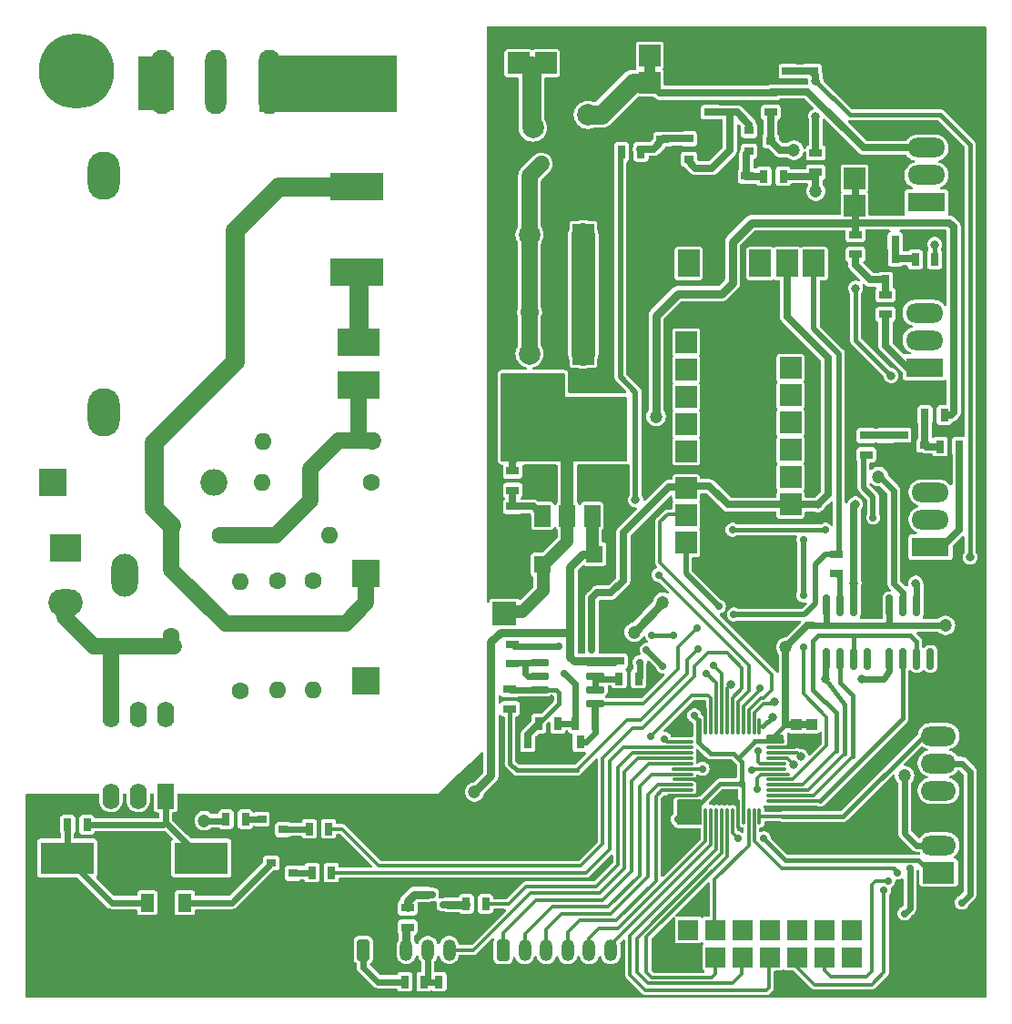
<source format=gtl>
G04 #@! TF.GenerationSoftware,KiCad,Pcbnew,(6.0.1)*
G04 #@! TF.CreationDate,2022-02-14T21:07:25+01:00*
G04 #@! TF.ProjectId,hotair-soldering-station-main-pcb ,686f7461-6972-42d7-936f-6c646572696e,rev?*
G04 #@! TF.SameCoordinates,Original*
G04 #@! TF.FileFunction,Copper,L1,Top*
G04 #@! TF.FilePolarity,Positive*
%FSLAX46Y46*%
G04 Gerber Fmt 4.6, Leading zero omitted, Abs format (unit mm)*
G04 Created by KiCad (PCBNEW (6.0.1)) date 2022-02-14 21:07:25*
%MOMM*%
%LPD*%
G01*
G04 APERTURE LIST*
G04 Aperture macros list*
%AMRoundRect*
0 Rectangle with rounded corners*
0 $1 Rounding radius*
0 $2 $3 $4 $5 $6 $7 $8 $9 X,Y pos of 4 corners*
0 Add a 4 corners polygon primitive as box body*
4,1,4,$2,$3,$4,$5,$6,$7,$8,$9,$2,$3,0*
0 Add four circle primitives for the rounded corners*
1,1,$1+$1,$2,$3*
1,1,$1+$1,$4,$5*
1,1,$1+$1,$6,$7*
1,1,$1+$1,$8,$9*
0 Add four rect primitives between the rounded corners*
20,1,$1+$1,$2,$3,$4,$5,0*
20,1,$1+$1,$4,$5,$6,$7,0*
20,1,$1+$1,$6,$7,$8,$9,0*
20,1,$1+$1,$8,$9,$2,$3,0*%
G04 Aperture macros list end*
G04 #@! TA.AperFunction,NonConductor*
%ADD10C,0.200000*%
G04 #@! TD*
G04 #@! TA.AperFunction,NonConductor*
%ADD11C,0.100000*%
G04 #@! TD*
G04 #@! TA.AperFunction,SMDPad,CuDef*
%ADD12R,0.797560X1.198880*%
G04 #@! TD*
G04 #@! TA.AperFunction,SMDPad,CuDef*
%ADD13R,1.198880X0.797560*%
G04 #@! TD*
G04 #@! TA.AperFunction,SMDPad,CuDef*
%ADD14R,0.900000X0.800000*%
G04 #@! TD*
G04 #@! TA.AperFunction,SMDPad,CuDef*
%ADD15R,0.800000X0.900000*%
G04 #@! TD*
G04 #@! TA.AperFunction,SMDPad,CuDef*
%ADD16R,1.500000X2.000000*%
G04 #@! TD*
G04 #@! TA.AperFunction,SMDPad,CuDef*
%ADD17R,3.800000X2.000000*%
G04 #@! TD*
G04 #@! TA.AperFunction,SMDPad,CuDef*
%ADD18R,1.300000X1.700000*%
G04 #@! TD*
G04 #@! TA.AperFunction,SMDPad,CuDef*
%ADD19RoundRect,0.150000X-0.150000X0.825000X-0.150000X-0.825000X0.150000X-0.825000X0.150000X0.825000X0*%
G04 #@! TD*
G04 #@! TA.AperFunction,SMDPad,CuDef*
%ADD20RoundRect,0.150000X-0.725000X-0.150000X0.725000X-0.150000X0.725000X0.150000X-0.725000X0.150000X0*%
G04 #@! TD*
G04 #@! TA.AperFunction,SMDPad,CuDef*
%ADD21RoundRect,0.075000X0.075000X-0.662500X0.075000X0.662500X-0.075000X0.662500X-0.075000X-0.662500X0*%
G04 #@! TD*
G04 #@! TA.AperFunction,SMDPad,CuDef*
%ADD22RoundRect,0.075000X0.662500X-0.075000X0.662500X0.075000X-0.662500X0.075000X-0.662500X-0.075000X0*%
G04 #@! TD*
G04 #@! TA.AperFunction,SMDPad,CuDef*
%ADD23R,0.998220X1.099820*%
G04 #@! TD*
G04 #@! TA.AperFunction,SMDPad,CuDef*
%ADD24RoundRect,0.150000X0.587500X0.150000X-0.587500X0.150000X-0.587500X-0.150000X0.587500X-0.150000X0*%
G04 #@! TD*
G04 #@! TA.AperFunction,ComponentPad*
%ADD25O,3.000000X5.000000*%
G04 #@! TD*
G04 #@! TA.AperFunction,ComponentPad*
%ADD26R,2.000000X2.000000*%
G04 #@! TD*
G04 #@! TA.AperFunction,ComponentPad*
%ADD27R,1.600000X1.600000*%
G04 #@! TD*
G04 #@! TA.AperFunction,ComponentPad*
%ADD28C,1.600000*%
G04 #@! TD*
G04 #@! TA.AperFunction,ComponentPad*
%ADD29R,2.200000X2.200000*%
G04 #@! TD*
G04 #@! TA.AperFunction,ComponentPad*
%ADD30O,2.200000X2.200000*%
G04 #@! TD*
G04 #@! TA.AperFunction,ComponentPad*
%ADD31C,1.400000*%
G04 #@! TD*
G04 #@! TA.AperFunction,ComponentPad*
%ADD32O,1.400000X1.400000*%
G04 #@! TD*
G04 #@! TA.AperFunction,ComponentPad*
%ADD33R,1.600000X2.400000*%
G04 #@! TD*
G04 #@! TA.AperFunction,ComponentPad*
%ADD34O,1.600000X2.400000*%
G04 #@! TD*
G04 #@! TA.AperFunction,ComponentPad*
%ADD35O,1.600000X1.600000*%
G04 #@! TD*
G04 #@! TA.AperFunction,ComponentPad*
%ADD36R,3.000000X2.500000*%
G04 #@! TD*
G04 #@! TA.AperFunction,ComponentPad*
%ADD37O,2.500000X4.000000*%
G04 #@! TD*
G04 #@! TA.AperFunction,ComponentPad*
%ADD38O,3.200000X2.500000*%
G04 #@! TD*
G04 #@! TA.AperFunction,ComponentPad*
%ADD39R,3.000000X2.000000*%
G04 #@! TD*
G04 #@! TA.AperFunction,ComponentPad*
%ADD40O,3.300000X1.800000*%
G04 #@! TD*
G04 #@! TA.AperFunction,ComponentPad*
%ADD41R,3.500000X1.800000*%
G04 #@! TD*
G04 #@! TA.AperFunction,ComponentPad*
%ADD42O,3.500000X1.800000*%
G04 #@! TD*
G04 #@! TA.AperFunction,ComponentPad*
%ADD43R,5.000000X3.000000*%
G04 #@! TD*
G04 #@! TA.AperFunction,ComponentPad*
%ADD44R,4.000000X2.500000*%
G04 #@! TD*
G04 #@! TA.AperFunction,ComponentPad*
%ADD45R,2.000000X2.500000*%
G04 #@! TD*
G04 #@! TA.AperFunction,ComponentPad*
%ADD46R,5.000000X2.500000*%
G04 #@! TD*
G04 #@! TA.AperFunction,ComponentPad*
%ADD47C,2.000000*%
G04 #@! TD*
G04 #@! TA.AperFunction,ComponentPad*
%ADD48C,1.750000*%
G04 #@! TD*
G04 #@! TA.AperFunction,ComponentPad*
%ADD49R,1.900000X1.900000*%
G04 #@! TD*
G04 #@! TA.AperFunction,ComponentPad*
%ADD50O,3.000000X4.500000*%
G04 #@! TD*
G04 #@! TA.AperFunction,ComponentPad*
%ADD51O,2.500000X2.500000*%
G04 #@! TD*
G04 #@! TA.AperFunction,ComponentPad*
%ADD52R,2.500000X2.500000*%
G04 #@! TD*
G04 #@! TA.AperFunction,ComponentPad*
%ADD53O,2.000000X6.000000*%
G04 #@! TD*
G04 #@! TA.AperFunction,ComponentPad*
%ADD54C,2.010000*%
G04 #@! TD*
G04 #@! TA.AperFunction,ComponentPad*
%ADD55RoundRect,0.250000X-0.350000X-0.750000X0.350000X-0.750000X0.350000X0.750000X-0.350000X0.750000X0*%
G04 #@! TD*
G04 #@! TA.AperFunction,ComponentPad*
%ADD56O,1.200000X2.000000*%
G04 #@! TD*
G04 #@! TA.AperFunction,ViaPad*
%ADD57C,7.000000*%
G04 #@! TD*
G04 #@! TA.AperFunction,ViaPad*
%ADD58C,0.700000*%
G04 #@! TD*
G04 #@! TA.AperFunction,ViaPad*
%ADD59C,1.200000*%
G04 #@! TD*
G04 #@! TA.AperFunction,ViaPad*
%ADD60C,0.800000*%
G04 #@! TD*
G04 #@! TA.AperFunction,ViaPad*
%ADD61C,1.700000*%
G04 #@! TD*
G04 #@! TA.AperFunction,Conductor*
%ADD62C,0.300000*%
G04 #@! TD*
G04 #@! TA.AperFunction,Conductor*
%ADD63C,0.700000*%
G04 #@! TD*
G04 #@! TA.AperFunction,Conductor*
%ADD64C,1.000000*%
G04 #@! TD*
G04 #@! TA.AperFunction,Conductor*
%ADD65C,1.800000*%
G04 #@! TD*
G04 #@! TA.AperFunction,Conductor*
%ADD66C,2.200000*%
G04 #@! TD*
G04 #@! TA.AperFunction,Conductor*
%ADD67C,1.500000*%
G04 #@! TD*
G04 #@! TA.AperFunction,Conductor*
%ADD68C,0.800000*%
G04 #@! TD*
G04 #@! TA.AperFunction,Conductor*
%ADD69C,0.600000*%
G04 #@! TD*
G04 #@! TA.AperFunction,Conductor*
%ADD70C,1.200000*%
G04 #@! TD*
G04 #@! TA.AperFunction,Conductor*
%ADD71C,0.400000*%
G04 #@! TD*
G04 #@! TA.AperFunction,Conductor*
%ADD72C,0.500000*%
G04 #@! TD*
G04 #@! TA.AperFunction,Conductor*
%ADD73C,0.350000*%
G04 #@! TD*
G04 APERTURE END LIST*
D10*
X77952600Y-90805000D02*
X80060800Y-90805000D01*
X80060800Y-90805000D02*
X80060800Y-92481400D01*
X80060800Y-92481400D02*
X77952600Y-92481400D01*
X77952600Y-92481400D02*
X77952600Y-90805000D01*
G36*
X77952600Y-90805000D02*
G01*
X80060800Y-90805000D01*
X80060800Y-92481400D01*
X77952600Y-92481400D01*
X77952600Y-90805000D01*
G37*
X61595000Y-58674000D02*
X73152000Y-58674000D01*
X73152000Y-58674000D02*
X73152000Y-52832000D01*
X73152000Y-52832000D02*
X61595000Y-52832000D01*
X61595000Y-52832000D02*
X61595000Y-58674000D01*
G36*
X61595000Y-58674000D02*
G01*
X73152000Y-58674000D01*
X73152000Y-52832000D01*
X61595000Y-52832000D01*
X61595000Y-58674000D01*
G37*
D11*
X51724000Y-26214000D02*
X39024000Y-26214000D01*
X39024000Y-26214000D02*
X39024000Y-21014000D01*
X39024000Y-21014000D02*
X51724000Y-21014000D01*
X51724000Y-21014000D02*
X51724000Y-26214000D01*
G36*
X51724000Y-26214000D02*
G01*
X39024000Y-26214000D01*
X39024000Y-21014000D01*
X51724000Y-21014000D01*
X51724000Y-26214000D01*
G37*
X51724000Y-26214000D02*
X39024000Y-26214000D01*
X39024000Y-21014000D01*
X51724000Y-21014000D01*
X51724000Y-26214000D01*
D10*
X67373500Y-52832000D02*
X61595000Y-52832000D01*
X61595000Y-52832000D02*
X61595000Y-50673000D01*
X61595000Y-50673000D02*
X67373500Y-50673000D01*
X67373500Y-50673000D02*
X67373500Y-52832000D01*
G36*
X67373500Y-52832000D02*
G01*
X61595000Y-52832000D01*
X61595000Y-50673000D01*
X67373500Y-50673000D01*
X67373500Y-52832000D01*
G37*
X79324200Y-90347800D02*
X77952600Y-90347800D01*
X77952600Y-90347800D02*
X77952600Y-90855800D01*
X77952600Y-90855800D02*
X79324200Y-90855800D01*
X79324200Y-90855800D02*
X79324200Y-90347800D01*
G36*
X79324200Y-90347800D02*
G01*
X77952600Y-90347800D01*
X77952600Y-90855800D01*
X79324200Y-90855800D01*
X79324200Y-90347800D01*
G37*
D11*
X30962600Y-26014000D02*
X27769000Y-26014000D01*
X27769000Y-26014000D02*
X27769000Y-21114000D01*
X27769000Y-21114000D02*
X30962600Y-21114000D01*
X30962600Y-21114000D02*
X30962600Y-26014000D01*
G36*
X30962600Y-26014000D02*
G01*
X27769000Y-26014000D01*
X27769000Y-21114000D01*
X30962600Y-21114000D01*
X30962600Y-26014000D01*
G37*
X30962600Y-26014000D02*
X27769000Y-26014000D01*
X27769000Y-21114000D01*
X30962600Y-21114000D01*
X30962600Y-26014000D01*
D10*
X86283800Y-84277200D02*
X87757000Y-84277200D01*
X87757000Y-84277200D02*
X87757000Y-84912200D01*
X87757000Y-84912200D02*
X86283800Y-84912200D01*
X86283800Y-84912200D02*
X86283800Y-84277200D01*
G36*
X86283800Y-84277200D02*
G01*
X87757000Y-84277200D01*
X87757000Y-84912200D01*
X86283800Y-84912200D01*
X86283800Y-84277200D01*
G37*
D12*
X43931840Y-97028000D03*
X45730160Y-97028000D03*
D13*
X62611000Y-77617320D03*
X62611000Y-75819000D03*
D12*
X37729160Y-92075000D03*
X35930840Y-92075000D03*
D14*
X42148000Y-97089000D03*
X42148000Y-95189000D03*
X40148000Y-96139000D03*
X41259000Y-93025000D03*
X41259000Y-91125000D03*
X39259000Y-92075000D03*
D12*
X45476160Y-92964000D03*
X43677840Y-92964000D03*
D13*
X72390000Y-77353160D03*
X72390000Y-75554840D03*
D12*
X96382840Y-38354000D03*
X98181160Y-38354000D03*
D15*
X98232000Y-39894000D03*
X96332000Y-39894000D03*
X97282000Y-41894000D03*
D13*
X97282000Y-45095160D03*
X97282000Y-43296840D03*
D12*
X100065840Y-40005000D03*
X101864160Y-40005000D03*
D13*
X94488000Y-37708840D03*
X94488000Y-39507160D03*
D16*
X65391000Y-63856000D03*
D17*
X67691000Y-57556000D03*
D16*
X67691000Y-63856000D03*
X69991000Y-63856000D03*
D13*
X62611000Y-62981840D03*
X62611000Y-64780160D03*
X62611000Y-59679840D03*
X62611000Y-61478160D03*
D18*
X32103000Y-99822000D03*
X28603000Y-99822000D03*
D12*
X22997160Y-92583000D03*
X21198840Y-92583000D03*
D13*
X76581000Y-28839160D03*
X76581000Y-27040840D03*
X90424000Y-22489160D03*
X90424000Y-20690840D03*
D12*
X63997840Y-84912200D03*
X65796160Y-84912200D03*
X68894960Y-84912200D03*
X67096640Y-84912200D03*
D14*
X79010000Y-28768000D03*
X79010000Y-30668000D03*
X81010000Y-29718000D03*
X84598000Y-28006000D03*
X84598000Y-29906000D03*
X86598000Y-28956000D03*
X98949000Y-56327000D03*
X98949000Y-58227000D03*
X100949000Y-57277000D03*
D13*
X92710000Y-67426840D03*
X92710000Y-69225160D03*
D12*
X72735440Y-29997400D03*
X74533760Y-29997400D03*
D13*
X81026000Y-24500840D03*
X81026000Y-26299160D03*
X86614000Y-24500840D03*
X86614000Y-26299160D03*
X84455000Y-32247840D03*
X84455000Y-34046160D03*
D12*
X87767160Y-32258000D03*
X85968840Y-32258000D03*
D13*
X90805000Y-30088840D03*
X90805000Y-31887160D03*
X88265000Y-20690840D03*
X88265000Y-22489160D03*
X62357000Y-81798160D03*
X62357000Y-79999840D03*
D12*
X66812160Y-83185000D03*
X65013840Y-83185000D03*
D13*
X95504000Y-56377840D03*
X95504000Y-58176160D03*
X97282000Y-58176160D03*
X97282000Y-56377840D03*
D12*
X102753160Y-54483000D03*
X100954840Y-54483000D03*
X104175560Y-57404000D03*
X102377240Y-57404000D03*
X68442840Y-83185000D03*
X70241160Y-83185000D03*
X72506840Y-78994000D03*
X74305160Y-78994000D03*
D19*
X95631000Y-72201000D03*
X94361000Y-72201000D03*
X93091000Y-72201000D03*
X91821000Y-72201000D03*
X91821000Y-77151000D03*
X93091000Y-77151000D03*
X94361000Y-77151000D03*
X95631000Y-77151000D03*
X101473000Y-72201000D03*
X100203000Y-72201000D03*
X98933000Y-72201000D03*
X97663000Y-72201000D03*
X97663000Y-77151000D03*
X98933000Y-77151000D03*
X100203000Y-77151000D03*
X101473000Y-77151000D03*
D20*
X65116000Y-77470000D03*
X65116000Y-78740000D03*
X65116000Y-80010000D03*
X65116000Y-81280000D03*
X70266000Y-81280000D03*
X70266000Y-80010000D03*
X70266000Y-78740000D03*
X70266000Y-77470000D03*
D21*
X80054000Y-91792500D03*
X80554000Y-91792500D03*
X81054000Y-91792500D03*
X81554000Y-91792500D03*
X82054000Y-91792500D03*
X82554000Y-91792500D03*
X83054000Y-91792500D03*
X83554000Y-91792500D03*
X84054000Y-91792500D03*
X84554000Y-91792500D03*
X85054000Y-91792500D03*
X85554000Y-91792500D03*
D22*
X86966500Y-90380000D03*
X86966500Y-89880000D03*
X86966500Y-89380000D03*
X86966500Y-88880000D03*
X86966500Y-88380000D03*
X86966500Y-87880000D03*
X86966500Y-87380000D03*
X86966500Y-86880000D03*
X86966500Y-86380000D03*
X86966500Y-85880000D03*
X86966500Y-85380000D03*
X86966500Y-84880000D03*
D21*
X85554000Y-83467500D03*
X85054000Y-83467500D03*
X84554000Y-83467500D03*
X84054000Y-83467500D03*
X83554000Y-83467500D03*
X83054000Y-83467500D03*
X82554000Y-83467500D03*
X82054000Y-83467500D03*
X81554000Y-83467500D03*
X81054000Y-83467500D03*
X80554000Y-83467500D03*
X80054000Y-83467500D03*
D22*
X78641500Y-84880000D03*
X78641500Y-85380000D03*
X78641500Y-85880000D03*
X78641500Y-86380000D03*
X78641500Y-86880000D03*
X78641500Y-87380000D03*
X78641500Y-87880000D03*
X78641500Y-88380000D03*
X78641500Y-88880000D03*
X78641500Y-89380000D03*
X78641500Y-89880000D03*
X78641500Y-90380000D03*
D23*
X90424000Y-83225640D03*
X90424000Y-84922360D03*
D12*
X52567840Y-107188000D03*
X54366160Y-107188000D03*
D13*
X52832000Y-102118160D03*
X52832000Y-100319840D03*
D12*
X55742840Y-107188000D03*
X57541160Y-107188000D03*
X58282840Y-99949000D03*
X60081160Y-99949000D03*
D24*
X56563500Y-100010000D03*
X56563500Y-98110000D03*
X54688500Y-99060000D03*
D23*
X89027000Y-83225640D03*
X89027000Y-84922360D03*
D25*
X45220000Y-23473400D03*
X50220000Y-23473400D03*
D26*
X75361800Y-23571200D03*
X75361800Y-21031200D03*
X75361800Y-32461200D03*
X75361800Y-35001200D03*
X94411800Y-23571200D03*
X94411800Y-21031200D03*
X94411800Y-35001200D03*
X94411800Y-32461200D03*
X70766000Y-21742000D03*
X68226000Y-21742000D03*
X65686000Y-21742000D03*
X63146000Y-21742000D03*
D27*
X65379600Y-68376800D03*
D28*
X63379600Y-68376800D03*
D29*
X61849000Y-72948800D03*
D30*
X72009000Y-72948800D03*
D27*
X70231000Y-67391500D03*
D28*
X70231000Y-69391500D03*
D31*
X65262000Y-31115000D03*
D32*
X67162000Y-31115000D03*
D33*
X30305000Y-89914000D03*
D34*
X27765000Y-89914000D03*
X25225000Y-89914000D03*
X25225000Y-82294000D03*
X27765000Y-82294000D03*
X30305000Y-82294000D03*
D28*
X30861000Y-75057000D03*
D35*
X30861000Y-64897000D03*
D36*
X21004200Y-66827400D03*
D37*
X26492200Y-69367400D03*
D38*
X21004200Y-71907400D03*
D39*
X102235000Y-97028000D03*
D40*
X102235000Y-94488000D03*
X102235000Y-91948000D03*
X102235000Y-89408000D03*
X102235000Y-86868000D03*
X102235000Y-84328000D03*
D26*
X88456000Y-50103000D03*
X88456000Y-52643000D03*
X88456000Y-55183000D03*
X88456000Y-57723000D03*
X88456000Y-60263000D03*
X88456000Y-62803000D03*
D41*
X100909000Y-50038000D03*
D42*
X100909000Y-47498000D03*
X100909000Y-44958000D03*
D43*
X21153000Y-95687000D03*
X33653000Y-95687000D03*
D44*
X48260000Y-51689000D03*
X48260000Y-47729000D03*
D45*
X90638000Y-40369000D03*
X88138000Y-40369000D03*
X85638000Y-40369000D03*
D46*
X48133000Y-41148000D03*
X48133000Y-33228000D03*
D26*
X69175000Y-37719000D03*
D47*
X64175000Y-37719000D03*
D45*
X78974000Y-40369000D03*
D48*
X76474000Y-40369000D03*
D49*
X78949500Y-102367500D03*
X81489500Y-102367500D03*
X84029500Y-102367500D03*
X86569500Y-102367500D03*
X89109500Y-102367500D03*
X91649500Y-102367500D03*
X94189500Y-102367500D03*
X94189500Y-104907500D03*
X91649500Y-104907500D03*
X89109500Y-104907500D03*
X86569500Y-104907500D03*
X84029500Y-104907500D03*
X81489500Y-104907500D03*
X78949500Y-104907500D03*
D50*
X24536000Y-54180000D03*
X24536000Y-32180000D03*
D51*
X34798000Y-60756800D03*
D52*
X19798000Y-60756800D03*
X48945800Y-79197200D03*
X48945800Y-69197200D03*
D53*
X39957000Y-23463000D03*
X34957000Y-23463000D03*
X29957000Y-23463000D03*
D54*
X69596000Y-26543000D03*
X64496000Y-27743000D03*
D41*
X101475500Y-66751200D03*
D42*
X101475500Y-64211200D03*
X101475500Y-61671200D03*
D28*
X44069000Y-69900800D03*
D35*
X44069000Y-80060800D03*
D28*
X35413000Y-65659000D03*
D35*
X45573000Y-65659000D03*
D28*
X49550000Y-56896000D03*
D35*
X39390000Y-56896000D03*
D28*
X49423000Y-60706000D03*
D35*
X39263000Y-60706000D03*
D28*
X40690800Y-69900800D03*
D35*
X40690800Y-80060800D03*
D28*
X37261800Y-80111600D03*
D35*
X37261800Y-69951600D03*
D26*
X69175000Y-48768000D03*
D47*
X64175000Y-48768000D03*
D41*
X101092000Y-34696400D03*
D42*
X101092000Y-32156400D03*
X101092000Y-29616400D03*
D26*
X78754000Y-61282000D03*
X78754000Y-63822000D03*
X78754000Y-66362000D03*
D55*
X61722000Y-104267000D03*
D56*
X63722000Y-104267000D03*
X65722000Y-104267000D03*
X67722000Y-104267000D03*
X69722000Y-104267000D03*
X71722000Y-104267000D03*
D55*
X48705000Y-104225000D03*
D56*
X50705000Y-104225000D03*
X52705000Y-104225000D03*
X54705000Y-104225000D03*
X56705000Y-104225000D03*
D26*
X78754000Y-47693000D03*
X78754000Y-50233000D03*
X78754000Y-52773000D03*
X78754000Y-55313000D03*
X78754000Y-57853000D03*
D57*
X22000000Y-22500000D03*
X22000000Y-104000000D03*
X102000000Y-104000000D03*
D58*
X80137000Y-88519000D03*
X96647000Y-54610000D03*
X76708000Y-90337640D03*
X84836000Y-53975000D03*
X82550000Y-89789000D03*
D59*
X85471000Y-74803000D03*
D58*
X82169000Y-47498000D03*
X92202000Y-93345000D03*
D59*
X75057000Y-70358000D03*
D60*
X76962000Y-93624400D03*
D58*
X80277000Y-81534000D03*
X87503000Y-93345000D03*
X64008000Y-81788000D03*
X80264000Y-99314000D03*
X89027000Y-84922360D03*
D59*
X83439000Y-61468000D03*
D57*
X102000000Y-22500000D03*
D59*
X90805000Y-33655000D03*
X59055000Y-89535000D03*
X75946000Y-54610000D03*
X99060000Y-88011000D03*
D58*
X79502000Y-82423000D03*
D59*
X76581000Y-71882000D03*
D58*
X67437000Y-78486000D03*
X83906360Y-88773000D03*
D59*
X88011000Y-76073000D03*
D58*
X77978000Y-92075000D03*
D59*
X102870000Y-74041000D03*
X73914000Y-74676000D03*
D58*
X97536000Y-97790000D03*
X81280000Y-77724000D03*
X97155000Y-98679000D03*
X80645000Y-78486000D03*
X85598000Y-79883000D03*
D60*
X86918800Y-81127600D03*
D58*
X77597000Y-74930000D03*
X75565000Y-74930000D03*
X85471000Y-85725000D03*
X76708000Y-84582000D03*
X104394000Y-99822000D03*
X75438000Y-84328000D03*
X99568000Y-96647000D03*
X99060000Y-100838000D03*
X85979000Y-93853000D03*
X83566000Y-93853000D03*
X98425000Y-97028000D03*
D60*
X90805000Y-23368000D03*
X105156000Y-67691000D03*
X90805000Y-26670000D03*
D59*
X33909000Y-92202000D03*
D60*
X100076000Y-70104000D03*
D58*
X69977000Y-76327000D03*
D60*
X94488000Y-62738000D03*
X94361000Y-70104000D03*
X90994000Y-62803000D03*
D58*
X83185000Y-73025000D03*
X79883000Y-76200000D03*
D60*
X88747600Y-86995000D03*
D58*
X81788000Y-72263000D03*
X79756000Y-74295000D03*
D60*
X86766400Y-82550000D03*
X91694000Y-78994000D03*
X95123000Y-78994000D03*
D59*
X96647000Y-60198000D03*
X88773000Y-29845000D03*
D60*
X89408000Y-86233000D03*
D58*
X89662000Y-66040000D03*
X89662000Y-71247000D03*
X89662000Y-76073000D03*
D60*
X94488000Y-42672000D03*
X97790000Y-50800000D03*
X101854000Y-38608000D03*
D58*
X80264000Y-87376000D03*
X96139000Y-64008000D03*
X91694000Y-65151000D03*
X83058000Y-65151000D03*
D60*
X82931000Y-79502000D03*
D61*
X64175000Y-44918000D03*
D58*
X76200000Y-69342000D03*
D60*
X74041000Y-62357000D03*
D58*
X84836000Y-87503000D03*
X76581000Y-77851000D03*
X75057000Y-76327000D03*
X66929000Y-75946000D03*
X74422000Y-77470000D03*
X85344000Y-89281000D03*
D62*
X80137000Y-88519000D02*
X79998000Y-88380000D01*
X80137000Y-89535000D02*
X80137000Y-88519000D01*
D63*
X89027000Y-84922360D02*
X90424000Y-84922360D01*
D62*
X83554000Y-91792500D02*
X83554000Y-90412000D01*
X80554000Y-81811000D02*
X80277000Y-81534000D01*
X83554000Y-91792500D02*
X83554000Y-92825000D01*
X89027000Y-84922360D02*
X88823360Y-85380000D01*
X78641500Y-88380000D02*
X79998000Y-88380000D01*
X78641500Y-89880000D02*
X79792000Y-89880000D01*
X80554000Y-83467500D02*
X80554000Y-81811000D01*
X78641500Y-89880000D02*
X77165640Y-89880000D01*
X78641500Y-88380000D02*
X77609000Y-88380000D01*
X77165640Y-89880000D02*
X76708000Y-90337640D01*
X79490000Y-88380000D02*
X79502000Y-88392000D01*
X82931000Y-89789000D02*
X82550000Y-89789000D01*
X79792000Y-89880000D02*
X80137000Y-89535000D01*
X83554000Y-90412000D02*
X82931000Y-89789000D01*
X88823360Y-85380000D02*
X86966500Y-85380000D01*
D63*
X75702160Y-29718000D02*
X76581000Y-28839160D01*
X74432160Y-29718000D02*
X75702160Y-29718000D01*
X76652160Y-28768000D02*
X76581000Y-28839160D01*
X79010000Y-28768000D02*
X76652160Y-28768000D01*
X90043000Y-24384000D02*
X95173800Y-29514800D01*
X95275400Y-29616400D02*
X95173800Y-29514800D01*
D64*
X75361800Y-23571200D02*
X75361800Y-21031200D01*
D63*
X76291440Y-24500840D02*
X75361800Y-23571200D01*
D65*
X75361800Y-23571200D02*
X73812800Y-23571200D01*
D63*
X81026000Y-24500840D02*
X76291440Y-24500840D01*
X86730840Y-24384000D02*
X86614000Y-24500840D01*
D65*
X73812800Y-23571200D02*
X73812800Y-23596200D01*
D63*
X90043000Y-24384000D02*
X86730840Y-24384000D01*
D66*
X69175000Y-48768000D02*
X69175000Y-37719000D01*
D65*
X70866000Y-26543000D02*
X69596000Y-26543000D01*
D63*
X81026000Y-24500840D02*
X86614000Y-24500840D01*
X101092000Y-29616400D02*
X95275400Y-29616400D01*
D65*
X73812800Y-23596200D02*
X70866000Y-26543000D01*
X30861000Y-64744600D02*
X29235400Y-63119000D01*
X36779200Y-37261800D02*
X40813000Y-33228000D01*
D67*
X30861000Y-64897000D02*
X30861000Y-64744600D01*
D65*
X40813000Y-33228000D02*
X48133000Y-33228000D01*
D67*
X35864800Y-73863200D02*
X30861000Y-68859400D01*
X48945800Y-69197200D02*
X48945800Y-71958200D01*
X30861000Y-68859400D02*
X30861000Y-64897000D01*
X47040800Y-73863200D02*
X35864800Y-73863200D01*
X48945800Y-71958200D02*
X47040800Y-73863200D01*
D65*
X36779200Y-49504600D02*
X36779200Y-37261800D01*
X29235400Y-63119000D02*
X29235400Y-57048400D01*
X29235400Y-57048400D02*
X36779200Y-49504600D01*
D63*
X90805000Y-33655000D02*
X90805000Y-31887160D01*
X90434160Y-32258000D02*
X90805000Y-31887160D01*
X87767160Y-32258000D02*
X90434160Y-32258000D01*
D68*
X83058000Y-42164000D02*
X83058000Y-38354000D01*
D63*
X94488000Y-37708840D02*
X94488000Y-36576000D01*
D68*
X68336160Y-77353160D02*
X72136000Y-77353160D01*
X67945000Y-68580000D02*
X67945000Y-74676000D01*
X75946000Y-54610000D02*
X75946000Y-45212000D01*
D69*
X70266000Y-77470000D02*
X72019160Y-77470000D01*
D63*
X103632000Y-54229000D02*
X103632000Y-36957000D01*
D69*
X52567840Y-107188000D02*
X50038000Y-107188000D01*
D70*
X69991000Y-63856000D02*
X69991000Y-67151500D01*
D68*
X60579000Y-75565000D02*
X60579000Y-88011000D01*
X60579000Y-88011000D02*
X59055000Y-89535000D01*
X67945000Y-76962000D02*
X68336160Y-77353160D01*
X70231000Y-67391500D02*
X69133500Y-67391500D01*
D63*
X103378000Y-54483000D02*
X103632000Y-54229000D01*
D68*
X83058000Y-38354000D02*
X84836000Y-36576000D01*
X61468000Y-74676000D02*
X60579000Y-75565000D01*
D63*
X102753160Y-54483000D02*
X103378000Y-54483000D01*
X103251000Y-36576000D02*
X94488000Y-36576000D01*
D68*
X77978000Y-43180000D02*
X82042000Y-43180000D01*
D69*
X30305000Y-92339000D02*
X33653000Y-95687000D01*
X48705000Y-105855000D02*
X48705000Y-104225000D01*
D68*
X84836000Y-36576000D02*
X94488000Y-36576000D01*
D69*
X30305000Y-89914000D02*
X30305000Y-92339000D01*
D63*
X94488000Y-36576000D02*
X94488000Y-32537400D01*
D68*
X69133500Y-67391500D02*
X67945000Y-68580000D01*
D69*
X50038000Y-107188000D02*
X48705000Y-105855000D01*
X72019160Y-77470000D02*
X72136000Y-77353160D01*
D70*
X69991000Y-67151500D02*
X70231000Y-67391500D01*
D69*
X22997160Y-92583000D02*
X30061000Y-92583000D01*
D63*
X103632000Y-36957000D02*
X103251000Y-36576000D01*
D68*
X67945000Y-74676000D02*
X61468000Y-74676000D01*
D69*
X30061000Y-92583000D02*
X30305000Y-92339000D01*
D68*
X75946000Y-45212000D02*
X77978000Y-43180000D01*
X82042000Y-43180000D02*
X83058000Y-42164000D01*
X67945000Y-74676000D02*
X67945000Y-76962000D01*
D62*
X80054000Y-90634000D02*
X80054000Y-90380000D01*
D71*
X79883000Y-82804000D02*
X79883000Y-84836000D01*
X86966500Y-84426500D02*
X86966500Y-84270140D01*
X81026000Y-85979000D02*
X83185000Y-85979000D01*
D62*
X84054000Y-88920640D02*
X84054000Y-91792500D01*
D69*
X68442840Y-79491840D02*
X67437000Y-78486000D01*
X97282000Y-74041000D02*
X91821000Y-74041000D01*
D62*
X80054000Y-82975000D02*
X79502000Y-82423000D01*
D63*
X90551000Y-74041000D02*
X90043000Y-74041000D01*
D71*
X87630000Y-84810600D02*
X85090000Y-84810600D01*
D70*
X67691000Y-63856000D02*
X67691000Y-66212500D01*
X65450500Y-70820500D02*
X65450500Y-68453000D01*
D63*
X90043000Y-74041000D02*
X88011000Y-76073000D01*
D71*
X86966500Y-84426500D02*
X86966500Y-84610500D01*
X83185000Y-85979000D02*
X83566000Y-86360000D01*
D68*
X73914000Y-74676000D02*
X76581000Y-71882000D01*
D69*
X97663000Y-72201000D02*
X97663000Y-73660000D01*
X88478360Y-83225640D02*
X88011000Y-83225640D01*
X66812160Y-83185000D02*
X68442840Y-83185000D01*
X102235000Y-94488000D02*
X100203000Y-94488000D01*
D62*
X78641500Y-90380000D02*
X78641500Y-91792500D01*
D71*
X80054000Y-85007000D02*
X81026000Y-85979000D01*
D63*
X88011000Y-76073000D02*
X88011000Y-83225640D01*
D70*
X67691000Y-66212500D02*
X65450500Y-68453000D01*
X62611000Y-72771000D02*
X63500000Y-72771000D01*
D69*
X91821000Y-74041000D02*
X90551000Y-74041000D01*
D71*
X79883000Y-84836000D02*
X80054000Y-85007000D01*
D62*
X83947000Y-88732360D02*
X83906360Y-88773000D01*
D69*
X68442840Y-79745840D02*
X68442840Y-79491840D01*
D62*
X80054000Y-91792500D02*
X78641500Y-91792500D01*
D70*
X67691000Y-63856000D02*
X67691000Y-57556000D01*
D71*
X86966500Y-84270140D02*
X88011000Y-83225640D01*
X83906360Y-88773000D02*
X81915000Y-88773000D01*
D63*
X88011000Y-83225640D02*
X90424000Y-83225640D01*
X63856000Y-57556000D02*
X62611000Y-58801000D01*
D72*
X78260500Y-91792500D02*
X77978000Y-92075000D01*
D71*
X79502000Y-82423000D02*
X79883000Y-82804000D01*
D62*
X86966500Y-84610500D02*
X86966500Y-84880000D01*
D69*
X91821000Y-74041000D02*
X91821000Y-72201000D01*
D62*
X83906360Y-88773000D02*
X84054000Y-88920640D01*
D71*
X81915000Y-88773000D02*
X80054000Y-90634000D01*
D62*
X80054000Y-90634000D02*
X79432600Y-90634000D01*
D71*
X83566000Y-86360000D02*
X83947000Y-86741000D01*
D62*
X90424000Y-83225640D02*
X89027000Y-83225640D01*
D69*
X99187000Y-93472000D02*
X99060000Y-93345000D01*
D62*
X86966500Y-84880000D02*
X87586000Y-84880000D01*
D69*
X100203000Y-94488000D02*
X99187000Y-93472000D01*
X102870000Y-74041000D02*
X97282000Y-74041000D01*
D63*
X67691000Y-57556000D02*
X63856000Y-57556000D01*
D69*
X97663000Y-73660000D02*
X97282000Y-74041000D01*
X68442840Y-83185000D02*
X68442840Y-79745840D01*
D71*
X83947000Y-86741000D02*
X83947000Y-88732360D01*
D70*
X63500000Y-72771000D02*
X65450500Y-70820500D01*
D62*
X80054000Y-90380000D02*
X78641500Y-90380000D01*
D71*
X85090000Y-84836000D02*
X83566000Y-86360000D01*
D62*
X80054000Y-83467500D02*
X80054000Y-85007000D01*
D63*
X62611000Y-58801000D02*
X62611000Y-59679840D01*
D69*
X99060000Y-93345000D02*
X99060000Y-88011000D01*
D72*
X78641500Y-91792500D02*
X78260500Y-91792500D01*
D62*
X80054000Y-91792500D02*
X80054000Y-90634000D01*
D65*
X48260000Y-47729000D02*
X48260000Y-41275000D01*
X64369000Y-22002600D02*
X64369000Y-27616000D01*
D64*
X65711400Y-21742800D02*
X64109200Y-21742800D01*
D65*
X64369000Y-27616000D02*
X64496000Y-27743000D01*
D64*
X64369000Y-26968600D02*
X64369000Y-22002600D01*
X64369000Y-22002600D02*
X64109200Y-21742800D01*
X64109200Y-21742800D02*
X63171400Y-21742800D01*
D62*
X82054000Y-78498000D02*
X81280000Y-77724000D01*
X96012000Y-106172000D02*
X96012000Y-98171000D01*
X92202000Y-106680000D02*
X95504000Y-106680000D01*
X91649500Y-104907500D02*
X91649500Y-106127500D01*
X95504000Y-106680000D02*
X96012000Y-106172000D01*
X82054000Y-83467500D02*
X82054000Y-78498000D01*
X96393000Y-97790000D02*
X97536000Y-97790000D01*
X96012000Y-98171000D02*
X96393000Y-97790000D01*
X91649500Y-106127500D02*
X92202000Y-106680000D01*
X74168000Y-103124000D02*
X82054000Y-95238000D01*
X75184000Y-107315000D02*
X74168000Y-106299000D01*
X83058000Y-107315000D02*
X75184000Y-107315000D01*
X74168000Y-106299000D02*
X74168000Y-103124000D01*
X83902500Y-106470500D02*
X83058000Y-107315000D01*
X83902500Y-104907500D02*
X83902500Y-106470500D01*
X82054000Y-91792500D02*
X82054000Y-95238000D01*
X74930000Y-107950000D02*
X73533000Y-106553000D01*
X86442500Y-107740500D02*
X86233000Y-107950000D01*
X81554000Y-94849000D02*
X81554000Y-91792500D01*
X86442500Y-104907500D02*
X86442500Y-107740500D01*
X86233000Y-107950000D02*
X74930000Y-107950000D01*
X73533000Y-102870000D02*
X81554000Y-94849000D01*
X73533000Y-106553000D02*
X73533000Y-102870000D01*
X75057000Y-102997000D02*
X75057000Y-106299000D01*
X75057000Y-106299000D02*
X75565000Y-106807000D01*
X82554000Y-95500000D02*
X75057000Y-102997000D01*
X75565000Y-106807000D02*
X81153000Y-106807000D01*
X81153000Y-106807000D02*
X81489500Y-106470500D01*
X81489500Y-106470500D02*
X81489500Y-104907500D01*
X82554000Y-91792500D02*
X82554000Y-95500000D01*
X81554000Y-79395000D02*
X80645000Y-78486000D01*
X90678000Y-107442000D02*
X96012000Y-107442000D01*
X89109500Y-104907500D02*
X89109500Y-105873500D01*
X97155000Y-106299000D02*
X97155000Y-98679000D01*
X81554000Y-83467500D02*
X81554000Y-79395000D01*
X96012000Y-107442000D02*
X97155000Y-106299000D01*
X89109500Y-105873500D02*
X90678000Y-107442000D01*
X84554000Y-91792500D02*
X84554000Y-94516000D01*
X81407000Y-97663000D02*
X81407000Y-102285000D01*
X84554000Y-94516000D02*
X81407000Y-97663000D01*
X85598000Y-80010000D02*
X84054000Y-81554000D01*
X85598000Y-79883000D02*
X85598000Y-80010000D01*
X84054000Y-81554000D02*
X84054000Y-83467500D01*
X85054000Y-83467500D02*
X85054000Y-82179600D01*
X86918800Y-81178400D02*
X86918800Y-81127600D01*
X85902800Y-81330800D02*
X86766400Y-81330800D01*
X85054000Y-82179600D02*
X85902800Y-81330800D01*
X86766400Y-81330800D02*
X86918800Y-81178400D01*
X85471000Y-86741000D02*
X85471000Y-85725000D01*
X85610000Y-86880000D02*
X85471000Y-86741000D01*
X86966500Y-86880000D02*
X87910000Y-86880000D01*
D71*
X77597000Y-74930000D02*
X75565000Y-74930000D01*
D62*
X86966500Y-86880000D02*
X85610000Y-86880000D01*
D67*
X46431200Y-56819800D02*
X43738800Y-59512200D01*
X35433000Y-65633600D02*
X40538400Y-65633600D01*
X48260000Y-56819800D02*
X48285400Y-56845200D01*
X43738800Y-59512200D02*
X43738800Y-62433200D01*
X48260000Y-51689000D02*
X48260000Y-56819800D01*
X48285400Y-56845200D02*
X46431200Y-56819800D01*
X49606200Y-56819800D02*
X48285400Y-56845200D01*
X43738800Y-62433200D02*
X40538400Y-65633600D01*
D71*
X93345000Y-91821000D02*
X87757000Y-91821000D01*
D62*
X87757000Y-91821000D02*
X85582500Y-91821000D01*
D71*
X100838000Y-84328000D02*
X93345000Y-91821000D01*
D62*
X85582500Y-91821000D02*
X85554000Y-91792500D01*
D69*
X105156000Y-99060000D02*
X105156000Y-87630000D01*
D62*
X77006000Y-84880000D02*
X76708000Y-84582000D01*
D69*
X104394000Y-99822000D02*
X105156000Y-99060000D01*
X105156000Y-87630000D02*
X104394000Y-86868000D01*
X104394000Y-86868000D02*
X102235000Y-86868000D01*
D62*
X78641500Y-84880000D02*
X77006000Y-84880000D01*
X81054000Y-83467500D02*
X81054000Y-80800000D01*
X79248000Y-80518000D02*
X75438000Y-84328000D01*
X81054000Y-80800000D02*
X80772000Y-80518000D01*
D69*
X99568000Y-100330000D02*
X99060000Y-100838000D01*
X99568000Y-96647000D02*
X99568000Y-100330000D01*
D62*
X80772000Y-80518000D02*
X79248000Y-80518000D01*
D71*
X88011000Y-95885000D02*
X100330000Y-95885000D01*
D62*
X83054000Y-93341000D02*
X83054000Y-91792500D01*
D71*
X100330000Y-95885000D02*
X101473000Y-97028000D01*
D62*
X83566000Y-93853000D02*
X83054000Y-93341000D01*
D71*
X85979000Y-93853000D02*
X88011000Y-95885000D01*
D69*
X39259000Y-92075000D02*
X37729160Y-92075000D01*
X41259000Y-93025000D02*
X43616840Y-93025000D01*
D67*
X23605000Y-76014000D02*
X20905000Y-73314000D01*
X25225000Y-76034000D02*
X25205000Y-76014000D01*
X25225000Y-82294000D02*
X25225000Y-76034000D01*
X31105000Y-76014000D02*
X25205000Y-76014000D01*
X25205000Y-76014000D02*
X23605000Y-76014000D01*
D63*
X94488000Y-40513000D02*
X94488000Y-39507160D01*
X97282000Y-43296840D02*
X97282000Y-41894000D01*
X95869000Y-41894000D02*
X94488000Y-40513000D01*
X97282000Y-41894000D02*
X95869000Y-41894000D01*
X99954840Y-39894000D02*
X100065840Y-40005000D01*
X98232000Y-39894000D02*
X99954840Y-39894000D01*
X98232000Y-39894000D02*
X98232000Y-38404840D01*
X98232000Y-38404840D02*
X98181160Y-38354000D01*
X100909000Y-50038000D02*
X99314000Y-50038000D01*
X97282000Y-48006000D02*
X97282000Y-45095160D01*
X99314000Y-50038000D02*
X97282000Y-48006000D01*
D69*
X43931840Y-97028000D02*
X42209000Y-97028000D01*
D63*
X90424000Y-22489160D02*
X88265000Y-22489160D01*
X90805000Y-30088840D02*
X90805000Y-26670000D01*
D71*
X93980000Y-26543000D02*
X90805000Y-23368000D01*
D62*
X85054000Y-91792500D02*
X85054000Y-94071000D01*
D71*
X105156000Y-29337000D02*
X102362000Y-26543000D01*
D62*
X85054000Y-94071000D02*
X87630000Y-96647000D01*
D71*
X98044000Y-96647000D02*
X98425000Y-97028000D01*
X102362000Y-26543000D02*
X93980000Y-26543000D01*
D63*
X90805000Y-23368000D02*
X90805000Y-22870160D01*
D71*
X105156000Y-67691000D02*
X105156000Y-29337000D01*
D62*
X87630000Y-96647000D02*
X98044000Y-96647000D01*
D63*
X90805000Y-22870160D02*
X90424000Y-22489160D01*
D62*
X83947000Y-79883000D02*
X83947000Y-77978000D01*
X50165000Y-96393000D02*
X68961000Y-96393000D01*
X45476160Y-92964000D02*
X46736000Y-92964000D01*
D73*
X74676000Y-83566000D02*
X73787000Y-83566000D01*
D62*
X68961000Y-96393000D02*
X70993000Y-94361000D01*
D73*
X79502000Y-77851000D02*
X79502000Y-78740000D01*
D62*
X73596500Y-83756500D02*
X73787000Y-83566000D01*
X70993000Y-94361000D02*
X70993000Y-86360000D01*
X70993000Y-86360000D02*
X73596500Y-83756500D01*
X83947000Y-77978000D02*
X82550000Y-76581000D01*
X82550000Y-76581000D02*
X80772000Y-76581000D01*
D73*
X80772000Y-76581000D02*
X79502000Y-77851000D01*
D62*
X46736000Y-92964000D02*
X50165000Y-96393000D01*
D73*
X79502000Y-78740000D02*
X74676000Y-83566000D01*
D62*
X83054000Y-83467500D02*
X83054000Y-80776000D01*
X83054000Y-80776000D02*
X83947000Y-79883000D01*
D69*
X33909000Y-92202000D02*
X35803840Y-92202000D01*
X35803840Y-92202000D02*
X35930840Y-92075000D01*
D62*
X71628000Y-86614000D02*
X72862000Y-85380000D01*
X45730160Y-97028000D02*
X69469000Y-97028000D01*
X71628000Y-94869000D02*
X71628000Y-86614000D01*
X69469000Y-97028000D02*
X71628000Y-94869000D01*
X72862000Y-85380000D02*
X78641500Y-85380000D01*
D65*
X50220000Y-23473400D02*
X39967400Y-23473400D01*
D63*
X62611000Y-62981840D02*
X64516840Y-62981840D01*
X64516840Y-62981840D02*
X65391000Y-63856000D01*
X62611000Y-62981840D02*
X62611000Y-61478160D01*
X94361000Y-70104000D02*
X94361000Y-70993000D01*
X82615000Y-62803000D02*
X80899000Y-61087000D01*
X91948000Y-49149000D02*
X91948000Y-61849000D01*
X72898000Y-69850000D02*
X71755000Y-70993000D01*
X77148000Y-61155000D02*
X72898000Y-65405000D01*
X91948000Y-61849000D02*
X90994000Y-62803000D01*
D69*
X94361000Y-70993000D02*
X94361000Y-70612000D01*
D63*
X88138000Y-45339000D02*
X91948000Y-49149000D01*
X94361000Y-70104000D02*
X94361000Y-62865000D01*
X69977000Y-71501000D02*
X69977000Y-76327000D01*
X90994000Y-62803000D02*
X88456000Y-62803000D01*
X94361000Y-62865000D02*
X94488000Y-62738000D01*
X78726000Y-61155000D02*
X77148000Y-61155000D01*
D69*
X100203000Y-72201000D02*
X100203000Y-70231000D01*
D63*
X94361000Y-72201000D02*
X94361000Y-70993000D01*
X80899000Y-61087000D02*
X78794000Y-61087000D01*
D69*
X100203000Y-70231000D02*
X100076000Y-70104000D01*
D63*
X70485000Y-70993000D02*
X69977000Y-71501000D01*
X72898000Y-65405000D02*
X72898000Y-69850000D01*
X71755000Y-70993000D02*
X70485000Y-70993000D01*
X88456000Y-62803000D02*
X82615000Y-62803000D01*
X88138000Y-40369000D02*
X88138000Y-45339000D01*
D72*
X90638000Y-46442000D02*
X92964000Y-48768000D01*
D71*
X62357000Y-81798160D02*
X62357000Y-86868000D01*
D72*
X92710000Y-67426840D02*
X91704160Y-67426840D01*
X90805000Y-72009000D02*
X89789000Y-73025000D01*
X89789000Y-73025000D02*
X83185000Y-73025000D01*
D73*
X73279000Y-82804000D02*
X68580000Y-87503000D01*
D72*
X90805000Y-68326000D02*
X90805000Y-72009000D01*
D73*
X78867000Y-77216000D02*
X78867000Y-78486000D01*
X79883000Y-76200000D02*
X78867000Y-77216000D01*
D71*
X62992000Y-87503000D02*
X68580000Y-87503000D01*
X62357000Y-86868000D02*
X62992000Y-87503000D01*
D73*
X78867000Y-78486000D02*
X74549000Y-82804000D01*
D72*
X92964000Y-48768000D02*
X92964000Y-67172840D01*
X91704160Y-67426840D02*
X90805000Y-68326000D01*
X92964000Y-67172840D02*
X92710000Y-67426840D01*
D73*
X74549000Y-82804000D02*
X73279000Y-82804000D01*
D72*
X90638000Y-40369000D02*
X90638000Y-46442000D01*
D69*
X28603000Y-99822000D02*
X25288000Y-99822000D01*
X21153000Y-95687000D02*
X21153000Y-92903160D01*
X25288000Y-99822000D02*
X21153000Y-95687000D01*
X21153000Y-92903160D02*
X21209000Y-92847160D01*
X36465000Y-99822000D02*
X40148000Y-96139000D01*
X32103000Y-99822000D02*
X36465000Y-99822000D01*
D62*
X88132600Y-86380000D02*
X88747600Y-86995000D01*
X86966500Y-86380000D02*
X88132600Y-86380000D01*
D69*
X65116000Y-80010000D02*
X62367160Y-80010000D01*
D71*
X65116000Y-80010000D02*
X66675000Y-80010000D01*
X66675000Y-80010000D02*
X66929000Y-80264000D01*
D63*
X63997840Y-84963000D02*
X63997840Y-84201000D01*
D71*
X66929000Y-80264000D02*
X66929000Y-81280000D01*
X66929000Y-81280000D02*
X65024000Y-83185000D01*
D63*
X63997840Y-84201000D02*
X65013840Y-83185000D01*
D73*
X77978000Y-76073000D02*
X79756000Y-74295000D01*
X70266000Y-81280000D02*
X74803000Y-81280000D01*
X77978000Y-78105000D02*
X77978000Y-76073000D01*
D69*
X70241160Y-84063840D02*
X70241160Y-83185000D01*
D73*
X74803000Y-81280000D02*
X77978000Y-78105000D01*
D63*
X70266000Y-81280000D02*
X70266000Y-83160160D01*
D72*
X78726000Y-69201000D02*
X81788000Y-72263000D01*
X78726000Y-66235000D02*
X78726000Y-69201000D01*
D69*
X68844160Y-84836000D02*
X69469000Y-84836000D01*
X69469000Y-84836000D02*
X70241160Y-84063840D01*
D71*
X86766400Y-82550000D02*
X85823500Y-83467500D01*
D62*
X85823500Y-83467500D02*
X85554000Y-83467500D01*
D71*
X93472000Y-81407000D02*
X93472000Y-85979000D01*
D69*
X91694000Y-77278000D02*
X91821000Y-77151000D01*
X91694000Y-78994000D02*
X91694000Y-77278000D01*
X95123000Y-78994000D02*
X97155000Y-78994000D01*
X97663000Y-78232000D02*
X97663000Y-77151000D01*
D62*
X93472000Y-85979000D02*
X90071000Y-89380000D01*
X86966500Y-89380000D02*
X90071000Y-89380000D01*
D69*
X97155000Y-78994000D02*
X97663000Y-78232000D01*
D71*
X91694000Y-78994000D02*
X93472000Y-81407000D01*
D69*
X98044000Y-70104000D02*
X98044000Y-61468000D01*
X98044000Y-61468000D02*
X96774000Y-60198000D01*
X98933000Y-72201000D02*
X98933000Y-70993000D01*
X96774000Y-60198000D02*
X96647000Y-60198000D01*
X98933000Y-70993000D02*
X98044000Y-70104000D01*
D63*
X82814160Y-29834840D02*
X82814160Y-26299160D01*
X79629000Y-31496000D02*
X81153000Y-31496000D01*
X79010000Y-30877000D02*
X79629000Y-31496000D01*
X81153000Y-31496000D02*
X82814160Y-29834840D01*
X81026000Y-26299160D02*
X82814160Y-26299160D01*
X82814160Y-26299160D02*
X83449160Y-26299160D01*
X84598000Y-27448000D02*
X84598000Y-28006000D01*
X83449160Y-26299160D02*
X84598000Y-27448000D01*
X79010000Y-30668000D02*
X79010000Y-30877000D01*
X86598000Y-28956000D02*
X87487000Y-29845000D01*
X86598000Y-28956000D02*
X86598000Y-26315160D01*
X87487000Y-29845000D02*
X88773000Y-29845000D01*
X85968840Y-32258000D02*
X84348320Y-32258000D01*
X84348320Y-30155680D02*
X84598000Y-29906000D01*
X84348320Y-32258000D02*
X84348320Y-30155680D01*
X100949000Y-57277000D02*
X100949000Y-54583840D01*
X102224840Y-57404000D02*
X101076000Y-57404000D01*
X101076000Y-57404000D02*
X100949000Y-57277000D01*
X98949000Y-56327000D02*
X97332840Y-56327000D01*
X97282000Y-56377840D02*
X95504000Y-56377840D01*
X97332840Y-56327000D02*
X97282000Y-56377840D01*
X102489000Y-66802000D02*
X100655000Y-66802000D01*
X104175560Y-57404000D02*
X104175560Y-65115440D01*
X104175560Y-65115440D02*
X102489000Y-66802000D01*
D72*
X93091000Y-69606160D02*
X92710000Y-69225160D01*
X93091000Y-72201000D02*
X93091000Y-69606160D01*
D62*
X89408000Y-86233000D02*
X89055000Y-85880000D01*
X89055000Y-85880000D02*
X86966500Y-85880000D01*
D69*
X62758320Y-77470000D02*
X62611000Y-77617320D01*
X65116000Y-77470000D02*
X63754000Y-77470000D01*
X63754000Y-78486000D02*
X63754000Y-77470000D01*
X63754000Y-77470000D02*
X62758320Y-77470000D01*
X65116000Y-78740000D02*
X64008000Y-78740000D01*
X64008000Y-78740000D02*
X63754000Y-78486000D01*
D71*
X94488000Y-47498000D02*
X97790000Y-50800000D01*
D62*
X89662000Y-80391000D02*
X89662000Y-76073000D01*
X88658000Y-88380000D02*
X91821000Y-85217000D01*
D71*
X94488000Y-47498000D02*
X94488000Y-42672000D01*
D62*
X86966500Y-88380000D02*
X88658000Y-88380000D01*
D72*
X89662000Y-71247000D02*
X89662000Y-66040000D01*
D62*
X91821000Y-85217000D02*
X91821000Y-82550000D01*
X89662000Y-80391000D02*
X91821000Y-82550000D01*
D71*
X101854000Y-38608000D02*
X101854000Y-39994840D01*
D62*
X78641500Y-87380000D02*
X80260000Y-87380000D01*
D72*
X96139000Y-62103000D02*
X95250000Y-61214000D01*
D62*
X78641500Y-87380000D02*
X77601000Y-87380000D01*
D72*
X96139000Y-64008000D02*
X96139000Y-62103000D01*
X95250000Y-61214000D02*
X95250000Y-58430160D01*
D62*
X95250000Y-58430160D02*
X95504000Y-58176160D01*
X80260000Y-87380000D02*
X80264000Y-87376000D01*
D71*
X91694000Y-65151000D02*
X83058000Y-65151000D01*
D62*
X82554000Y-79879000D02*
X82931000Y-79502000D01*
X82554000Y-83467500D02*
X82554000Y-79879000D01*
D69*
X70520000Y-78994000D02*
X70266000Y-78740000D01*
X70266000Y-78740000D02*
X70266000Y-80010000D01*
X72506840Y-78994000D02*
X70520000Y-78994000D01*
D71*
X90551000Y-75438000D02*
X91059000Y-74930000D01*
X92710000Y-82169000D02*
X90551000Y-80010000D01*
X90551000Y-80010000D02*
X90551000Y-75438000D01*
X92710000Y-85725000D02*
X92710000Y-82169000D01*
X91059000Y-74930000D02*
X94361000Y-74930000D01*
D62*
X89555000Y-88880000D02*
X92710000Y-85725000D01*
D71*
X100203000Y-77151000D02*
X100203000Y-75565000D01*
D62*
X86966500Y-88880000D02*
X89555000Y-88880000D01*
D71*
X99568000Y-74930000D02*
X94361000Y-74930000D01*
X100203000Y-75565000D02*
X99568000Y-74930000D01*
X94361000Y-77151000D02*
X94361000Y-74930000D01*
D62*
X86966500Y-89880000D02*
X90587000Y-89880000D01*
X90587000Y-89880000D02*
X94234000Y-86233000D01*
D71*
X94234000Y-86233000D02*
X94234000Y-80518000D01*
X94234000Y-80518000D02*
X93091000Y-79375000D01*
X93091000Y-77151000D02*
X93091000Y-79375000D01*
D67*
X64175000Y-48768000D02*
X64175000Y-44918000D01*
X64175000Y-37719000D02*
X64175000Y-32202000D01*
X64175000Y-44918000D02*
X64175000Y-37719000D01*
X64175000Y-32202000D02*
X65262000Y-31115000D01*
D62*
X76327000Y-64389000D02*
X77021000Y-63695000D01*
X85979000Y-80772000D02*
X85648800Y-80772000D01*
X85648800Y-80772000D02*
X84554000Y-81866800D01*
X76327000Y-68199000D02*
X76327000Y-64389000D01*
X77021000Y-63695000D02*
X78726000Y-63695000D01*
X86741000Y-78613000D02*
X86741000Y-80010000D01*
X86741000Y-80010000D02*
X85979000Y-80772000D01*
X84554000Y-81866800D02*
X84554000Y-83467500D01*
X86741000Y-78613000D02*
X76327000Y-68199000D01*
D68*
X52705000Y-104225000D02*
X52705000Y-102245160D01*
X52705000Y-102245160D02*
X52832000Y-102118160D01*
D69*
X54705000Y-106849160D02*
X54366160Y-107188000D01*
X54705000Y-104225000D02*
X54705000Y-106849160D01*
X54366160Y-107188000D02*
X55742840Y-107188000D01*
D62*
X81054000Y-94460000D02*
X71722000Y-103792000D01*
X81054000Y-91792500D02*
X81054000Y-94460000D01*
D68*
X56563500Y-100010000D02*
X58221840Y-100010000D01*
X58221840Y-100010000D02*
X58282840Y-99949000D01*
X54688500Y-99060000D02*
X53467000Y-99060000D01*
X52832000Y-99695000D02*
X52832000Y-100319840D01*
X53467000Y-99060000D02*
X52832000Y-99695000D01*
D62*
X84582000Y-80137000D02*
X84582000Y-77724000D01*
X84582000Y-77724000D02*
X76200000Y-69342000D01*
X83554000Y-81165000D02*
X84582000Y-80137000D01*
D72*
X72633840Y-50916840D02*
X74041000Y-52324000D01*
D62*
X83554000Y-83467500D02*
X83554000Y-81165000D01*
D72*
X72633840Y-29718000D02*
X72633840Y-50916840D01*
X74041000Y-52324000D02*
X74041000Y-62357000D01*
D62*
X86966500Y-87380000D02*
X87930800Y-87380000D01*
X84959000Y-87380000D02*
X84836000Y-87503000D01*
D69*
X66929000Y-75946000D02*
X62738000Y-75946000D01*
D62*
X84959000Y-87380000D02*
X86966500Y-87380000D01*
D72*
X75057000Y-76327000D02*
X76581000Y-77851000D01*
D62*
X85729000Y-87880000D02*
X85344000Y-88265000D01*
X86966500Y-87880000D02*
X85729000Y-87880000D01*
X85344000Y-88265000D02*
X85344000Y-89281000D01*
D69*
X74422000Y-77470000D02*
X74422000Y-78877160D01*
D62*
X86966500Y-87880000D02*
X88218200Y-87880000D01*
X63881000Y-98298000D02*
X70358000Y-98298000D01*
X62230000Y-99949000D02*
X63881000Y-98298000D01*
X70358000Y-98298000D02*
X72390000Y-96266000D01*
X72390000Y-96266000D02*
X72390000Y-87249000D01*
X78641500Y-85880000D02*
X73759000Y-85880000D01*
X73759000Y-85880000D02*
X72390000Y-87249000D01*
X60081160Y-99949000D02*
X62230000Y-99949000D01*
X75946000Y-89916000D02*
X75946000Y-97790000D01*
X76482000Y-89380000D02*
X75946000Y-89916000D01*
X75946000Y-97790000D02*
X72263000Y-101473000D01*
X68834000Y-101473000D02*
X67722000Y-102585000D01*
X78641500Y-89380000D02*
X76482000Y-89380000D01*
X67722000Y-102585000D02*
X67722000Y-104267000D01*
X72263000Y-101473000D02*
X68834000Y-101473000D01*
X71755000Y-100838000D02*
X67183000Y-100838000D01*
X75184000Y-97409000D02*
X71755000Y-100838000D01*
X78641500Y-88880000D02*
X76093000Y-88880000D01*
X65722000Y-102299000D02*
X65722000Y-104267000D01*
X67183000Y-100838000D02*
X65722000Y-102299000D01*
X76093000Y-88880000D02*
X75184000Y-89789000D01*
X75184000Y-89789000D02*
X75184000Y-97409000D01*
X75569000Y-87880000D02*
X74422000Y-89027000D01*
X74422000Y-89027000D02*
X74422000Y-97282000D01*
X66294000Y-100203000D02*
X63722000Y-102775000D01*
X63722000Y-102775000D02*
X63722000Y-104267000D01*
X74422000Y-97282000D02*
X71501000Y-100203000D01*
X78641500Y-87880000D02*
X75569000Y-87880000D01*
X71501000Y-100203000D02*
X66294000Y-100203000D01*
X73660000Y-96901000D02*
X70993000Y-99568000D01*
X75299000Y-86880000D02*
X73660000Y-88519000D01*
X73660000Y-88519000D02*
X73660000Y-96901000D01*
X70993000Y-99568000D02*
X64770000Y-99568000D01*
X61722000Y-102616000D02*
X61722000Y-104267000D01*
X64770000Y-99568000D02*
X61722000Y-102616000D01*
X75299000Y-86880000D02*
X78641500Y-86880000D01*
X73025000Y-87630000D02*
X74275000Y-86380000D01*
X56705000Y-104225000D02*
X58970000Y-104225000D01*
X74275000Y-86380000D02*
X78641500Y-86380000D01*
X73025000Y-96647000D02*
X73025000Y-87630000D01*
X70739000Y-98933000D02*
X73025000Y-96647000D01*
X58970000Y-104225000D02*
X64262000Y-98933000D01*
X64262000Y-98933000D02*
X70739000Y-98933000D01*
X86966500Y-90380000D02*
X91230000Y-90380000D01*
D71*
X98933000Y-82677000D02*
X98933000Y-77151000D01*
X91230000Y-90380000D02*
X98933000Y-82677000D01*
D62*
X72390000Y-102235000D02*
X80554000Y-94071000D01*
X69723000Y-103124000D02*
X70612000Y-102235000D01*
X80554000Y-94071000D02*
X80554000Y-91792500D01*
X69723000Y-104266000D02*
X69723000Y-103124000D01*
X70612000Y-102235000D02*
X72390000Y-102235000D01*
G04 #@! TA.AperFunction,Conductor*
G36*
X106642121Y-18320002D02*
G01*
X106688614Y-18373658D01*
X106700000Y-18426000D01*
X106700000Y-108574000D01*
X106679998Y-108642121D01*
X106626342Y-108688614D01*
X106574000Y-108700000D01*
X17426000Y-108700000D01*
X17357879Y-108679998D01*
X17311386Y-108626342D01*
X17300000Y-108574000D01*
X17300000Y-105017772D01*
X47804500Y-105017772D01*
X47815364Y-105107547D01*
X47870887Y-105247783D01*
X47962078Y-105367922D01*
X47968913Y-105373110D01*
X48054680Y-105438211D01*
X48096847Y-105495329D01*
X48104500Y-105538574D01*
X48104500Y-105807381D01*
X48103422Y-105823827D01*
X48099318Y-105855000D01*
X48104500Y-105894361D01*
X48119956Y-106011762D01*
X48180464Y-106157841D01*
X48185491Y-106164392D01*
X48271648Y-106276674D01*
X48276718Y-106283282D01*
X48283264Y-106288305D01*
X48301671Y-106302429D01*
X48314062Y-106313297D01*
X49579703Y-107578938D01*
X49590570Y-107591328D01*
X49609718Y-107616282D01*
X49700729Y-107686117D01*
X49735159Y-107712536D01*
X49881238Y-107773044D01*
X50038000Y-107793682D01*
X50046188Y-107792604D01*
X50069173Y-107789578D01*
X50085619Y-107788500D01*
X51758777Y-107788500D01*
X51826898Y-107808502D01*
X51873928Y-107863350D01*
X51917121Y-107960593D01*
X51996347Y-108039681D01*
X52006984Y-108044384D01*
X52006986Y-108044385D01*
X52038249Y-108058206D01*
X52098733Y-108084946D01*
X52124414Y-108087940D01*
X53011266Y-108087940D01*
X53014970Y-108087499D01*
X53014973Y-108087499D01*
X53022366Y-108086619D01*
X53037466Y-108084822D01*
X53097388Y-108058206D01*
X53129138Y-108044103D01*
X53139773Y-108039379D01*
X53167028Y-108012077D01*
X53210643Y-107968385D01*
X53218861Y-107960153D01*
X53224000Y-107948531D01*
X53252069Y-107885040D01*
X53264126Y-107857767D01*
X53267120Y-107832086D01*
X53267120Y-106543914D01*
X53264002Y-106517714D01*
X53252699Y-106492266D01*
X53223283Y-106426042D01*
X53218559Y-106415407D01*
X53203227Y-106400101D01*
X53147565Y-106344537D01*
X53139333Y-106336319D01*
X53128696Y-106331616D01*
X53128694Y-106331615D01*
X53051138Y-106297328D01*
X53036947Y-106291054D01*
X53011266Y-106288060D01*
X52124414Y-106288060D01*
X52120710Y-106288501D01*
X52120707Y-106288501D01*
X52113314Y-106289381D01*
X52098214Y-106291178D01*
X52089574Y-106295016D01*
X52089573Y-106295016D01*
X52007177Y-106331615D01*
X51995907Y-106336621D01*
X51987688Y-106344854D01*
X51987687Y-106344855D01*
X51957505Y-106375090D01*
X51916819Y-106415847D01*
X51912116Y-106426486D01*
X51912114Y-106426488D01*
X51874112Y-106512447D01*
X51828274Y-106566663D01*
X51758872Y-106587500D01*
X50338925Y-106587500D01*
X50270804Y-106567498D01*
X50249830Y-106550595D01*
X49342405Y-105643170D01*
X49308379Y-105580858D01*
X49305500Y-105554075D01*
X49305500Y-105538574D01*
X49325502Y-105470453D01*
X49355320Y-105438211D01*
X49441087Y-105373110D01*
X49447922Y-105367922D01*
X49539113Y-105247783D01*
X49594636Y-105107547D01*
X49605500Y-105017772D01*
X49605500Y-103432228D01*
X49594636Y-103342453D01*
X49589657Y-103329876D01*
X49553034Y-103237377D01*
X49539113Y-103202217D01*
X49447922Y-103082078D01*
X49327783Y-102990887D01*
X49253820Y-102961603D01*
X49195077Y-102938345D01*
X49195075Y-102938344D01*
X49187547Y-102935364D01*
X49097772Y-102924500D01*
X48312228Y-102924500D01*
X48222453Y-102935364D01*
X48214925Y-102938344D01*
X48214923Y-102938345D01*
X48156180Y-102961603D01*
X48082217Y-102990887D01*
X47962078Y-103082078D01*
X47870887Y-103202217D01*
X47856966Y-103237377D01*
X47820344Y-103329876D01*
X47815364Y-103342453D01*
X47804500Y-103432228D01*
X47804500Y-105017772D01*
X17300000Y-105017772D01*
X17300000Y-97231646D01*
X18352500Y-97231646D01*
X18355618Y-97257846D01*
X18359456Y-97266486D01*
X18359456Y-97266487D01*
X18382891Y-97319246D01*
X18401061Y-97360153D01*
X18480287Y-97439241D01*
X18490924Y-97443944D01*
X18490926Y-97443945D01*
X18541678Y-97466382D01*
X18582673Y-97484506D01*
X18608354Y-97487500D01*
X22052075Y-97487500D01*
X22120196Y-97507502D01*
X22141170Y-97524405D01*
X24829703Y-100212938D01*
X24840570Y-100225328D01*
X24859718Y-100250282D01*
X24958147Y-100325809D01*
X24985159Y-100346536D01*
X25131238Y-100407044D01*
X25288000Y-100427682D01*
X25296188Y-100426604D01*
X25319173Y-100423578D01*
X25335619Y-100422500D01*
X27526500Y-100422500D01*
X27594621Y-100442502D01*
X27641114Y-100496158D01*
X27652500Y-100548500D01*
X27652500Y-100716646D01*
X27655618Y-100742846D01*
X27659456Y-100751486D01*
X27659456Y-100751487D01*
X27663061Y-100759603D01*
X27701061Y-100845153D01*
X27780287Y-100924241D01*
X27790924Y-100928944D01*
X27790926Y-100928945D01*
X27850462Y-100955265D01*
X27882673Y-100969506D01*
X27908354Y-100972500D01*
X29297646Y-100972500D01*
X29301350Y-100972059D01*
X29301353Y-100972059D01*
X29311418Y-100970861D01*
X29323846Y-100969382D01*
X29426153Y-100923939D01*
X29505241Y-100844713D01*
X29526065Y-100797612D01*
X29546675Y-100750992D01*
X29550506Y-100742327D01*
X29553500Y-100716646D01*
X31152500Y-100716646D01*
X31155618Y-100742846D01*
X31159456Y-100751486D01*
X31159456Y-100751487D01*
X31163061Y-100759603D01*
X31201061Y-100845153D01*
X31280287Y-100924241D01*
X31290924Y-100928944D01*
X31290926Y-100928945D01*
X31350462Y-100955265D01*
X31382673Y-100969506D01*
X31408354Y-100972500D01*
X32797646Y-100972500D01*
X32801350Y-100972059D01*
X32801353Y-100972059D01*
X32811418Y-100970861D01*
X32823846Y-100969382D01*
X32926153Y-100923939D01*
X33005241Y-100844713D01*
X33026065Y-100797612D01*
X33041249Y-100763266D01*
X51932060Y-100763266D01*
X51935178Y-100789466D01*
X51939016Y-100798106D01*
X51939016Y-100798107D01*
X51961595Y-100848940D01*
X51980621Y-100891773D01*
X52059847Y-100970861D01*
X52070484Y-100975564D01*
X52070486Y-100975565D01*
X52113916Y-100994765D01*
X52162233Y-101016126D01*
X52187914Y-101019120D01*
X52736574Y-101019120D01*
X52741638Y-101019439D01*
X52743559Y-101019921D01*
X52749832Y-101019954D01*
X52749834Y-101019954D01*
X52813426Y-101020287D01*
X52913105Y-101020809D01*
X52917964Y-101019642D01*
X52927024Y-101019120D01*
X53476086Y-101019120D01*
X53479790Y-101018679D01*
X53479793Y-101018679D01*
X53487186Y-101017799D01*
X53502286Y-101016002D01*
X53550098Y-100994765D01*
X53593958Y-100975283D01*
X53604593Y-100970559D01*
X53683681Y-100891333D01*
X53700653Y-100852945D01*
X53725115Y-100797612D01*
X53728946Y-100788947D01*
X53731940Y-100763266D01*
X53731940Y-99886500D01*
X53751942Y-99818379D01*
X53805598Y-99771886D01*
X53857940Y-99760500D01*
X54731016Y-99760500D01*
X54856820Y-99745276D01*
X54870478Y-99740115D01*
X55008316Y-99688031D01*
X55008319Y-99688029D01*
X55015423Y-99685345D01*
X55021685Y-99681041D01*
X55028414Y-99677523D01*
X55029456Y-99679516D01*
X55090696Y-99660500D01*
X55329834Y-99660500D01*
X55343365Y-99659221D01*
X55353724Y-99658242D01*
X55353727Y-99658241D01*
X55361369Y-99657519D01*
X55368613Y-99654975D01*
X55374721Y-99653635D01*
X55445546Y-99658574D01*
X55502457Y-99701020D01*
X55527386Y-99767496D01*
X55527164Y-99788562D01*
X55525500Y-99806166D01*
X55525500Y-100213834D01*
X55528481Y-100245369D01*
X55573366Y-100373184D01*
X55578958Y-100380754D01*
X55578959Y-100380757D01*
X55621637Y-100438538D01*
X55653850Y-100482150D01*
X55661421Y-100487742D01*
X55755243Y-100557041D01*
X55755246Y-100557042D01*
X55762816Y-100562634D01*
X55890631Y-100607519D01*
X55898277Y-100608242D01*
X55898278Y-100608242D01*
X55904248Y-100608806D01*
X55922166Y-100610500D01*
X56160443Y-100610500D01*
X56219986Y-100625456D01*
X56223827Y-100627515D01*
X56230047Y-100631887D01*
X56388013Y-100693476D01*
X56395546Y-100694468D01*
X56395547Y-100694468D01*
X56513239Y-100709962D01*
X56517326Y-100710500D01*
X57568882Y-100710500D01*
X57637003Y-100730502D01*
X57657899Y-100747327D01*
X57711347Y-100800681D01*
X57721984Y-100805384D01*
X57721986Y-100805385D01*
X57763204Y-100823607D01*
X57813733Y-100845946D01*
X57839414Y-100848940D01*
X58726266Y-100848940D01*
X58729970Y-100848499D01*
X58729973Y-100848499D01*
X58737366Y-100847619D01*
X58752466Y-100845822D01*
X58785525Y-100831138D01*
X58844138Y-100805103D01*
X58854773Y-100800379D01*
X58933861Y-100721153D01*
X58945659Y-100694468D01*
X58972904Y-100632841D01*
X58979126Y-100618767D01*
X58982120Y-100593086D01*
X58982120Y-100031711D01*
X58984230Y-100008749D01*
X58985708Y-100000774D01*
X58987092Y-99993308D01*
X58982329Y-99910695D01*
X58982120Y-99903443D01*
X58982120Y-99304914D01*
X58979002Y-99278714D01*
X58971077Y-99260871D01*
X58938283Y-99187042D01*
X58933559Y-99176407D01*
X58906849Y-99149743D01*
X58862565Y-99105537D01*
X58854333Y-99097319D01*
X58843696Y-99092616D01*
X58843694Y-99092615D01*
X58769920Y-99060000D01*
X58751947Y-99052054D01*
X58726266Y-99049060D01*
X57839414Y-99049060D01*
X57835710Y-99049501D01*
X57835707Y-99049501D01*
X57828314Y-99050381D01*
X57813214Y-99052178D01*
X57710907Y-99097621D01*
X57702688Y-99105854D01*
X57702687Y-99105855D01*
X57688898Y-99119668D01*
X57631819Y-99176847D01*
X57606353Y-99234450D01*
X57560517Y-99288663D01*
X57491114Y-99309500D01*
X56520984Y-99309500D01*
X56395180Y-99324724D01*
X56388077Y-99327408D01*
X56243684Y-99381969D01*
X56243681Y-99381971D01*
X56236577Y-99384655D01*
X56230315Y-99388959D01*
X56223586Y-99392477D01*
X56222544Y-99390484D01*
X56161304Y-99409500D01*
X55922166Y-99409500D01*
X55908635Y-99410779D01*
X55898276Y-99411758D01*
X55898273Y-99411759D01*
X55890631Y-99412481D01*
X55883387Y-99415025D01*
X55877279Y-99416365D01*
X55806454Y-99411426D01*
X55749543Y-99368980D01*
X55724614Y-99302504D01*
X55724836Y-99281432D01*
X55724969Y-99280032D01*
X55726500Y-99263834D01*
X55726500Y-98856166D01*
X55723519Y-98824631D01*
X55678634Y-98696816D01*
X55673042Y-98689246D01*
X55673041Y-98689243D01*
X55603742Y-98595421D01*
X55598150Y-98587850D01*
X55528444Y-98536364D01*
X55496757Y-98512959D01*
X55496754Y-98512958D01*
X55489184Y-98507366D01*
X55361369Y-98462481D01*
X55353723Y-98461758D01*
X55353722Y-98461758D01*
X55347752Y-98461194D01*
X55329834Y-98459500D01*
X55091557Y-98459500D01*
X55032014Y-98444544D01*
X55028173Y-98442485D01*
X55021953Y-98438113D01*
X54863987Y-98376524D01*
X54856454Y-98375532D01*
X54856453Y-98375532D01*
X54738761Y-98360038D01*
X54738760Y-98360038D01*
X54734674Y-98359500D01*
X53495641Y-98359500D01*
X53487071Y-98359208D01*
X53486211Y-98359149D01*
X53430070Y-98355322D01*
X53422593Y-98356627D01*
X53422590Y-98356627D01*
X53367870Y-98366177D01*
X53361346Y-98367140D01*
X53306221Y-98373811D01*
X53306218Y-98373812D01*
X53298680Y-98374724D01*
X53291578Y-98377408D01*
X53288242Y-98378227D01*
X53273785Y-98382183D01*
X53270528Y-98383166D01*
X53263047Y-98384472D01*
X53256095Y-98387524D01*
X53256094Y-98387524D01*
X53205233Y-98409849D01*
X53199128Y-98412340D01*
X53147189Y-98431967D01*
X53147185Y-98431969D01*
X53140077Y-98434655D01*
X53133813Y-98438960D01*
X53130774Y-98440549D01*
X53117687Y-98447832D01*
X53114748Y-98449570D01*
X53107798Y-98452621D01*
X53101772Y-98457245D01*
X53101770Y-98457246D01*
X53057697Y-98491064D01*
X53052378Y-98494929D01*
X53000349Y-98530688D01*
X52995292Y-98536364D01*
X52959400Y-98576648D01*
X52954419Y-98581924D01*
X52356925Y-99179418D01*
X52350660Y-99185271D01*
X52307604Y-99222831D01*
X52274402Y-99270073D01*
X52271317Y-99274463D01*
X52267384Y-99279758D01*
X52233105Y-99323476D01*
X52233103Y-99323480D01*
X52228416Y-99329457D01*
X52225290Y-99336380D01*
X52223505Y-99339328D01*
X52216113Y-99352288D01*
X52214480Y-99355334D01*
X52210113Y-99361547D01*
X52199118Y-99389747D01*
X52187180Y-99420366D01*
X52184625Y-99426445D01*
X52158645Y-99483984D01*
X52157260Y-99491455D01*
X52156236Y-99494723D01*
X52152123Y-99509164D01*
X52151283Y-99512437D01*
X52148524Y-99519513D01*
X52146110Y-99537850D01*
X52142360Y-99566338D01*
X52113639Y-99631265D01*
X52079152Y-99657122D01*
X52079625Y-99657811D01*
X52070041Y-99664397D01*
X52059407Y-99669121D01*
X52051188Y-99677354D01*
X52051187Y-99677355D01*
X52019702Y-99708895D01*
X51980319Y-99748347D01*
X51975616Y-99758984D01*
X51975615Y-99758986D01*
X51962537Y-99788568D01*
X51935054Y-99850733D01*
X51932060Y-99876414D01*
X51932060Y-100763266D01*
X33041249Y-100763266D01*
X33046675Y-100750992D01*
X33050506Y-100742327D01*
X33053500Y-100716646D01*
X33053500Y-100548500D01*
X33073502Y-100480379D01*
X33127158Y-100433886D01*
X33179500Y-100422500D01*
X36417381Y-100422500D01*
X36433827Y-100423578D01*
X36465000Y-100427682D01*
X36473188Y-100426604D01*
X36504361Y-100422500D01*
X36613574Y-100408122D01*
X36621762Y-100407044D01*
X36767841Y-100346536D01*
X36893282Y-100250282D01*
X36912430Y-100225328D01*
X36923297Y-100212938D01*
X39602589Y-97533646D01*
X41397500Y-97533646D01*
X41400618Y-97559846D01*
X41404456Y-97568486D01*
X41404456Y-97568487D01*
X41439650Y-97647720D01*
X41446061Y-97662153D01*
X41454294Y-97670372D01*
X41454295Y-97670373D01*
X41472310Y-97688356D01*
X41525287Y-97741241D01*
X41535924Y-97745944D01*
X41535926Y-97745945D01*
X41595462Y-97772265D01*
X41627673Y-97786506D01*
X41653354Y-97789500D01*
X42642646Y-97789500D01*
X42646350Y-97789059D01*
X42646353Y-97789059D01*
X42653746Y-97788179D01*
X42668846Y-97786382D01*
X42771153Y-97740939D01*
X42814250Y-97697767D01*
X42846479Y-97665482D01*
X42908762Y-97631403D01*
X42935652Y-97628500D01*
X43122777Y-97628500D01*
X43190898Y-97648502D01*
X43237928Y-97703350D01*
X43281121Y-97800593D01*
X43360347Y-97879681D01*
X43370984Y-97884384D01*
X43370986Y-97884385D01*
X43422989Y-97907375D01*
X43462733Y-97924946D01*
X43488414Y-97927940D01*
X44375266Y-97927940D01*
X44378970Y-97927499D01*
X44378973Y-97927499D01*
X44390794Y-97926092D01*
X44401466Y-97924822D01*
X44418820Y-97917114D01*
X44493138Y-97884103D01*
X44503773Y-97879379D01*
X44513847Y-97869288D01*
X44574643Y-97808385D01*
X44582861Y-97800153D01*
X44588410Y-97787603D01*
X44624295Y-97706432D01*
X44628126Y-97697767D01*
X44631120Y-97672086D01*
X44631120Y-96383914D01*
X44628002Y-96357714D01*
X44582559Y-96255407D01*
X44503333Y-96176319D01*
X44492696Y-96171616D01*
X44492694Y-96171615D01*
X44433158Y-96145295D01*
X44400947Y-96131054D01*
X44375266Y-96128060D01*
X43488414Y-96128060D01*
X43484710Y-96128501D01*
X43484707Y-96128501D01*
X43477314Y-96129381D01*
X43462214Y-96131178D01*
X43359907Y-96176621D01*
X43280819Y-96255847D01*
X43276116Y-96266486D01*
X43276114Y-96266488D01*
X43238112Y-96352447D01*
X43192274Y-96406663D01*
X43122872Y-96427500D01*
X42776380Y-96427500D01*
X42725432Y-96416740D01*
X42676993Y-96395325D01*
X42676992Y-96395325D01*
X42668327Y-96391494D01*
X42642646Y-96388500D01*
X41653354Y-96388500D01*
X41649650Y-96388941D01*
X41649647Y-96388941D01*
X41642254Y-96389821D01*
X41627154Y-96391618D01*
X41618514Y-96395456D01*
X41618513Y-96395456D01*
X41570596Y-96416740D01*
X41524847Y-96437061D01*
X41516628Y-96445294D01*
X41516627Y-96445295D01*
X41485142Y-96476835D01*
X41445759Y-96516287D01*
X41441056Y-96526924D01*
X41441055Y-96526926D01*
X41418697Y-96577500D01*
X41400494Y-96618673D01*
X41397500Y-96644354D01*
X41397500Y-97533646D01*
X39602589Y-97533646D01*
X40259830Y-96876405D01*
X40322142Y-96842379D01*
X40348925Y-96839500D01*
X40642646Y-96839500D01*
X40646350Y-96839059D01*
X40646353Y-96839059D01*
X40653746Y-96838179D01*
X40668846Y-96836382D01*
X40684804Y-96829294D01*
X40760518Y-96795663D01*
X40771153Y-96790939D01*
X40850241Y-96711713D01*
X40895506Y-96609327D01*
X40898500Y-96583646D01*
X40898500Y-95694354D01*
X40895382Y-95668154D01*
X40849939Y-95565847D01*
X40770713Y-95486759D01*
X40760076Y-95482056D01*
X40760074Y-95482055D01*
X40695954Y-95453708D01*
X40668327Y-95441494D01*
X40642646Y-95438500D01*
X39653354Y-95438500D01*
X39649650Y-95438941D01*
X39649647Y-95438941D01*
X39642254Y-95439821D01*
X39627154Y-95441618D01*
X39618514Y-95445456D01*
X39618513Y-95445456D01*
X39536117Y-95482055D01*
X39524847Y-95487061D01*
X39445759Y-95566287D01*
X39400494Y-95668673D01*
X39397500Y-95694354D01*
X39397500Y-95988075D01*
X39377498Y-96056196D01*
X39360595Y-96077170D01*
X36253170Y-99184595D01*
X36190858Y-99218621D01*
X36164075Y-99221500D01*
X33179500Y-99221500D01*
X33111379Y-99201498D01*
X33064886Y-99147842D01*
X33053500Y-99095500D01*
X33053500Y-98927354D01*
X33050382Y-98901154D01*
X33026848Y-98848170D01*
X33009663Y-98809482D01*
X33004939Y-98798847D01*
X32925713Y-98719759D01*
X32915076Y-98715056D01*
X32915074Y-98715055D01*
X32833519Y-98679000D01*
X32823327Y-98674494D01*
X32797646Y-98671500D01*
X31408354Y-98671500D01*
X31404650Y-98671941D01*
X31404647Y-98671941D01*
X31397254Y-98672821D01*
X31382154Y-98674618D01*
X31373514Y-98678456D01*
X31373513Y-98678456D01*
X31291117Y-98715055D01*
X31279847Y-98720061D01*
X31200759Y-98799287D01*
X31196056Y-98809924D01*
X31196055Y-98809926D01*
X31176916Y-98853218D01*
X31155494Y-98901673D01*
X31152500Y-98927354D01*
X31152500Y-100716646D01*
X29553500Y-100716646D01*
X29553500Y-98927354D01*
X29550382Y-98901154D01*
X29526848Y-98848170D01*
X29509663Y-98809482D01*
X29504939Y-98798847D01*
X29425713Y-98719759D01*
X29415076Y-98715056D01*
X29415074Y-98715055D01*
X29333519Y-98679000D01*
X29323327Y-98674494D01*
X29297646Y-98671500D01*
X27908354Y-98671500D01*
X27904650Y-98671941D01*
X27904647Y-98671941D01*
X27897254Y-98672821D01*
X27882154Y-98674618D01*
X27873514Y-98678456D01*
X27873513Y-98678456D01*
X27791117Y-98715055D01*
X27779847Y-98720061D01*
X27700759Y-98799287D01*
X27696056Y-98809924D01*
X27696055Y-98809926D01*
X27676916Y-98853218D01*
X27655494Y-98901673D01*
X27652500Y-98927354D01*
X27652500Y-99095500D01*
X27632498Y-99163621D01*
X27578842Y-99210114D01*
X27526500Y-99221500D01*
X25588925Y-99221500D01*
X25520804Y-99201498D01*
X25499830Y-99184595D01*
X23879213Y-97563978D01*
X23845187Y-97501666D01*
X23850252Y-97430851D01*
X23879134Y-97385866D01*
X23897023Y-97367946D01*
X23897024Y-97367944D01*
X23905241Y-97359713D01*
X23910376Y-97348100D01*
X23946675Y-97265992D01*
X23950506Y-97257327D01*
X23953500Y-97231646D01*
X23953500Y-94142354D01*
X23950382Y-94116154D01*
X23904939Y-94013847D01*
X23825713Y-93934759D01*
X23815076Y-93930056D01*
X23815074Y-93930055D01*
X23747830Y-93900327D01*
X23723327Y-93889494D01*
X23697646Y-93886500D01*
X21879500Y-93886500D01*
X21811379Y-93866498D01*
X21764886Y-93812842D01*
X21753500Y-93760500D01*
X21753500Y-93503809D01*
X21773502Y-93435688D01*
X21790327Y-93414791D01*
X21841643Y-93363385D01*
X21849861Y-93355153D01*
X21854566Y-93344512D01*
X21891295Y-93261432D01*
X21895126Y-93252767D01*
X21898120Y-93227086D01*
X21898120Y-91938914D01*
X21895002Y-91912714D01*
X21859913Y-91833716D01*
X21854283Y-91821042D01*
X21854282Y-91821040D01*
X21849559Y-91810407D01*
X21770333Y-91731319D01*
X21759696Y-91726616D01*
X21759694Y-91726615D01*
X21700158Y-91700295D01*
X21667947Y-91686054D01*
X21642266Y-91683060D01*
X20755414Y-91683060D01*
X20751710Y-91683501D01*
X20751707Y-91683501D01*
X20744314Y-91684381D01*
X20729214Y-91686178D01*
X20626907Y-91731621D01*
X20547819Y-91810847D01*
X20543116Y-91821484D01*
X20543115Y-91821486D01*
X20534930Y-91840001D01*
X20502554Y-91913233D01*
X20499560Y-91938914D01*
X20499560Y-93227086D01*
X20502678Y-93253286D01*
X20506516Y-93261926D01*
X20506516Y-93261927D01*
X20541651Y-93341027D01*
X20552500Y-93392175D01*
X20552500Y-93760500D01*
X20532498Y-93828621D01*
X20478842Y-93875114D01*
X20426500Y-93886500D01*
X18608354Y-93886500D01*
X18604650Y-93886941D01*
X18604647Y-93886941D01*
X18597254Y-93887821D01*
X18582154Y-93889618D01*
X18573514Y-93893456D01*
X18573513Y-93893456D01*
X18529687Y-93912923D01*
X18479847Y-93935061D01*
X18400759Y-94014287D01*
X18355494Y-94116673D01*
X18352500Y-94142354D01*
X18352500Y-97231646D01*
X17300000Y-97231646D01*
X17300000Y-89788000D01*
X17320002Y-89719879D01*
X17373658Y-89673386D01*
X17426000Y-89662000D01*
X23998500Y-89662000D01*
X24066621Y-89682002D01*
X24113114Y-89735658D01*
X24124500Y-89788000D01*
X24124500Y-90366469D01*
X24139439Y-90523046D01*
X24198553Y-90724549D01*
X24226973Y-90779730D01*
X24285808Y-90893964D01*
X24294705Y-90911239D01*
X24298409Y-90915954D01*
X24420718Y-91071662D01*
X24420722Y-91071667D01*
X24424424Y-91076379D01*
X24428954Y-91080310D01*
X24428955Y-91080311D01*
X24578498Y-91210079D01*
X24578503Y-91210083D01*
X24583029Y-91214010D01*
X24764799Y-91319166D01*
X24827260Y-91340856D01*
X24957509Y-91386086D01*
X24957511Y-91386086D01*
X24963174Y-91388053D01*
X24969109Y-91388914D01*
X24969111Y-91388914D01*
X25165056Y-91417325D01*
X25165059Y-91417325D01*
X25170996Y-91418186D01*
X25380767Y-91408477D01*
X25538346Y-91370500D01*
X25579085Y-91360682D01*
X25579087Y-91360681D01*
X25584918Y-91359276D01*
X25590376Y-91356794D01*
X25590380Y-91356793D01*
X25709996Y-91302407D01*
X25776081Y-91272360D01*
X25947360Y-91150863D01*
X26092575Y-90999169D01*
X26119736Y-90957104D01*
X26203233Y-90827791D01*
X26203234Y-90827788D01*
X26206485Y-90822754D01*
X26213640Y-90805000D01*
X26282739Y-90633545D01*
X26282740Y-90633542D01*
X26284981Y-90627981D01*
X26286129Y-90622100D01*
X26286131Y-90622095D01*
X26324362Y-90426324D01*
X26324362Y-90426321D01*
X26325230Y-90421878D01*
X26325500Y-90416357D01*
X26325500Y-89788000D01*
X26345502Y-89719879D01*
X26399158Y-89673386D01*
X26451500Y-89662000D01*
X26538500Y-89662000D01*
X26606621Y-89682002D01*
X26653114Y-89735658D01*
X26664500Y-89788000D01*
X26664500Y-90366469D01*
X26679439Y-90523046D01*
X26738553Y-90724549D01*
X26766973Y-90779730D01*
X26825808Y-90893964D01*
X26834705Y-90911239D01*
X26838409Y-90915954D01*
X26960718Y-91071662D01*
X26960722Y-91071667D01*
X26964424Y-91076379D01*
X26968954Y-91080310D01*
X26968955Y-91080311D01*
X27118498Y-91210079D01*
X27118503Y-91210083D01*
X27123029Y-91214010D01*
X27304799Y-91319166D01*
X27367260Y-91340856D01*
X27497509Y-91386086D01*
X27497511Y-91386086D01*
X27503174Y-91388053D01*
X27509109Y-91388914D01*
X27509111Y-91388914D01*
X27705056Y-91417325D01*
X27705059Y-91417325D01*
X27710996Y-91418186D01*
X27920767Y-91408477D01*
X28078346Y-91370500D01*
X28119085Y-91360682D01*
X28119087Y-91360681D01*
X28124918Y-91359276D01*
X28130376Y-91356794D01*
X28130380Y-91356793D01*
X28249996Y-91302407D01*
X28316081Y-91272360D01*
X28487360Y-91150863D01*
X28632575Y-90999169D01*
X28659736Y-90957104D01*
X28743233Y-90827791D01*
X28743234Y-90827788D01*
X28746485Y-90822754D01*
X28753640Y-90805000D01*
X28822739Y-90633545D01*
X28822740Y-90633542D01*
X28824981Y-90627981D01*
X28826129Y-90622100D01*
X28826131Y-90622095D01*
X28864362Y-90426324D01*
X28864362Y-90426321D01*
X28865230Y-90421878D01*
X28865500Y-90416357D01*
X28865500Y-89788000D01*
X28885502Y-89719879D01*
X28939158Y-89673386D01*
X28991500Y-89662000D01*
X29078500Y-89662000D01*
X29146621Y-89682002D01*
X29193114Y-89735658D01*
X29204500Y-89788000D01*
X29204500Y-91158646D01*
X29207618Y-91184846D01*
X29211456Y-91193486D01*
X29211456Y-91193487D01*
X29234115Y-91244500D01*
X29253061Y-91287153D01*
X29261294Y-91295372D01*
X29261295Y-91295373D01*
X29283582Y-91317621D01*
X29332287Y-91366241D01*
X29342924Y-91370944D01*
X29342926Y-91370945D01*
X29398475Y-91395503D01*
X29434673Y-91411506D01*
X29460354Y-91414500D01*
X29578500Y-91414500D01*
X29646621Y-91434502D01*
X29693114Y-91488158D01*
X29704500Y-91540500D01*
X29704500Y-91856500D01*
X29684498Y-91924621D01*
X29630842Y-91971114D01*
X29578500Y-91982500D01*
X23806223Y-91982500D01*
X23738102Y-91962498D01*
X23691072Y-91907649D01*
X23689879Y-91904963D01*
X23647879Y-91810407D01*
X23568653Y-91731319D01*
X23558016Y-91726616D01*
X23558014Y-91726615D01*
X23498478Y-91700295D01*
X23466267Y-91686054D01*
X23440586Y-91683060D01*
X22553734Y-91683060D01*
X22550030Y-91683501D01*
X22550027Y-91683501D01*
X22542634Y-91684381D01*
X22527534Y-91686178D01*
X22425227Y-91731621D01*
X22346139Y-91810847D01*
X22341436Y-91821484D01*
X22341435Y-91821486D01*
X22333250Y-91840001D01*
X22300874Y-91913233D01*
X22297880Y-91938914D01*
X22297880Y-93227086D01*
X22300998Y-93253286D01*
X22346441Y-93355593D01*
X22425667Y-93434681D01*
X22436304Y-93439384D01*
X22436306Y-93439385D01*
X22482982Y-93460020D01*
X22528053Y-93479946D01*
X22553734Y-93482940D01*
X23440586Y-93482940D01*
X23444290Y-93482499D01*
X23444293Y-93482499D01*
X23451686Y-93481619D01*
X23466786Y-93479822D01*
X23479500Y-93474175D01*
X23558458Y-93439103D01*
X23569093Y-93434379D01*
X23577541Y-93425917D01*
X23639963Y-93363385D01*
X23648181Y-93355153D01*
X23652884Y-93344514D01*
X23652886Y-93344512D01*
X23690888Y-93258553D01*
X23736726Y-93204337D01*
X23806128Y-93183500D01*
X30013381Y-93183500D01*
X30029827Y-93184578D01*
X30061000Y-93188682D01*
X30069188Y-93187604D01*
X30100361Y-93183500D01*
X30108458Y-93182434D01*
X30215406Y-93168354D01*
X30285553Y-93179293D01*
X30320946Y-93204181D01*
X30926787Y-93810022D01*
X30960813Y-93872334D01*
X30955748Y-93943149D01*
X30926866Y-93988134D01*
X30908977Y-94006054D01*
X30908976Y-94006056D01*
X30900759Y-94014287D01*
X30855494Y-94116673D01*
X30852500Y-94142354D01*
X30852500Y-97231646D01*
X30855618Y-97257846D01*
X30859456Y-97266486D01*
X30859456Y-97266487D01*
X30882891Y-97319246D01*
X30901061Y-97360153D01*
X30980287Y-97439241D01*
X30990924Y-97443944D01*
X30990926Y-97443945D01*
X31041678Y-97466382D01*
X31082673Y-97484506D01*
X31108354Y-97487500D01*
X36197646Y-97487500D01*
X36201350Y-97487059D01*
X36201353Y-97487059D01*
X36208746Y-97486179D01*
X36223846Y-97484382D01*
X36237089Y-97478500D01*
X36315518Y-97443663D01*
X36326153Y-97438939D01*
X36343641Y-97421421D01*
X36378991Y-97386009D01*
X36405241Y-97359713D01*
X36410376Y-97348100D01*
X36446675Y-97265992D01*
X36450506Y-97257327D01*
X36453500Y-97231646D01*
X36453500Y-94142354D01*
X36450382Y-94116154D01*
X36404939Y-94013847D01*
X36325713Y-93934759D01*
X36315076Y-93930056D01*
X36315074Y-93930055D01*
X36247830Y-93900327D01*
X36223327Y-93889494D01*
X36197646Y-93886500D01*
X32753925Y-93886500D01*
X32685804Y-93866498D01*
X32664830Y-93849595D01*
X32284881Y-93469646D01*
X40508500Y-93469646D01*
X40511618Y-93495846D01*
X40515456Y-93504486D01*
X40515456Y-93504487D01*
X40532633Y-93543157D01*
X40557061Y-93598153D01*
X40565294Y-93606372D01*
X40565295Y-93606373D01*
X40576746Y-93617804D01*
X40636287Y-93677241D01*
X40646924Y-93681944D01*
X40646926Y-93681945D01*
X40680288Y-93696694D01*
X40738673Y-93722506D01*
X40764354Y-93725500D01*
X41753646Y-93725500D01*
X41757350Y-93725059D01*
X41757353Y-93725059D01*
X41764746Y-93724179D01*
X41779846Y-93722382D01*
X41788487Y-93718544D01*
X41871519Y-93681663D01*
X41871521Y-93681661D01*
X41882153Y-93676939D01*
X41896586Y-93662481D01*
X41958867Y-93628403D01*
X41985757Y-93625500D01*
X42895872Y-93625500D01*
X42963993Y-93645502D01*
X43011023Y-93700351D01*
X43027121Y-93736593D01*
X43035354Y-93744812D01*
X43035355Y-93744813D01*
X43062367Y-93771778D01*
X43106347Y-93815681D01*
X43116984Y-93820384D01*
X43116986Y-93820385D01*
X43135616Y-93828621D01*
X43208733Y-93860946D01*
X43234414Y-93863940D01*
X44121266Y-93863940D01*
X44124970Y-93863499D01*
X44124973Y-93863499D01*
X44132366Y-93862619D01*
X44147466Y-93860822D01*
X44230374Y-93823996D01*
X44239138Y-93820103D01*
X44249773Y-93815379D01*
X44263874Y-93801254D01*
X44320643Y-93744385D01*
X44328861Y-93736153D01*
X44334410Y-93723603D01*
X44370295Y-93642432D01*
X44374126Y-93633767D01*
X44377120Y-93608086D01*
X44377120Y-92319914D01*
X44374002Y-92293714D01*
X44370120Y-92284973D01*
X44333283Y-92202042D01*
X44328559Y-92191407D01*
X44249333Y-92112319D01*
X44238696Y-92107616D01*
X44238694Y-92107615D01*
X44166476Y-92075688D01*
X44146947Y-92067054D01*
X44121266Y-92064060D01*
X43234414Y-92064060D01*
X43230710Y-92064501D01*
X43230707Y-92064501D01*
X43223314Y-92065381D01*
X43208214Y-92067178D01*
X43199574Y-92071016D01*
X43199573Y-92071016D01*
X43117177Y-92107615D01*
X43105907Y-92112621D01*
X43026819Y-92191847D01*
X43022116Y-92202484D01*
X43022115Y-92202486D01*
X43012324Y-92224633D01*
X42981554Y-92294233D01*
X42980065Y-92307006D01*
X42979355Y-92313094D01*
X42951598Y-92378439D01*
X42892918Y-92418405D01*
X42854203Y-92424500D01*
X41985671Y-92424500D01*
X41917550Y-92404498D01*
X41896653Y-92387673D01*
X41889945Y-92380977D01*
X41881713Y-92372759D01*
X41871076Y-92368056D01*
X41871074Y-92368055D01*
X41811538Y-92341735D01*
X41779327Y-92327494D01*
X41753646Y-92324500D01*
X40764354Y-92324500D01*
X40760650Y-92324941D01*
X40760647Y-92324941D01*
X40753254Y-92325821D01*
X40738154Y-92327618D01*
X40635847Y-92373061D01*
X40627628Y-92381294D01*
X40627627Y-92381295D01*
X40604465Y-92404498D01*
X40556759Y-92452287D01*
X40552056Y-92462924D01*
X40552055Y-92462926D01*
X40529697Y-92513500D01*
X40511494Y-92554673D01*
X40508500Y-92580354D01*
X40508500Y-93469646D01*
X32284881Y-93469646D01*
X31017235Y-92202000D01*
X33003540Y-92202000D01*
X33004230Y-92208565D01*
X33020993Y-92368055D01*
X33023326Y-92390256D01*
X33081821Y-92570284D01*
X33085124Y-92576006D01*
X33085125Y-92576007D01*
X33131277Y-92655945D01*
X33176467Y-92734216D01*
X33180885Y-92739123D01*
X33180886Y-92739124D01*
X33298710Y-92869980D01*
X33303129Y-92874888D01*
X33308468Y-92878767D01*
X33380503Y-92931103D01*
X33456270Y-92986151D01*
X33629197Y-93063144D01*
X33727212Y-93083978D01*
X33807897Y-93101128D01*
X33807901Y-93101128D01*
X33814354Y-93102500D01*
X34003646Y-93102500D01*
X34010099Y-93101128D01*
X34010103Y-93101128D01*
X34090788Y-93083978D01*
X34188803Y-93063144D01*
X34361730Y-92986151D01*
X34437498Y-92931103D01*
X34509532Y-92878767D01*
X34514871Y-92874888D01*
X34519286Y-92869985D01*
X34519292Y-92869980D01*
X34542514Y-92844189D01*
X34602960Y-92806950D01*
X34636149Y-92802500D01*
X35185422Y-92802500D01*
X35253543Y-92822502D01*
X35279777Y-92847937D01*
X35280121Y-92847593D01*
X35359347Y-92926681D01*
X35369984Y-92931384D01*
X35369986Y-92931385D01*
X35423534Y-92955058D01*
X35461733Y-92971946D01*
X35487414Y-92974940D01*
X36374266Y-92974940D01*
X36377970Y-92974499D01*
X36377973Y-92974499D01*
X36385366Y-92973619D01*
X36400466Y-92971822D01*
X36438208Y-92955058D01*
X36492138Y-92931103D01*
X36502773Y-92926379D01*
X36527707Y-92901402D01*
X36547674Y-92881400D01*
X36581861Y-92847153D01*
X36589224Y-92830500D01*
X36621465Y-92757572D01*
X36627126Y-92744767D01*
X36630120Y-92719086D01*
X37029880Y-92719086D01*
X37030321Y-92722790D01*
X37030321Y-92722793D01*
X37031000Y-92728495D01*
X37032998Y-92745286D01*
X37036836Y-92753926D01*
X37036836Y-92753927D01*
X37073519Y-92836513D01*
X37078441Y-92847593D01*
X37086674Y-92855812D01*
X37086675Y-92855813D01*
X37109669Y-92878767D01*
X37157667Y-92926681D01*
X37168304Y-92931384D01*
X37168306Y-92931385D01*
X37221854Y-92955058D01*
X37260053Y-92971946D01*
X37285734Y-92974940D01*
X38172586Y-92974940D01*
X38176290Y-92974499D01*
X38176293Y-92974499D01*
X38183686Y-92973619D01*
X38198786Y-92971822D01*
X38236528Y-92955058D01*
X38290458Y-92931103D01*
X38301093Y-92926379D01*
X38326027Y-92901402D01*
X38345994Y-92881400D01*
X38380181Y-92847153D01*
X38395041Y-92813541D01*
X38421113Y-92754569D01*
X38466952Y-92700353D01*
X38534825Y-92679526D01*
X38603183Y-92698701D01*
X38625371Y-92716344D01*
X38636287Y-92727241D01*
X38646924Y-92731944D01*
X38646926Y-92731945D01*
X38663165Y-92739124D01*
X38738673Y-92772506D01*
X38764354Y-92775500D01*
X39753646Y-92775500D01*
X39757350Y-92775059D01*
X39757353Y-92775059D01*
X39764746Y-92774179D01*
X39779846Y-92772382D01*
X39813189Y-92757572D01*
X39871518Y-92731663D01*
X39882153Y-92726939D01*
X39917994Y-92691036D01*
X39953023Y-92655945D01*
X39961241Y-92647713D01*
X39968237Y-92631890D01*
X39996942Y-92566960D01*
X40006506Y-92545327D01*
X40009500Y-92519646D01*
X40009500Y-91630354D01*
X40006382Y-91604154D01*
X40001720Y-91593657D01*
X39965663Y-91512482D01*
X39960939Y-91501847D01*
X39881713Y-91422759D01*
X39871076Y-91418056D01*
X39871074Y-91418055D01*
X39798761Y-91386086D01*
X39779327Y-91377494D01*
X39753646Y-91374500D01*
X38764354Y-91374500D01*
X38760650Y-91374941D01*
X38760647Y-91374941D01*
X38753254Y-91375821D01*
X38738154Y-91377618D01*
X38729514Y-91381456D01*
X38729513Y-91381456D01*
X38646481Y-91418337D01*
X38646479Y-91418339D01*
X38635847Y-91423061D01*
X38625552Y-91433374D01*
X38620897Y-91435921D01*
X38618041Y-91437884D01*
X38617841Y-91437593D01*
X38563272Y-91467452D01*
X38492452Y-91462449D01*
X38435579Y-91419952D01*
X38421236Y-91395514D01*
X38379879Y-91302407D01*
X38364599Y-91287153D01*
X38308885Y-91231537D01*
X38300653Y-91223319D01*
X38290016Y-91218616D01*
X38290014Y-91218615D01*
X38212456Y-91184327D01*
X38198267Y-91178054D01*
X38172586Y-91175060D01*
X37285734Y-91175060D01*
X37282030Y-91175501D01*
X37282027Y-91175501D01*
X37274634Y-91176381D01*
X37259534Y-91178178D01*
X37250894Y-91182016D01*
X37250893Y-91182016D01*
X37168497Y-91218615D01*
X37157227Y-91223621D01*
X37078139Y-91302847D01*
X37073436Y-91313484D01*
X37073435Y-91313486D01*
X37048157Y-91370663D01*
X37032874Y-91405233D01*
X37029880Y-91430914D01*
X37029880Y-92719086D01*
X36630120Y-92719086D01*
X36630120Y-91430914D01*
X36629186Y-91423061D01*
X36628503Y-91417325D01*
X36627002Y-91404714D01*
X36619602Y-91388053D01*
X36586283Y-91313042D01*
X36581559Y-91302407D01*
X36566279Y-91287153D01*
X36510565Y-91231537D01*
X36502333Y-91223319D01*
X36491696Y-91218616D01*
X36491694Y-91218615D01*
X36414136Y-91184327D01*
X36399947Y-91178054D01*
X36374266Y-91175060D01*
X35487414Y-91175060D01*
X35483710Y-91175501D01*
X35483707Y-91175501D01*
X35476314Y-91176381D01*
X35461214Y-91178178D01*
X35452574Y-91182016D01*
X35452573Y-91182016D01*
X35370177Y-91218615D01*
X35358907Y-91223621D01*
X35279819Y-91302847D01*
X35275116Y-91313484D01*
X35275115Y-91313486D01*
X35249837Y-91370663D01*
X35234554Y-91405233D01*
X35231560Y-91430914D01*
X35231560Y-91475500D01*
X35211558Y-91543621D01*
X35157902Y-91590114D01*
X35105560Y-91601500D01*
X34636149Y-91601500D01*
X34568028Y-91581498D01*
X34542514Y-91559811D01*
X34519292Y-91534020D01*
X34519283Y-91534012D01*
X34514871Y-91529112D01*
X34466030Y-91493627D01*
X34367072Y-91421730D01*
X34367071Y-91421729D01*
X34361730Y-91417849D01*
X34188803Y-91340856D01*
X34079490Y-91317621D01*
X34010103Y-91302872D01*
X34010099Y-91302872D01*
X34003646Y-91301500D01*
X33814354Y-91301500D01*
X33807901Y-91302872D01*
X33807897Y-91302872D01*
X33738510Y-91317621D01*
X33629197Y-91340856D01*
X33456270Y-91417849D01*
X33450929Y-91421729D01*
X33450928Y-91421730D01*
X33351970Y-91493627D01*
X33303129Y-91529112D01*
X33298716Y-91534014D01*
X33298714Y-91534015D01*
X33206406Y-91636533D01*
X33176467Y-91669784D01*
X33173164Y-91675505D01*
X33124883Y-91759131D01*
X33081821Y-91833716D01*
X33023326Y-92013744D01*
X33022636Y-92020305D01*
X33022636Y-92020307D01*
X33013460Y-92107615D01*
X33003540Y-92202000D01*
X31017235Y-92202000D01*
X30942405Y-92127170D01*
X30908379Y-92064858D01*
X30905500Y-92038075D01*
X30905500Y-91540500D01*
X30925502Y-91472379D01*
X30979158Y-91425886D01*
X31031500Y-91414500D01*
X31149646Y-91414500D01*
X31153350Y-91414059D01*
X31153353Y-91414059D01*
X31160746Y-91413179D01*
X31175846Y-91411382D01*
X31185550Y-91407072D01*
X31267518Y-91370663D01*
X31278153Y-91365939D01*
X31357241Y-91286713D01*
X31362491Y-91274840D01*
X31398675Y-91192992D01*
X31402506Y-91184327D01*
X31405500Y-91158646D01*
X31405500Y-89788000D01*
X31425502Y-89719879D01*
X31479158Y-89673386D01*
X31531500Y-89662000D01*
X55626000Y-89662000D01*
X56477047Y-88858233D01*
X59665985Y-85846459D01*
X59729244Y-85814228D01*
X59799886Y-85821313D01*
X59855484Y-85865466D01*
X59878500Y-85938063D01*
X59878500Y-87668653D01*
X59858498Y-87736774D01*
X59841595Y-87757748D01*
X58992447Y-88606896D01*
X58929548Y-88641048D01*
X58781660Y-88672482D01*
X58781658Y-88672483D01*
X58775197Y-88673856D01*
X58602270Y-88750849D01*
X58596929Y-88754729D01*
X58596928Y-88754730D01*
X58480471Y-88839341D01*
X58449129Y-88862112D01*
X58444716Y-88867014D01*
X58444714Y-88867015D01*
X58329370Y-88995117D01*
X58322467Y-89002784D01*
X58319164Y-89008505D01*
X58257414Y-89115460D01*
X58227821Y-89166716D01*
X58169326Y-89346744D01*
X58168636Y-89353305D01*
X58168636Y-89353307D01*
X58154688Y-89486017D01*
X58149540Y-89535000D01*
X58150230Y-89541565D01*
X58168390Y-89714346D01*
X58169326Y-89723256D01*
X58227821Y-89903284D01*
X58231124Y-89909006D01*
X58231125Y-89909007D01*
X58243438Y-89930334D01*
X58322467Y-90067216D01*
X58326885Y-90072123D01*
X58326886Y-90072124D01*
X58385359Y-90137064D01*
X58449129Y-90207888D01*
X58454468Y-90211767D01*
X58586124Y-90307420D01*
X58602270Y-90319151D01*
X58775197Y-90396144D01*
X58873212Y-90416978D01*
X58953897Y-90434128D01*
X58953901Y-90434128D01*
X58960354Y-90435500D01*
X59149646Y-90435500D01*
X59156099Y-90434128D01*
X59156103Y-90434128D01*
X59236788Y-90416978D01*
X59334803Y-90396144D01*
X59507730Y-90319151D01*
X59523877Y-90307420D01*
X59655532Y-90211767D01*
X59660871Y-90207888D01*
X59724642Y-90137064D01*
X59783114Y-90072124D01*
X59783115Y-90072123D01*
X59787533Y-90067216D01*
X59866562Y-89930334D01*
X59878875Y-89909007D01*
X59878876Y-89909006D01*
X59882179Y-89903284D01*
X59940674Y-89723256D01*
X59941611Y-89714346D01*
X59945790Y-89674577D01*
X59972803Y-89608920D01*
X59982005Y-89598651D01*
X61054067Y-88526589D01*
X61060333Y-88520735D01*
X61071010Y-88511421D01*
X61103396Y-88483169D01*
X61107761Y-88476958D01*
X61107764Y-88476955D01*
X61139705Y-88431507D01*
X61143638Y-88426212D01*
X61177896Y-88382521D01*
X61177897Y-88382519D01*
X61182583Y-88376543D01*
X61185708Y-88369621D01*
X61187481Y-88366694D01*
X61194906Y-88353675D01*
X61196517Y-88350671D01*
X61200887Y-88344453D01*
X61223820Y-88285633D01*
X61226375Y-88279555D01*
X61249228Y-88228943D01*
X61249229Y-88228941D01*
X61252355Y-88222017D01*
X61253740Y-88214545D01*
X61254767Y-88211267D01*
X61258863Y-88196886D01*
X61259715Y-88193570D01*
X61262476Y-88186487D01*
X61263848Y-88176069D01*
X61270716Y-88123894D01*
X61271748Y-88117377D01*
X61281868Y-88062775D01*
X61283252Y-88055308D01*
X61279709Y-87993861D01*
X61279500Y-87986609D01*
X61279500Y-82443111D01*
X61299502Y-82374990D01*
X61353158Y-82328497D01*
X61423432Y-82318393D01*
X61488012Y-82347887D01*
X61503406Y-82365106D01*
X61505621Y-82370093D01*
X61584847Y-82449181D01*
X61595484Y-82453884D01*
X61595486Y-82453885D01*
X61655022Y-82480205D01*
X61687233Y-82494446D01*
X61712914Y-82497440D01*
X61730500Y-82497440D01*
X61798621Y-82517442D01*
X61845114Y-82571098D01*
X61856500Y-82623440D01*
X61856500Y-86797819D01*
X61855172Y-86809704D01*
X61855682Y-86809745D01*
X61854962Y-86818691D01*
X61852981Y-86827447D01*
X61853537Y-86836407D01*
X61856258Y-86880264D01*
X61856500Y-86888067D01*
X61856500Y-86903940D01*
X61857135Y-86908374D01*
X61857948Y-86914050D01*
X61858978Y-86924106D01*
X61860129Y-86942657D01*
X61861859Y-86970538D01*
X61864907Y-86978982D01*
X61865676Y-86982694D01*
X61869343Y-86997399D01*
X61870404Y-87001027D01*
X61871677Y-87009918D01*
X61890939Y-87052282D01*
X61894746Y-87061637D01*
X61907491Y-87096943D01*
X61907493Y-87096947D01*
X61910540Y-87105387D01*
X61915835Y-87112635D01*
X61917611Y-87115975D01*
X61925274Y-87129089D01*
X61927303Y-87132261D01*
X61931016Y-87140428D01*
X61936871Y-87147223D01*
X61936873Y-87147226D01*
X61961387Y-87175675D01*
X61967675Y-87183595D01*
X61975522Y-87194336D01*
X61986265Y-87205079D01*
X61992623Y-87211925D01*
X62024600Y-87249037D01*
X62032134Y-87253920D01*
X62038896Y-87259819D01*
X62038892Y-87259824D01*
X62049986Y-87268800D01*
X62588466Y-87807280D01*
X62595932Y-87816624D01*
X62596322Y-87816292D01*
X62602140Y-87823128D01*
X62606930Y-87830720D01*
X62613658Y-87836662D01*
X62613659Y-87836663D01*
X62646600Y-87865755D01*
X62652288Y-87871102D01*
X62663507Y-87882321D01*
X62667095Y-87885010D01*
X62667096Y-87885011D01*
X62671684Y-87888450D01*
X62679523Y-87894832D01*
X62704466Y-87916860D01*
X62714388Y-87925623D01*
X62722506Y-87929434D01*
X62725659Y-87931506D01*
X62738680Y-87939329D01*
X62741989Y-87941141D01*
X62749176Y-87946527D01*
X62757581Y-87949678D01*
X62757583Y-87949679D01*
X62792737Y-87962857D01*
X62802057Y-87966784D01*
X62844163Y-87986553D01*
X62853035Y-87987934D01*
X62856658Y-87989042D01*
X62871317Y-87992888D01*
X62875014Y-87993701D01*
X62883420Y-87996852D01*
X62929843Y-88000302D01*
X62939856Y-88001452D01*
X62953009Y-88003500D01*
X62968204Y-88003500D01*
X62977542Y-88003846D01*
X63026392Y-88007476D01*
X63035168Y-88005603D01*
X63044125Y-88004992D01*
X63044125Y-88004998D01*
X63058318Y-88003500D01*
X68615940Y-88003500D01*
X68662362Y-87996852D01*
X68713032Y-87989596D01*
X68713035Y-87989595D01*
X68721918Y-87988323D01*
X68732346Y-87983582D01*
X68806911Y-87949679D01*
X68852428Y-87928984D01*
X68895951Y-87891482D01*
X68954237Y-87841260D01*
X68954240Y-87841257D01*
X68961037Y-87835400D01*
X69029299Y-87730085D01*
X69045936Y-87709522D01*
X70327405Y-86428053D01*
X70389717Y-86394027D01*
X70460532Y-86399092D01*
X70517368Y-86441639D01*
X70542179Y-86508159D01*
X70542500Y-86517148D01*
X70542500Y-94122207D01*
X70522498Y-94190328D01*
X70505595Y-94211302D01*
X68811302Y-95905595D01*
X68748990Y-95939621D01*
X68722207Y-95942500D01*
X50403793Y-95942500D01*
X50335672Y-95922498D01*
X50314698Y-95905595D01*
X47078753Y-92669650D01*
X47068899Y-92658561D01*
X47053707Y-92639291D01*
X47053705Y-92639289D01*
X47047872Y-92631890D01*
X47040125Y-92626535D01*
X47040123Y-92626534D01*
X46999625Y-92598545D01*
X46996403Y-92596243D01*
X46956758Y-92566960D01*
X46956757Y-92566959D01*
X46949184Y-92561366D01*
X46942368Y-92558973D01*
X46936431Y-92554869D01*
X46927451Y-92552029D01*
X46927449Y-92552028D01*
X46906260Y-92545327D01*
X46880481Y-92537174D01*
X46876750Y-92535929D01*
X46830263Y-92519604D01*
X46830261Y-92519604D01*
X46821369Y-92516481D01*
X46814181Y-92516199D01*
X46814122Y-92516188D01*
X46807270Y-92514020D01*
X46800663Y-92513500D01*
X46747984Y-92513500D01*
X46743037Y-92513403D01*
X46686006Y-92511162D01*
X46678900Y-92513046D01*
X46670653Y-92513500D01*
X46301440Y-92513500D01*
X46233319Y-92493498D01*
X46186826Y-92439842D01*
X46175440Y-92387500D01*
X46175440Y-92319914D01*
X46172322Y-92293714D01*
X46168440Y-92284973D01*
X46131603Y-92202042D01*
X46126879Y-92191407D01*
X46047653Y-92112319D01*
X46037016Y-92107616D01*
X46037014Y-92107615D01*
X45964796Y-92075688D01*
X45945267Y-92067054D01*
X45919586Y-92064060D01*
X45032734Y-92064060D01*
X45029030Y-92064501D01*
X45029027Y-92064501D01*
X45021634Y-92065381D01*
X45006534Y-92067178D01*
X44997894Y-92071016D01*
X44997893Y-92071016D01*
X44915497Y-92107615D01*
X44904227Y-92112621D01*
X44825139Y-92191847D01*
X44820436Y-92202484D01*
X44820435Y-92202486D01*
X44810644Y-92224633D01*
X44779874Y-92294233D01*
X44776880Y-92319914D01*
X44776880Y-93608086D01*
X44777321Y-93611790D01*
X44777321Y-93611793D01*
X44778201Y-93619186D01*
X44779998Y-93634286D01*
X44783836Y-93642926D01*
X44783836Y-93642927D01*
X44817424Y-93718544D01*
X44825441Y-93736593D01*
X44833674Y-93744812D01*
X44833675Y-93744813D01*
X44860687Y-93771778D01*
X44904667Y-93815681D01*
X44915304Y-93820384D01*
X44915306Y-93820385D01*
X44933936Y-93828621D01*
X45007053Y-93860946D01*
X45032734Y-93863940D01*
X45919586Y-93863940D01*
X45923290Y-93863499D01*
X45923293Y-93863499D01*
X45930686Y-93862619D01*
X45945786Y-93860822D01*
X46028694Y-93823996D01*
X46037458Y-93820103D01*
X46048093Y-93815379D01*
X46062194Y-93801254D01*
X46118963Y-93744385D01*
X46127181Y-93736153D01*
X46132730Y-93723603D01*
X46168615Y-93642432D01*
X46172446Y-93633767D01*
X46175440Y-93608086D01*
X46175440Y-93540500D01*
X46195442Y-93472379D01*
X46249098Y-93425886D01*
X46301440Y-93414500D01*
X46497207Y-93414500D01*
X46565328Y-93434502D01*
X46586302Y-93451405D01*
X49497302Y-96362405D01*
X49531328Y-96424717D01*
X49526263Y-96495532D01*
X49483716Y-96552368D01*
X49417196Y-96577179D01*
X49408207Y-96577500D01*
X46555440Y-96577500D01*
X46487319Y-96557498D01*
X46440826Y-96503842D01*
X46429440Y-96451500D01*
X46429440Y-96383914D01*
X46426322Y-96357714D01*
X46380879Y-96255407D01*
X46301653Y-96176319D01*
X46291016Y-96171616D01*
X46291014Y-96171615D01*
X46231478Y-96145295D01*
X46199267Y-96131054D01*
X46173586Y-96128060D01*
X45286734Y-96128060D01*
X45283030Y-96128501D01*
X45283027Y-96128501D01*
X45275634Y-96129381D01*
X45260534Y-96131178D01*
X45158227Y-96176621D01*
X45079139Y-96255847D01*
X45074436Y-96266484D01*
X45074435Y-96266486D01*
X45048115Y-96326022D01*
X45033874Y-96358233D01*
X45030880Y-96383914D01*
X45030880Y-97672086D01*
X45031321Y-97675790D01*
X45031321Y-97675793D01*
X45031785Y-97679688D01*
X45033998Y-97698286D01*
X45037836Y-97706926D01*
X45037836Y-97706927D01*
X45050129Y-97734603D01*
X45079441Y-97800593D01*
X45158667Y-97879681D01*
X45169304Y-97884384D01*
X45169306Y-97884385D01*
X45221309Y-97907375D01*
X45261053Y-97924946D01*
X45286734Y-97927940D01*
X46173586Y-97927940D01*
X46177290Y-97927499D01*
X46177293Y-97927499D01*
X46189114Y-97926092D01*
X46199786Y-97924822D01*
X46217140Y-97917114D01*
X46291458Y-97884103D01*
X46302093Y-97879379D01*
X46312167Y-97869288D01*
X46372963Y-97808385D01*
X46381181Y-97800153D01*
X46386730Y-97787603D01*
X46422615Y-97706432D01*
X46426446Y-97697767D01*
X46429440Y-97672086D01*
X46429440Y-97604500D01*
X46449442Y-97536379D01*
X46503098Y-97489886D01*
X46555440Y-97478500D01*
X69434780Y-97478500D01*
X69449589Y-97479373D01*
X69483310Y-97483364D01*
X69492574Y-97481672D01*
X69492575Y-97481672D01*
X69541001Y-97472828D01*
X69544904Y-97472178D01*
X69593645Y-97464850D01*
X69593646Y-97464850D01*
X69602962Y-97463449D01*
X69609475Y-97460321D01*
X69616573Y-97459025D01*
X69668647Y-97431975D01*
X69672137Y-97430232D01*
X69725079Y-97404809D01*
X69730365Y-97399923D01*
X69730413Y-97399890D01*
X69736788Y-97396579D01*
X69741828Y-97392275D01*
X69779055Y-97355048D01*
X69782621Y-97351618D01*
X69817641Y-97319246D01*
X69824556Y-97312854D01*
X69828249Y-97306495D01*
X69833766Y-97300337D01*
X71724405Y-95409698D01*
X71786717Y-95375672D01*
X71857532Y-95380737D01*
X71914368Y-95423284D01*
X71939179Y-95489804D01*
X71939500Y-95498793D01*
X71939500Y-96027207D01*
X71919498Y-96095328D01*
X71902595Y-96116302D01*
X70208302Y-97810595D01*
X70145990Y-97844621D01*
X70119207Y-97847500D01*
X63915220Y-97847500D01*
X63900411Y-97846627D01*
X63876043Y-97843743D01*
X63866690Y-97842636D01*
X63857426Y-97844328D01*
X63857422Y-97844328D01*
X63808989Y-97853173D01*
X63805088Y-97853822D01*
X63756355Y-97861149D01*
X63756347Y-97861151D01*
X63747038Y-97862551D01*
X63740528Y-97865677D01*
X63733427Y-97866974D01*
X63725072Y-97871314D01*
X63681363Y-97894018D01*
X63677825Y-97895786D01*
X63665316Y-97901793D01*
X63624921Y-97921191D01*
X63619640Y-97926074D01*
X63619588Y-97926109D01*
X63613212Y-97929420D01*
X63608172Y-97933724D01*
X63606418Y-97935478D01*
X63570923Y-97970974D01*
X63567353Y-97974406D01*
X63532363Y-98006749D01*
X63532359Y-98006754D01*
X63525444Y-98013146D01*
X63521752Y-98019503D01*
X63516240Y-98025656D01*
X62782822Y-98759075D01*
X62080302Y-99461595D01*
X62017990Y-99495620D01*
X61991207Y-99498500D01*
X60906440Y-99498500D01*
X60838319Y-99478498D01*
X60791826Y-99424842D01*
X60780440Y-99372500D01*
X60780440Y-99304914D01*
X60777322Y-99278714D01*
X60769397Y-99260871D01*
X60736603Y-99187042D01*
X60731879Y-99176407D01*
X60705169Y-99149743D01*
X60660885Y-99105537D01*
X60652653Y-99097319D01*
X60642016Y-99092616D01*
X60642014Y-99092615D01*
X60568240Y-99060000D01*
X60550267Y-99052054D01*
X60524586Y-99049060D01*
X59637734Y-99049060D01*
X59634030Y-99049501D01*
X59634027Y-99049501D01*
X59626634Y-99050381D01*
X59611534Y-99052178D01*
X59509227Y-99097621D01*
X59501008Y-99105854D01*
X59501007Y-99105855D01*
X59487218Y-99119668D01*
X59430139Y-99176847D01*
X59425436Y-99187484D01*
X59425435Y-99187486D01*
X59410398Y-99221500D01*
X59384874Y-99279233D01*
X59381880Y-99304914D01*
X59381880Y-100593086D01*
X59384998Y-100619286D01*
X59388836Y-100627926D01*
X59388836Y-100627927D01*
X59425275Y-100709962D01*
X59430441Y-100721593D01*
X59438674Y-100729812D01*
X59438675Y-100729813D01*
X59467194Y-100758282D01*
X59509667Y-100800681D01*
X59520304Y-100805384D01*
X59520306Y-100805385D01*
X59561524Y-100823607D01*
X59612053Y-100845946D01*
X59637734Y-100848940D01*
X60524586Y-100848940D01*
X60528290Y-100848499D01*
X60528293Y-100848499D01*
X60535686Y-100847619D01*
X60550786Y-100845822D01*
X60583845Y-100831138D01*
X60642458Y-100805103D01*
X60653093Y-100800379D01*
X60732181Y-100721153D01*
X60743979Y-100694468D01*
X60771224Y-100632841D01*
X60777446Y-100618767D01*
X60780440Y-100593086D01*
X60780440Y-100525500D01*
X60800442Y-100457379D01*
X60854098Y-100410886D01*
X60906440Y-100399500D01*
X61854207Y-100399500D01*
X61922328Y-100419502D01*
X61968821Y-100473158D01*
X61978925Y-100543432D01*
X61949431Y-100608012D01*
X61943302Y-100614595D01*
X58820302Y-103737595D01*
X58757990Y-103771621D01*
X58731207Y-103774500D01*
X57718604Y-103774500D01*
X57650483Y-103754498D01*
X57603990Y-103700842D01*
X57593294Y-103661671D01*
X57591364Y-103643307D01*
X57591364Y-103643305D01*
X57590674Y-103636744D01*
X57532179Y-103456716D01*
X57520229Y-103436017D01*
X57440836Y-103298505D01*
X57440835Y-103298503D01*
X57437533Y-103292784D01*
X57429352Y-103283698D01*
X57315286Y-103157015D01*
X57315284Y-103157014D01*
X57310871Y-103152112D01*
X57211841Y-103080163D01*
X57163072Y-103044730D01*
X57163071Y-103044729D01*
X57157730Y-103040849D01*
X56984803Y-102963856D01*
X56886788Y-102943022D01*
X56806103Y-102925872D01*
X56806099Y-102925872D01*
X56799646Y-102924500D01*
X56610354Y-102924500D01*
X56603901Y-102925872D01*
X56603897Y-102925872D01*
X56523212Y-102943022D01*
X56425197Y-102963856D01*
X56252270Y-103040849D01*
X56246929Y-103044729D01*
X56246928Y-103044730D01*
X56198159Y-103080163D01*
X56099129Y-103152112D01*
X56094716Y-103157014D01*
X56094714Y-103157015D01*
X55980648Y-103283698D01*
X55972467Y-103292784D01*
X55969165Y-103298503D01*
X55969164Y-103298505D01*
X55889772Y-103436017D01*
X55877821Y-103456716D01*
X55848065Y-103548295D01*
X55824833Y-103619795D01*
X55784759Y-103678401D01*
X55719363Y-103706038D01*
X55649406Y-103693931D01*
X55597100Y-103645925D01*
X55585167Y-103619795D01*
X55561935Y-103548295D01*
X55532179Y-103456716D01*
X55520229Y-103436017D01*
X55440836Y-103298505D01*
X55440835Y-103298503D01*
X55437533Y-103292784D01*
X55429352Y-103283698D01*
X55315286Y-103157015D01*
X55315284Y-103157014D01*
X55310871Y-103152112D01*
X55211841Y-103080163D01*
X55163072Y-103044730D01*
X55163071Y-103044729D01*
X55157730Y-103040849D01*
X54984803Y-102963856D01*
X54886788Y-102943022D01*
X54806103Y-102925872D01*
X54806099Y-102925872D01*
X54799646Y-102924500D01*
X54610354Y-102924500D01*
X54603901Y-102925872D01*
X54603897Y-102925872D01*
X54523212Y-102943022D01*
X54425197Y-102963856D01*
X54252270Y-103040849D01*
X54246929Y-103044729D01*
X54246928Y-103044730D01*
X54198159Y-103080163D01*
X54099129Y-103152112D01*
X54094716Y-103157014D01*
X54094714Y-103157015D01*
X53980648Y-103283698D01*
X53972467Y-103292784D01*
X53969165Y-103298503D01*
X53969164Y-103298505D01*
X53889772Y-103436017D01*
X53877821Y-103456716D01*
X53848065Y-103548295D01*
X53824833Y-103619795D01*
X53784759Y-103678401D01*
X53719363Y-103706038D01*
X53649406Y-103693931D01*
X53597100Y-103645925D01*
X53585167Y-103619795D01*
X53561935Y-103548295D01*
X53532179Y-103456716D01*
X53520229Y-103436017D01*
X53440835Y-103298503D01*
X53440834Y-103298502D01*
X53437533Y-103292784D01*
X53433114Y-103287876D01*
X53429564Y-103282990D01*
X53405500Y-103208929D01*
X53405500Y-102935502D01*
X53425502Y-102867381D01*
X53479158Y-102820888D01*
X53494780Y-102815215D01*
X53502286Y-102814322D01*
X53604593Y-102768879D01*
X53626697Y-102746737D01*
X53663033Y-102710337D01*
X53683681Y-102689653D01*
X53690243Y-102674812D01*
X53725115Y-102595932D01*
X53728946Y-102587267D01*
X53731940Y-102561586D01*
X53731940Y-101674734D01*
X53728822Y-101648534D01*
X53683379Y-101546227D01*
X53604153Y-101467139D01*
X53593516Y-101462436D01*
X53593514Y-101462435D01*
X53525648Y-101432432D01*
X53501767Y-101421874D01*
X53476086Y-101418880D01*
X52878537Y-101418880D01*
X52869967Y-101418588D01*
X52802646Y-101413998D01*
X52802642Y-101413998D01*
X52795070Y-101413482D01*
X52787593Y-101414787D01*
X52787592Y-101414787D01*
X52774891Y-101417004D01*
X52753227Y-101418880D01*
X52187914Y-101418880D01*
X52184210Y-101419321D01*
X52184207Y-101419321D01*
X52176814Y-101420201D01*
X52161714Y-101421998D01*
X52153074Y-101425836D01*
X52153073Y-101425836D01*
X52088456Y-101454538D01*
X52059407Y-101467441D01*
X52051188Y-101475674D01*
X52051187Y-101475675D01*
X52023316Y-101503595D01*
X51980319Y-101546667D01*
X51935054Y-101649053D01*
X51932060Y-101674734D01*
X51932060Y-102561586D01*
X51932501Y-102565290D01*
X51932501Y-102565293D01*
X51933121Y-102570498D01*
X51935178Y-102587786D01*
X51980621Y-102690093D01*
X51983679Y-102693146D01*
X52004500Y-102760200D01*
X52004500Y-103208929D01*
X51980436Y-103282990D01*
X51976886Y-103287876D01*
X51972467Y-103292784D01*
X51969166Y-103298502D01*
X51969165Y-103298503D01*
X51889772Y-103436017D01*
X51877821Y-103456716D01*
X51819326Y-103636744D01*
X51818636Y-103643305D01*
X51818636Y-103643307D01*
X51816201Y-103666480D01*
X51804500Y-103777808D01*
X51804500Y-104672192D01*
X51819326Y-104813256D01*
X51877821Y-104993284D01*
X51881124Y-104999006D01*
X51881125Y-104999007D01*
X51939148Y-105099506D01*
X51972467Y-105157216D01*
X51976885Y-105162123D01*
X51976886Y-105162124D01*
X52084640Y-105281796D01*
X52099129Y-105297888D01*
X52104468Y-105301767D01*
X52243924Y-105403087D01*
X52252270Y-105409151D01*
X52425197Y-105486144D01*
X52523212Y-105506978D01*
X52603897Y-105524128D01*
X52603901Y-105524128D01*
X52610354Y-105525500D01*
X52799646Y-105525500D01*
X52806099Y-105524128D01*
X52806103Y-105524128D01*
X52886788Y-105506978D01*
X52984803Y-105486144D01*
X53157730Y-105409151D01*
X53166077Y-105403087D01*
X53305532Y-105301767D01*
X53310871Y-105297888D01*
X53325361Y-105281796D01*
X53433114Y-105162124D01*
X53433115Y-105162123D01*
X53437533Y-105157216D01*
X53470852Y-105099506D01*
X53528875Y-104999007D01*
X53528876Y-104999006D01*
X53532179Y-104993284D01*
X53585167Y-104830205D01*
X53625241Y-104771599D01*
X53690637Y-104743962D01*
X53760594Y-104756069D01*
X53812900Y-104804075D01*
X53824833Y-104830205D01*
X53877821Y-104993284D01*
X53881124Y-104999006D01*
X53881125Y-104999007D01*
X53939148Y-105099506D01*
X53972467Y-105157216D01*
X53976885Y-105162123D01*
X53976886Y-105162124D01*
X54072136Y-105267909D01*
X54102853Y-105331917D01*
X54104500Y-105352220D01*
X54104500Y-106162060D01*
X54084498Y-106230181D01*
X54030842Y-106276674D01*
X53978500Y-106288060D01*
X53922734Y-106288060D01*
X53919030Y-106288501D01*
X53919027Y-106288501D01*
X53911634Y-106289381D01*
X53896534Y-106291178D01*
X53887894Y-106295016D01*
X53887893Y-106295016D01*
X53805497Y-106331615D01*
X53794227Y-106336621D01*
X53786008Y-106344854D01*
X53786007Y-106344855D01*
X53755825Y-106375090D01*
X53715139Y-106415847D01*
X53710436Y-106426484D01*
X53710435Y-106426486D01*
X53704571Y-106439750D01*
X53669874Y-106518233D01*
X53666880Y-106543914D01*
X53666880Y-107832086D01*
X53669998Y-107858286D01*
X53673836Y-107866926D01*
X53673836Y-107866927D01*
X53706707Y-107940931D01*
X53715441Y-107960593D01*
X53794667Y-108039681D01*
X53805304Y-108044384D01*
X53805306Y-108044385D01*
X53836569Y-108058206D01*
X53897053Y-108084946D01*
X53922734Y-108087940D01*
X54809586Y-108087940D01*
X54813290Y-108087499D01*
X54813293Y-108087499D01*
X54820686Y-108086619D01*
X54835786Y-108084822D01*
X54895708Y-108058206D01*
X54927458Y-108044103D01*
X54938093Y-108039379D01*
X54965348Y-108012076D01*
X55027629Y-107977997D01*
X55098450Y-107983000D01*
X55143539Y-108011922D01*
X55163112Y-108031461D01*
X55163114Y-108031462D01*
X55171347Y-108039681D01*
X55181984Y-108044384D01*
X55181986Y-108044385D01*
X55213249Y-108058206D01*
X55273733Y-108084946D01*
X55299414Y-108087940D01*
X56186266Y-108087940D01*
X56189970Y-108087499D01*
X56189973Y-108087499D01*
X56197366Y-108086619D01*
X56212466Y-108084822D01*
X56272388Y-108058206D01*
X56304138Y-108044103D01*
X56314773Y-108039379D01*
X56342028Y-108012077D01*
X56385643Y-107968385D01*
X56393861Y-107960153D01*
X56399000Y-107948531D01*
X56427069Y-107885040D01*
X56439126Y-107857767D01*
X56442120Y-107832086D01*
X56442120Y-106543914D01*
X56439002Y-106517714D01*
X56427699Y-106492266D01*
X56398283Y-106426042D01*
X56393559Y-106415407D01*
X56378227Y-106400101D01*
X56322565Y-106344537D01*
X56314333Y-106336319D01*
X56303696Y-106331616D01*
X56303694Y-106331615D01*
X56226138Y-106297328D01*
X56211947Y-106291054D01*
X56186266Y-106288060D01*
X55431500Y-106288060D01*
X55363379Y-106268058D01*
X55316886Y-106214402D01*
X55305500Y-106162060D01*
X55305500Y-105352220D01*
X55325502Y-105284099D01*
X55337864Y-105267909D01*
X55433114Y-105162124D01*
X55433115Y-105162123D01*
X55437533Y-105157216D01*
X55470852Y-105099506D01*
X55528875Y-104999007D01*
X55528876Y-104999006D01*
X55532179Y-104993284D01*
X55585167Y-104830205D01*
X55625241Y-104771599D01*
X55690637Y-104743962D01*
X55760594Y-104756069D01*
X55812900Y-104804075D01*
X55824833Y-104830205D01*
X55877821Y-104993284D01*
X55881124Y-104999006D01*
X55881125Y-104999007D01*
X55939148Y-105099506D01*
X55972467Y-105157216D01*
X55976885Y-105162123D01*
X55976886Y-105162124D01*
X56084640Y-105281796D01*
X56099129Y-105297888D01*
X56104468Y-105301767D01*
X56243924Y-105403087D01*
X56252270Y-105409151D01*
X56425197Y-105486144D01*
X56523212Y-105506978D01*
X56603897Y-105524128D01*
X56603901Y-105524128D01*
X56610354Y-105525500D01*
X56799646Y-105525500D01*
X56806099Y-105524128D01*
X56806103Y-105524128D01*
X56886788Y-105506978D01*
X56984803Y-105486144D01*
X57157730Y-105409151D01*
X57166077Y-105403087D01*
X57305532Y-105301767D01*
X57310871Y-105297888D01*
X57325361Y-105281796D01*
X57433114Y-105162124D01*
X57433115Y-105162123D01*
X57437533Y-105157216D01*
X57470852Y-105099506D01*
X57528875Y-104999007D01*
X57528876Y-104999006D01*
X57532179Y-104993284D01*
X57590674Y-104813256D01*
X57593294Y-104788329D01*
X57620308Y-104722672D01*
X57678530Y-104682043D01*
X57718604Y-104675500D01*
X58935780Y-104675500D01*
X58950589Y-104676373D01*
X58984310Y-104680364D01*
X58993574Y-104678672D01*
X58993575Y-104678672D01*
X59042001Y-104669828D01*
X59045904Y-104669178D01*
X59094645Y-104661850D01*
X59094646Y-104661850D01*
X59103962Y-104660449D01*
X59110475Y-104657321D01*
X59117573Y-104656025D01*
X59169647Y-104628975D01*
X59173137Y-104627232D01*
X59226079Y-104601809D01*
X59231365Y-104596923D01*
X59231413Y-104596890D01*
X59237788Y-104593579D01*
X59242828Y-104589275D01*
X59280055Y-104552048D01*
X59283621Y-104548618D01*
X59318641Y-104516246D01*
X59325556Y-104509854D01*
X59329249Y-104503495D01*
X59334766Y-104497337D01*
X60654293Y-103177810D01*
X60716605Y-103143784D01*
X60787420Y-103148849D01*
X60844256Y-103191396D01*
X60869067Y-103257916D01*
X60860540Y-103313288D01*
X60842674Y-103358414D01*
X60832364Y-103384453D01*
X60821500Y-103474228D01*
X60821500Y-105059772D01*
X60832364Y-105149547D01*
X60835344Y-105157075D01*
X60835345Y-105157077D01*
X60849764Y-105193495D01*
X60887887Y-105289783D01*
X60979078Y-105409922D01*
X61099217Y-105501113D01*
X61157347Y-105524128D01*
X61231923Y-105553655D01*
X61231925Y-105553656D01*
X61239453Y-105556636D01*
X61329228Y-105567500D01*
X62114772Y-105567500D01*
X62204547Y-105556636D01*
X62212075Y-105553656D01*
X62212077Y-105553655D01*
X62286653Y-105524128D01*
X62344783Y-105501113D01*
X62464922Y-105409922D01*
X62556113Y-105289783D01*
X62594236Y-105193495D01*
X62608655Y-105157077D01*
X62608656Y-105157075D01*
X62611636Y-105149547D01*
X62622500Y-105059772D01*
X62622500Y-104992699D01*
X62642502Y-104924578D01*
X62696158Y-104878085D01*
X62766432Y-104867981D01*
X62831012Y-104897475D01*
X62868333Y-104953763D01*
X62894821Y-105035284D01*
X62898124Y-105041006D01*
X62898125Y-105041007D01*
X62936542Y-105107547D01*
X62989467Y-105199216D01*
X62993885Y-105204123D01*
X62993886Y-105204124D01*
X63081805Y-105301767D01*
X63116129Y-105339888D01*
X63121468Y-105343767D01*
X63251460Y-105438211D01*
X63269270Y-105451151D01*
X63442197Y-105528144D01*
X63540212Y-105548978D01*
X63620897Y-105566128D01*
X63620901Y-105566128D01*
X63627354Y-105567500D01*
X63816646Y-105567500D01*
X63823099Y-105566128D01*
X63823103Y-105566128D01*
X63903788Y-105548978D01*
X64001803Y-105528144D01*
X64174730Y-105451151D01*
X64192541Y-105438211D01*
X64322532Y-105343767D01*
X64327871Y-105339888D01*
X64362196Y-105301767D01*
X64450114Y-105204124D01*
X64450115Y-105204123D01*
X64454533Y-105199216D01*
X64507458Y-105107547D01*
X64545875Y-105041007D01*
X64545876Y-105041006D01*
X64549179Y-105035284D01*
X64602167Y-104872205D01*
X64642241Y-104813599D01*
X64707637Y-104785962D01*
X64777594Y-104798069D01*
X64829900Y-104846075D01*
X64841833Y-104872205D01*
X64894821Y-105035284D01*
X64898124Y-105041006D01*
X64898125Y-105041007D01*
X64936542Y-105107547D01*
X64989467Y-105199216D01*
X64993885Y-105204123D01*
X64993886Y-105204124D01*
X65081805Y-105301767D01*
X65116129Y-105339888D01*
X65121468Y-105343767D01*
X65251460Y-105438211D01*
X65269270Y-105451151D01*
X65442197Y-105528144D01*
X65540212Y-105548978D01*
X65620897Y-105566128D01*
X65620901Y-105566128D01*
X65627354Y-105567500D01*
X65816646Y-105567500D01*
X65823099Y-105566128D01*
X65823103Y-105566128D01*
X65903788Y-105548978D01*
X66001803Y-105528144D01*
X66174730Y-105451151D01*
X66192541Y-105438211D01*
X66322532Y-105343767D01*
X66327871Y-105339888D01*
X66362196Y-105301767D01*
X66450114Y-105204124D01*
X66450115Y-105204123D01*
X66454533Y-105199216D01*
X66507458Y-105107547D01*
X66545875Y-105041007D01*
X66545876Y-105041006D01*
X66549179Y-105035284D01*
X66602167Y-104872205D01*
X66642241Y-104813599D01*
X66707637Y-104785962D01*
X66777594Y-104798069D01*
X66829900Y-104846075D01*
X66841833Y-104872205D01*
X66894821Y-105035284D01*
X66898124Y-105041006D01*
X66898125Y-105041007D01*
X66936542Y-105107547D01*
X66989467Y-105199216D01*
X66993885Y-105204123D01*
X66993886Y-105204124D01*
X67081805Y-105301767D01*
X67116129Y-105339888D01*
X67121468Y-105343767D01*
X67251460Y-105438211D01*
X67269270Y-105451151D01*
X67442197Y-105528144D01*
X67540212Y-105548978D01*
X67620897Y-105566128D01*
X67620901Y-105566128D01*
X67627354Y-105567500D01*
X67816646Y-105567500D01*
X67823099Y-105566128D01*
X67823103Y-105566128D01*
X67903788Y-105548978D01*
X68001803Y-105528144D01*
X68174730Y-105451151D01*
X68192541Y-105438211D01*
X68322532Y-105343767D01*
X68327871Y-105339888D01*
X68362196Y-105301767D01*
X68450114Y-105204124D01*
X68450115Y-105204123D01*
X68454533Y-105199216D01*
X68507458Y-105107547D01*
X68545875Y-105041007D01*
X68545876Y-105041006D01*
X68549179Y-105035284D01*
X68602167Y-104872205D01*
X68642241Y-104813599D01*
X68707637Y-104785962D01*
X68777594Y-104798069D01*
X68829900Y-104846075D01*
X68841833Y-104872205D01*
X68894821Y-105035284D01*
X68898124Y-105041006D01*
X68898125Y-105041007D01*
X68936542Y-105107547D01*
X68989467Y-105199216D01*
X68993885Y-105204123D01*
X68993886Y-105204124D01*
X69081805Y-105301767D01*
X69116129Y-105339888D01*
X69121468Y-105343767D01*
X69251460Y-105438211D01*
X69269270Y-105451151D01*
X69442197Y-105528144D01*
X69540212Y-105548978D01*
X69620897Y-105566128D01*
X69620901Y-105566128D01*
X69627354Y-105567500D01*
X69816646Y-105567500D01*
X69823099Y-105566128D01*
X69823103Y-105566128D01*
X69903788Y-105548978D01*
X70001803Y-105528144D01*
X70174730Y-105451151D01*
X70192541Y-105438211D01*
X70322532Y-105343767D01*
X70327871Y-105339888D01*
X70362196Y-105301767D01*
X70450114Y-105204124D01*
X70450115Y-105204123D01*
X70454533Y-105199216D01*
X70507458Y-105107547D01*
X70545875Y-105041007D01*
X70545876Y-105041006D01*
X70549179Y-105035284D01*
X70602167Y-104872205D01*
X70642241Y-104813599D01*
X70707637Y-104785962D01*
X70777594Y-104798069D01*
X70829900Y-104846075D01*
X70841833Y-104872205D01*
X70894821Y-105035284D01*
X70898124Y-105041006D01*
X70898125Y-105041007D01*
X70936542Y-105107547D01*
X70989467Y-105199216D01*
X70993885Y-105204123D01*
X70993886Y-105204124D01*
X71081805Y-105301767D01*
X71116129Y-105339888D01*
X71121468Y-105343767D01*
X71251460Y-105438211D01*
X71269270Y-105451151D01*
X71442197Y-105528144D01*
X71540212Y-105548978D01*
X71620897Y-105566128D01*
X71620901Y-105566128D01*
X71627354Y-105567500D01*
X71816646Y-105567500D01*
X71823099Y-105566128D01*
X71823103Y-105566128D01*
X71903788Y-105548978D01*
X72001803Y-105528144D01*
X72174730Y-105451151D01*
X72192541Y-105438211D01*
X72322532Y-105343767D01*
X72327871Y-105339888D01*
X72362196Y-105301767D01*
X72450114Y-105204124D01*
X72450115Y-105204123D01*
X72454533Y-105199216D01*
X72507458Y-105107547D01*
X72545875Y-105041007D01*
X72545876Y-105041006D01*
X72549179Y-105035284D01*
X72607674Y-104855256D01*
X72611429Y-104819534D01*
X72619371Y-104743962D01*
X72622500Y-104714192D01*
X72622500Y-103819808D01*
X72610543Y-103706038D01*
X72608364Y-103685307D01*
X72608364Y-103685305D01*
X72607674Y-103678744D01*
X72599756Y-103654373D01*
X72598349Y-103650044D01*
X72596323Y-103579076D01*
X72629088Y-103522015D01*
X72867405Y-103283698D01*
X72929717Y-103249672D01*
X73000532Y-103254737D01*
X73057368Y-103297284D01*
X73082179Y-103363804D01*
X73082500Y-103372793D01*
X73082500Y-106518780D01*
X73081627Y-106533589D01*
X73077636Y-106567310D01*
X73079328Y-106576574D01*
X73079328Y-106576575D01*
X73088172Y-106625001D01*
X73088822Y-106628904D01*
X73096034Y-106676869D01*
X73097551Y-106686962D01*
X73100679Y-106693475D01*
X73101975Y-106700573D01*
X73129025Y-106752647D01*
X73130768Y-106756137D01*
X73156191Y-106809079D01*
X73161077Y-106814365D01*
X73161110Y-106814413D01*
X73164421Y-106820788D01*
X73168725Y-106825828D01*
X73205952Y-106863055D01*
X73209381Y-106866620D01*
X73248146Y-106908556D01*
X73254505Y-106912249D01*
X73260663Y-106917766D01*
X74587247Y-108244350D01*
X74597101Y-108255439D01*
X74611433Y-108273618D01*
X74618128Y-108282110D01*
X74625875Y-108287465D01*
X74625877Y-108287466D01*
X74651386Y-108305096D01*
X74664668Y-108314275D01*
X74666375Y-108315455D01*
X74669587Y-108317750D01*
X74716816Y-108352634D01*
X74723632Y-108355027D01*
X74729569Y-108359131D01*
X74738549Y-108361971D01*
X74738551Y-108361972D01*
X74758717Y-108368350D01*
X74785519Y-108376826D01*
X74789250Y-108378071D01*
X74835737Y-108394396D01*
X74835739Y-108394396D01*
X74844631Y-108397519D01*
X74851819Y-108397801D01*
X74851878Y-108397812D01*
X74858730Y-108399980D01*
X74865337Y-108400500D01*
X74918016Y-108400500D01*
X74922962Y-108400597D01*
X74979994Y-108402838D01*
X74987100Y-108400954D01*
X74995344Y-108400500D01*
X86198780Y-108400500D01*
X86213589Y-108401373D01*
X86247310Y-108405364D01*
X86256574Y-108403672D01*
X86256575Y-108403672D01*
X86305001Y-108394828D01*
X86308904Y-108394178D01*
X86357645Y-108386850D01*
X86357646Y-108386850D01*
X86366962Y-108385449D01*
X86373475Y-108382321D01*
X86380573Y-108381025D01*
X86432647Y-108353975D01*
X86436137Y-108352232D01*
X86489079Y-108326809D01*
X86494365Y-108321923D01*
X86494413Y-108321890D01*
X86500788Y-108318579D01*
X86505828Y-108314275D01*
X86543055Y-108277048D01*
X86546621Y-108273618D01*
X86581641Y-108241246D01*
X86588556Y-108234854D01*
X86592249Y-108228495D01*
X86597766Y-108222337D01*
X86736850Y-108083253D01*
X86747939Y-108073399D01*
X86767211Y-108058206D01*
X86767215Y-108058202D01*
X86774610Y-108052372D01*
X86779964Y-108044625D01*
X86779968Y-108044621D01*
X86807977Y-108004096D01*
X86810258Y-108000902D01*
X86845135Y-107953683D01*
X86847529Y-107946866D01*
X86851631Y-107940931D01*
X86869312Y-107885025D01*
X86870560Y-107881285D01*
X86886900Y-107834755D01*
X86886901Y-107834752D01*
X86890020Y-107825869D01*
X86890303Y-107818684D01*
X86890317Y-107818611D01*
X86892480Y-107811770D01*
X86893000Y-107805163D01*
X86893000Y-107752494D01*
X86893097Y-107747548D01*
X86893910Y-107726854D01*
X86895338Y-107690506D01*
X86893454Y-107683400D01*
X86893000Y-107675153D01*
X86893000Y-106284000D01*
X86913002Y-106215879D01*
X86966658Y-106169386D01*
X87019000Y-106158000D01*
X87564146Y-106158000D01*
X87567850Y-106157559D01*
X87567853Y-106157559D01*
X87575246Y-106156679D01*
X87590346Y-106154882D01*
X87602909Y-106149302D01*
X87682018Y-106114163D01*
X87692653Y-106109439D01*
X87700872Y-106101206D01*
X87700876Y-106101203D01*
X87750295Y-106051697D01*
X87812577Y-106017617D01*
X87883397Y-106022620D01*
X87928484Y-106051540D01*
X87986787Y-106109741D01*
X87997424Y-106114444D01*
X87997426Y-106114445D01*
X88056962Y-106140765D01*
X88089173Y-106155006D01*
X88114854Y-106158000D01*
X88703849Y-106158000D01*
X88771970Y-106178002D01*
X88796374Y-106198472D01*
X88799131Y-106201454D01*
X88824646Y-106229056D01*
X88831005Y-106232749D01*
X88837163Y-106238266D01*
X90335247Y-107736350D01*
X90345101Y-107747439D01*
X90359433Y-107765618D01*
X90366128Y-107774110D01*
X90373876Y-107779465D01*
X90373878Y-107779467D01*
X90414400Y-107807474D01*
X90417619Y-107809774D01*
X90452758Y-107835727D01*
X90464817Y-107844634D01*
X90471631Y-107847027D01*
X90477569Y-107851131D01*
X90486546Y-107853970D01*
X90486548Y-107853971D01*
X90533517Y-107868825D01*
X90537266Y-107870076D01*
X90592631Y-107889519D01*
X90599818Y-107889801D01*
X90599880Y-107889813D01*
X90606730Y-107891980D01*
X90613337Y-107892500D01*
X90666016Y-107892500D01*
X90670962Y-107892597D01*
X90727994Y-107894838D01*
X90735100Y-107892954D01*
X90743347Y-107892500D01*
X95977780Y-107892500D01*
X95992589Y-107893373D01*
X96026310Y-107897364D01*
X96035574Y-107895672D01*
X96035575Y-107895672D01*
X96084001Y-107886828D01*
X96087904Y-107886178D01*
X96136645Y-107878850D01*
X96136646Y-107878850D01*
X96145962Y-107877449D01*
X96152475Y-107874321D01*
X96159573Y-107873025D01*
X96211647Y-107845975D01*
X96215137Y-107844232D01*
X96268079Y-107818809D01*
X96273365Y-107813923D01*
X96273413Y-107813890D01*
X96279788Y-107810579D01*
X96284828Y-107806275D01*
X96322055Y-107769048D01*
X96325621Y-107765618D01*
X96360641Y-107733246D01*
X96367556Y-107726854D01*
X96371249Y-107720495D01*
X96376766Y-107714337D01*
X97449350Y-106641753D01*
X97460439Y-106631899D01*
X97479709Y-106616707D01*
X97479711Y-106616705D01*
X97487110Y-106610872D01*
X97520462Y-106562615D01*
X97522757Y-106559403D01*
X97525368Y-106555869D01*
X97557634Y-106512184D01*
X97560027Y-106505368D01*
X97564131Y-106499431D01*
X97567861Y-106487639D01*
X97581818Y-106443505D01*
X97583071Y-106439750D01*
X97599396Y-106393263D01*
X97599396Y-106393261D01*
X97602519Y-106384369D01*
X97602801Y-106377181D01*
X97602812Y-106377122D01*
X97604980Y-106370270D01*
X97605500Y-106363663D01*
X97605500Y-106310984D01*
X97605597Y-106306037D01*
X97607089Y-106268058D01*
X97607838Y-106249006D01*
X97605954Y-106241900D01*
X97605500Y-106233653D01*
X97605500Y-99204954D01*
X97625502Y-99136833D01*
X97634955Y-99124586D01*
X97637348Y-99122542D01*
X97648393Y-99107172D01*
X97710573Y-99020639D01*
X97729224Y-98994683D01*
X97787950Y-98848598D01*
X97800691Y-98759075D01*
X97809553Y-98696807D01*
X97809553Y-98696804D01*
X97810134Y-98692723D01*
X97810278Y-98679000D01*
X97809422Y-98671925D01*
X97792276Y-98530237D01*
X97792276Y-98530235D01*
X97791363Y-98522694D01*
X97788678Y-98515588D01*
X97786866Y-98508211D01*
X97788546Y-98507798D01*
X97783878Y-98446320D01*
X97817631Y-98383859D01*
X97850501Y-98359999D01*
X97861617Y-98354408D01*
X97898625Y-98335795D01*
X97958493Y-98284663D01*
X98012574Y-98238474D01*
X98012576Y-98238471D01*
X98018348Y-98233542D01*
X98110224Y-98105683D01*
X98168950Y-97959598D01*
X98184096Y-97853173D01*
X98190553Y-97807807D01*
X98190553Y-97807804D01*
X98191134Y-97803723D01*
X98191177Y-97799604D01*
X98191178Y-97799594D01*
X98191178Y-97799550D01*
X98191182Y-97799537D01*
X98191490Y-97795487D01*
X98192397Y-97795556D01*
X98211899Y-97731645D01*
X98266043Y-97685722D01*
X98332547Y-97676291D01*
X98336069Y-97677215D01*
X98416384Y-97678477D01*
X98485898Y-97679569D01*
X98485901Y-97679569D01*
X98493495Y-97679688D01*
X98646968Y-97644538D01*
X98726575Y-97604500D01*
X98784886Y-97575173D01*
X98854731Y-97562435D01*
X98920374Y-97589479D01*
X98960976Y-97647720D01*
X98967500Y-97687738D01*
X98967500Y-100029074D01*
X98947498Y-100097195D01*
X98930595Y-100118169D01*
X98831732Y-100217032D01*
X98800428Y-100239902D01*
X98691679Y-100296032D01*
X98685957Y-100301024D01*
X98685955Y-100301025D01*
X98578759Y-100394538D01*
X98578756Y-100394541D01*
X98573034Y-100399533D01*
X98542835Y-100442502D01*
X98505125Y-100496158D01*
X98482501Y-100528348D01*
X98425309Y-100675039D01*
X98420639Y-100710514D01*
X98408186Y-100805103D01*
X98404758Y-100831138D01*
X98422035Y-100987633D01*
X98476143Y-101135490D01*
X98480380Y-101141796D01*
X98480382Y-101141799D01*
X98519135Y-101199468D01*
X98563958Y-101266172D01*
X98586270Y-101286474D01*
X98643457Y-101338510D01*
X98680410Y-101372135D01*
X98687085Y-101375759D01*
X98812099Y-101443637D01*
X98812101Y-101443638D01*
X98818776Y-101447262D01*
X98826125Y-101449190D01*
X98963719Y-101485287D01*
X98963721Y-101485287D01*
X98971069Y-101487215D01*
X99054380Y-101488524D01*
X99120898Y-101489569D01*
X99120901Y-101489569D01*
X99128495Y-101489688D01*
X99281968Y-101454538D01*
X99422625Y-101383795D01*
X99490991Y-101325405D01*
X99536574Y-101286474D01*
X99536576Y-101286471D01*
X99542348Y-101281542D01*
X99634224Y-101153683D01*
X99651960Y-101109563D01*
X99679772Y-101067463D01*
X99818291Y-100928945D01*
X99958950Y-100788286D01*
X99971341Y-100777420D01*
X99989729Y-100763311D01*
X99989732Y-100763308D01*
X99996282Y-100758282D01*
X100024435Y-100721593D01*
X100092536Y-100632841D01*
X100153044Y-100486762D01*
X100154989Y-100471992D01*
X100172604Y-100338188D01*
X100173682Y-100330000D01*
X100169578Y-100298827D01*
X100168500Y-100282381D01*
X100168500Y-96921696D01*
X100177592Y-96874702D01*
X100191594Y-96839872D01*
X100235560Y-96784129D01*
X100302685Y-96761004D01*
X100371656Y-96777841D01*
X100420576Y-96829294D01*
X100434500Y-96886870D01*
X100434500Y-98072646D01*
X100437618Y-98098846D01*
X100441456Y-98107486D01*
X100441456Y-98107487D01*
X100443394Y-98111849D01*
X100483061Y-98201153D01*
X100491294Y-98209372D01*
X100491295Y-98209373D01*
X100518316Y-98236347D01*
X100562287Y-98280241D01*
X100572924Y-98284944D01*
X100572926Y-98284945D01*
X100632462Y-98311265D01*
X100664673Y-98325506D01*
X100690354Y-98328500D01*
X103779646Y-98328500D01*
X103783350Y-98328059D01*
X103783353Y-98328059D01*
X103790746Y-98327179D01*
X103805846Y-98325382D01*
X103908153Y-98279939D01*
X103987241Y-98200713D01*
X104005676Y-98159016D01*
X104028675Y-98106992D01*
X104032506Y-98098327D01*
X104035500Y-98072646D01*
X104035500Y-95983354D01*
X104032382Y-95957154D01*
X104016989Y-95922498D01*
X103991663Y-95865482D01*
X103986939Y-95854847D01*
X103907713Y-95775759D01*
X103897076Y-95771056D01*
X103897074Y-95771055D01*
X103813992Y-95734325D01*
X103813993Y-95734325D01*
X103805327Y-95730494D01*
X103779646Y-95727500D01*
X103711010Y-95727500D01*
X103642889Y-95707498D01*
X103596396Y-95653842D01*
X103586292Y-95583568D01*
X103615786Y-95518988D01*
X103635621Y-95500542D01*
X103787109Y-95387420D01*
X103787110Y-95387420D01*
X103791733Y-95383967D01*
X103941501Y-95221949D01*
X104059236Y-95035350D01*
X104140994Y-94830421D01*
X104143043Y-94820123D01*
X104182911Y-94619691D01*
X104182911Y-94619688D01*
X104184038Y-94614024D01*
X104184484Y-94580006D01*
X104186850Y-94399188D01*
X104186926Y-94393406D01*
X104185947Y-94387708D01*
X104150541Y-94181654D01*
X104150541Y-94181653D01*
X104149562Y-94175957D01*
X104073196Y-93968957D01*
X104057842Y-93943149D01*
X103963340Y-93784306D01*
X103963339Y-93784305D01*
X103960386Y-93779341D01*
X103814910Y-93613457D01*
X103641640Y-93476863D01*
X103446380Y-93374131D01*
X103235667Y-93308703D01*
X103219842Y-93306830D01*
X103060211Y-93287936D01*
X103060205Y-93287936D01*
X103056524Y-93287500D01*
X101429030Y-93287500D01*
X101265289Y-93302546D01*
X101259727Y-93304115D01*
X101259725Y-93304115D01*
X101234022Y-93311364D01*
X101052936Y-93362435D01*
X101029219Y-93374131D01*
X100872523Y-93451405D01*
X100855053Y-93460020D01*
X100850427Y-93463474D01*
X100850426Y-93463475D01*
X100735343Y-93549412D01*
X100678267Y-93592033D01*
X100639209Y-93634286D01*
X100532416Y-93749813D01*
X100532413Y-93749817D01*
X100528499Y-93754051D01*
X100525419Y-93758932D01*
X100525071Y-93759386D01*
X100467733Y-93801254D01*
X100396862Y-93805476D01*
X100336013Y-93771778D01*
X99697405Y-93133170D01*
X99663379Y-93070858D01*
X99660500Y-93044075D01*
X99660500Y-88738220D01*
X99680502Y-88670099D01*
X99692864Y-88653909D01*
X99732769Y-88609591D01*
X99762985Y-88576032D01*
X99788114Y-88548124D01*
X99788115Y-88548123D01*
X99792533Y-88543216D01*
X99830809Y-88476920D01*
X99883875Y-88385007D01*
X99883876Y-88385006D01*
X99887179Y-88379284D01*
X99945674Y-88199256D01*
X99946979Y-88186845D01*
X99964770Y-88017565D01*
X99965460Y-88011000D01*
X99957398Y-87934291D01*
X99946364Y-87829307D01*
X99946364Y-87829305D01*
X99945674Y-87822744D01*
X99887179Y-87642716D01*
X99879838Y-87630000D01*
X99795836Y-87484505D01*
X99792533Y-87478784D01*
X99788114Y-87473876D01*
X99670286Y-87343015D01*
X99670284Y-87343014D01*
X99665871Y-87338112D01*
X99570471Y-87268800D01*
X99518072Y-87230730D01*
X99518071Y-87230729D01*
X99512730Y-87226849D01*
X99339803Y-87149856D01*
X99241788Y-87129022D01*
X99161103Y-87111872D01*
X99161099Y-87111872D01*
X99154646Y-87110500D01*
X99067504Y-87110500D01*
X98999383Y-87090498D01*
X98952890Y-87036842D01*
X98942786Y-86966568D01*
X98972280Y-86901988D01*
X98978409Y-86895405D01*
X100584966Y-85288848D01*
X100647278Y-85254822D01*
X100718093Y-85259887D01*
X100752065Y-85278991D01*
X100828360Y-85339137D01*
X101023620Y-85441869D01*
X101138592Y-85477569D01*
X101197716Y-85516871D01*
X101226207Y-85581900D01*
X101215017Y-85652010D01*
X101167700Y-85704940D01*
X101135427Y-85719170D01*
X101052936Y-85742435D01*
X100855053Y-85840020D01*
X100850427Y-85843474D01*
X100850426Y-85843475D01*
X100827709Y-85860439D01*
X100678267Y-85972033D01*
X100528499Y-86134051D01*
X100410764Y-86320650D01*
X100408624Y-86326014D01*
X100337770Y-86503613D01*
X100329006Y-86525579D01*
X100327880Y-86531239D01*
X100327879Y-86531243D01*
X100288594Y-86728745D01*
X100285962Y-86741976D01*
X100285886Y-86747751D01*
X100285886Y-86747755D01*
X100284757Y-86834032D01*
X100283074Y-86962594D01*
X100284053Y-86968291D01*
X100284053Y-86968292D01*
X100308489Y-87110500D01*
X100320438Y-87180043D01*
X100396804Y-87387043D01*
X100399756Y-87392004D01*
X100399756Y-87392005D01*
X100491135Y-87545598D01*
X100509614Y-87576659D01*
X100655090Y-87742543D01*
X100828360Y-87879137D01*
X101023620Y-87981869D01*
X101138592Y-88017569D01*
X101197716Y-88056871D01*
X101226207Y-88121900D01*
X101215017Y-88192010D01*
X101167700Y-88244940D01*
X101135427Y-88259170D01*
X101052936Y-88282435D01*
X100855053Y-88380020D01*
X100850427Y-88383474D01*
X100850426Y-88383475D01*
X100700979Y-88495073D01*
X100678267Y-88512033D01*
X100588249Y-88609414D01*
X100532841Y-88669354D01*
X100528499Y-88674051D01*
X100410764Y-88860650D01*
X100329006Y-89065579D01*
X100327880Y-89071239D01*
X100327879Y-89071243D01*
X100287648Y-89273500D01*
X100285962Y-89281976D01*
X100285886Y-89287751D01*
X100285886Y-89287755D01*
X100285475Y-89319188D01*
X100283074Y-89502594D01*
X100284053Y-89508291D01*
X100284053Y-89508292D01*
X100310465Y-89662000D01*
X100320438Y-89720043D01*
X100396804Y-89927043D01*
X100399756Y-89932004D01*
X100399756Y-89932005D01*
X100505507Y-90109755D01*
X100509614Y-90116659D01*
X100655090Y-90282543D01*
X100828360Y-90419137D01*
X101023620Y-90521869D01*
X101234333Y-90587297D01*
X101240070Y-90587976D01*
X101409789Y-90608064D01*
X101409795Y-90608064D01*
X101413476Y-90608500D01*
X103040970Y-90608500D01*
X103204711Y-90593454D01*
X103210273Y-90591885D01*
X103210275Y-90591885D01*
X103310887Y-90563510D01*
X103417064Y-90533565D01*
X103614947Y-90435980D01*
X103637503Y-90419137D01*
X103787109Y-90307420D01*
X103787110Y-90307420D01*
X103791733Y-90303967D01*
X103941501Y-90141949D01*
X104059236Y-89955350D01*
X104117215Y-89810025D01*
X104138854Y-89755785D01*
X104140994Y-89750421D01*
X104146398Y-89723256D01*
X104182911Y-89539691D01*
X104182911Y-89539688D01*
X104184038Y-89534024D01*
X104184450Y-89502594D01*
X104186275Y-89363108D01*
X104186926Y-89313406D01*
X104185947Y-89307708D01*
X104150541Y-89101654D01*
X104150541Y-89101653D01*
X104149562Y-89095957D01*
X104073196Y-88888957D01*
X104053450Y-88855767D01*
X103963340Y-88704306D01*
X103963339Y-88704305D01*
X103960386Y-88699341D01*
X103814910Y-88533457D01*
X103641640Y-88396863D01*
X103446380Y-88294131D01*
X103331408Y-88258431D01*
X103272284Y-88219129D01*
X103243793Y-88154100D01*
X103254983Y-88083990D01*
X103302300Y-88031060D01*
X103334572Y-88016830D01*
X103380610Y-88003846D01*
X103417064Y-87993565D01*
X103614947Y-87895980D01*
X103637503Y-87879137D01*
X103787109Y-87767420D01*
X103787110Y-87767420D01*
X103791733Y-87763967D01*
X103898007Y-87649001D01*
X103937582Y-87606189D01*
X103937584Y-87606186D01*
X103941501Y-87601949D01*
X103957458Y-87576659D01*
X103987808Y-87528558D01*
X104041074Y-87481620D01*
X104111262Y-87470932D01*
X104176086Y-87499886D01*
X104183464Y-87506699D01*
X104518595Y-87841830D01*
X104552621Y-87904142D01*
X104555500Y-87930925D01*
X104555500Y-98759075D01*
X104535498Y-98827196D01*
X104518595Y-98848170D01*
X104165733Y-99201032D01*
X104134427Y-99223903D01*
X104032430Y-99276547D01*
X104032427Y-99276549D01*
X104025679Y-99280032D01*
X104019957Y-99285024D01*
X104019955Y-99285025D01*
X103912759Y-99378538D01*
X103912756Y-99378541D01*
X103907034Y-99383533D01*
X103876874Y-99426446D01*
X103823616Y-99502225D01*
X103816501Y-99512348D01*
X103759309Y-99659039D01*
X103758318Y-99666568D01*
X103740327Y-99803223D01*
X103738758Y-99815138D01*
X103756035Y-99971633D01*
X103810143Y-100119490D01*
X103814380Y-100125796D01*
X103814382Y-100125799D01*
X103838999Y-100162432D01*
X103897958Y-100250172D01*
X103920270Y-100270474D01*
X104007334Y-100349696D01*
X104014410Y-100356135D01*
X104021085Y-100359759D01*
X104146099Y-100427637D01*
X104146101Y-100427638D01*
X104152776Y-100431262D01*
X104160125Y-100433190D01*
X104297719Y-100469287D01*
X104297721Y-100469287D01*
X104305069Y-100471215D01*
X104388380Y-100472524D01*
X104454898Y-100473569D01*
X104454901Y-100473569D01*
X104462495Y-100473688D01*
X104615968Y-100438538D01*
X104756625Y-100367795D01*
X104800877Y-100330000D01*
X104870574Y-100270474D01*
X104870576Y-100270471D01*
X104876348Y-100265542D01*
X104968224Y-100137683D01*
X104985962Y-100093559D01*
X105013773Y-100051462D01*
X105546938Y-99518297D01*
X105559329Y-99507429D01*
X105577736Y-99493305D01*
X105584282Y-99488282D01*
X105680536Y-99362841D01*
X105741044Y-99216762D01*
X105761682Y-99060000D01*
X105757578Y-99028827D01*
X105756500Y-99012381D01*
X105756500Y-87677619D01*
X105757578Y-87661173D01*
X105760604Y-87638188D01*
X105761682Y-87630000D01*
X105741044Y-87473238D01*
X105680536Y-87327159D01*
X105651356Y-87289131D01*
X105584282Y-87201718D01*
X105559328Y-87182570D01*
X105546938Y-87171703D01*
X104852297Y-86477062D01*
X104841429Y-86464671D01*
X104827305Y-86446264D01*
X104822282Y-86439718D01*
X104696841Y-86343464D01*
X104550762Y-86282956D01*
X104467474Y-86271991D01*
X104394000Y-86262318D01*
X104385812Y-86263396D01*
X104362827Y-86266422D01*
X104346381Y-86267500D01*
X104096384Y-86267500D01*
X104028263Y-86247498D01*
X103988100Y-86205924D01*
X103960386Y-86159341D01*
X103814910Y-85993457D01*
X103641640Y-85856863D01*
X103446380Y-85754131D01*
X103331408Y-85718431D01*
X103272284Y-85679129D01*
X103243793Y-85614100D01*
X103254983Y-85543990D01*
X103302300Y-85491060D01*
X103334572Y-85476830D01*
X103366754Y-85467754D01*
X103417064Y-85453565D01*
X103614947Y-85355980D01*
X103637503Y-85339137D01*
X103787109Y-85227420D01*
X103787110Y-85227420D01*
X103791733Y-85223967D01*
X103941501Y-85061949D01*
X104059236Y-84875350D01*
X104140994Y-84670421D01*
X104148677Y-84631799D01*
X104182911Y-84459691D01*
X104182911Y-84459688D01*
X104184038Y-84454024D01*
X104184384Y-84427651D01*
X104185688Y-84328000D01*
X104186926Y-84233406D01*
X104179788Y-84191865D01*
X104150541Y-84021654D01*
X104150541Y-84021653D01*
X104149562Y-84015957D01*
X104073196Y-83808957D01*
X104052028Y-83773377D01*
X103963340Y-83624306D01*
X103963339Y-83624305D01*
X103960386Y-83619341D01*
X103814910Y-83453457D01*
X103641640Y-83316863D01*
X103446380Y-83214131D01*
X103235667Y-83148703D01*
X103221718Y-83147052D01*
X103060211Y-83127936D01*
X103060205Y-83127936D01*
X103056524Y-83127500D01*
X101429030Y-83127500D01*
X101265289Y-83142546D01*
X101259727Y-83144115D01*
X101259725Y-83144115D01*
X101179329Y-83166789D01*
X101052936Y-83202435D01*
X100855053Y-83300020D01*
X100850427Y-83303474D01*
X100850426Y-83303475D01*
X100682891Y-83428580D01*
X100678267Y-83432033D01*
X100528499Y-83594051D01*
X100410764Y-83780650D01*
X100329006Y-83985579D01*
X100316396Y-84048972D01*
X100300805Y-84127352D01*
X100266321Y-84191865D01*
X93174591Y-91283595D01*
X93112279Y-91317621D01*
X93085496Y-91320500D01*
X87721060Y-91320500D01*
X87679661Y-91326429D01*
X87623968Y-91334404D01*
X87623965Y-91334405D01*
X87615082Y-91335677D01*
X87606914Y-91339391D01*
X87606913Y-91339391D01*
X87563343Y-91359201D01*
X87511192Y-91370500D01*
X86130500Y-91370500D01*
X86062379Y-91350498D01*
X86015886Y-91296842D01*
X86004500Y-91244500D01*
X86004500Y-91094410D01*
X86002425Y-91080311D01*
X85995061Y-91030290D01*
X85995061Y-91030289D01*
X85993635Y-91020604D01*
X85962458Y-90957103D01*
X85950390Y-90887140D01*
X85978064Y-90821759D01*
X86036692Y-90781718D01*
X86107660Y-90779730D01*
X86130894Y-90788373D01*
X86186393Y-90815501D01*
X86195241Y-90819826D01*
X86204916Y-90821237D01*
X86204918Y-90821238D01*
X86263883Y-90829840D01*
X86263889Y-90829840D01*
X86268410Y-90830500D01*
X90977583Y-90830500D01*
X91033334Y-90844943D01*
X91033382Y-90844817D01*
X91034512Y-90845248D01*
X91038763Y-90846350D01*
X91049616Y-90852378D01*
X91058372Y-90854359D01*
X91058371Y-90854359D01*
X91152670Y-90875697D01*
X91189447Y-90884019D01*
X91242140Y-90880750D01*
X91323581Y-90875697D01*
X91323583Y-90875697D01*
X91332538Y-90875141D01*
X91467387Y-90826460D01*
X91556336Y-90761478D01*
X99237280Y-83080534D01*
X99246624Y-83073068D01*
X99246292Y-83072678D01*
X99253128Y-83066860D01*
X99260720Y-83062070D01*
X99295756Y-83022399D01*
X99301102Y-83016712D01*
X99312320Y-83005494D01*
X99315509Y-83001239D01*
X99318450Y-82997316D01*
X99324832Y-82989477D01*
X99349682Y-82961339D01*
X99355623Y-82954612D01*
X99359437Y-82946489D01*
X99361508Y-82943336D01*
X99369327Y-82930324D01*
X99371143Y-82927006D01*
X99376526Y-82919824D01*
X99392858Y-82876259D01*
X99396783Y-82866944D01*
X99407149Y-82844866D01*
X99416553Y-82824837D01*
X99417935Y-82815964D01*
X99419042Y-82812342D01*
X99422891Y-82797672D01*
X99423702Y-82793983D01*
X99426852Y-82785581D01*
X99427517Y-82776636D01*
X99427519Y-82776626D01*
X99430302Y-82739172D01*
X99431452Y-82729145D01*
X99433500Y-82715991D01*
X99433500Y-82700796D01*
X99433846Y-82691459D01*
X99436811Y-82651556D01*
X99437476Y-82642608D01*
X99435603Y-82633832D01*
X99434992Y-82624875D01*
X99434998Y-82624875D01*
X99433500Y-82610682D01*
X99433500Y-78301255D01*
X99453502Y-78233134D01*
X99458149Y-78226395D01*
X99458888Y-78225395D01*
X99466650Y-78214887D01*
X99523210Y-78171977D01*
X99593992Y-78166457D01*
X99656521Y-78200081D01*
X99669351Y-78214888D01*
X99725255Y-78290576D01*
X99725258Y-78290579D01*
X99730850Y-78298150D01*
X99738421Y-78303742D01*
X99832243Y-78373041D01*
X99832246Y-78373042D01*
X99839816Y-78378634D01*
X99967631Y-78423519D01*
X99975277Y-78424242D01*
X99975278Y-78424242D01*
X99981248Y-78424806D01*
X99999166Y-78426500D01*
X100406834Y-78426500D01*
X100424752Y-78424806D01*
X100430722Y-78424242D01*
X100430723Y-78424242D01*
X100438369Y-78423519D01*
X100566184Y-78378634D01*
X100573754Y-78373042D01*
X100573757Y-78373041D01*
X100667579Y-78303742D01*
X100675150Y-78298150D01*
X100680742Y-78290579D01*
X100680745Y-78290576D01*
X100736649Y-78214888D01*
X100793210Y-78171977D01*
X100863992Y-78166457D01*
X100926521Y-78200081D01*
X100939351Y-78214888D01*
X100995255Y-78290576D01*
X100995258Y-78290579D01*
X101000850Y-78298150D01*
X101008421Y-78303742D01*
X101102243Y-78373041D01*
X101102246Y-78373042D01*
X101109816Y-78378634D01*
X101237631Y-78423519D01*
X101245277Y-78424242D01*
X101245278Y-78424242D01*
X101251248Y-78424806D01*
X101269166Y-78426500D01*
X101676834Y-78426500D01*
X101694752Y-78424806D01*
X101700722Y-78424242D01*
X101700723Y-78424242D01*
X101708369Y-78423519D01*
X101836184Y-78378634D01*
X101843754Y-78373042D01*
X101843757Y-78373041D01*
X101937579Y-78303742D01*
X101945150Y-78298150D01*
X101964938Y-78271359D01*
X102020041Y-78196757D01*
X102020042Y-78196754D01*
X102025634Y-78189184D01*
X102070519Y-78061369D01*
X102073500Y-78029834D01*
X102073500Y-76272166D01*
X102070519Y-76240631D01*
X102025634Y-76112816D01*
X102020042Y-76105246D01*
X102020041Y-76105243D01*
X101950742Y-76011421D01*
X101945150Y-76003850D01*
X101921977Y-75986734D01*
X101843757Y-75928959D01*
X101843754Y-75928958D01*
X101836184Y-75923366D01*
X101708369Y-75878481D01*
X101700723Y-75877758D01*
X101700722Y-75877758D01*
X101694752Y-75877194D01*
X101676834Y-75875500D01*
X101269166Y-75875500D01*
X101251248Y-75877194D01*
X101245278Y-75877758D01*
X101245277Y-75877758D01*
X101237631Y-75878481D01*
X101109816Y-75923366D01*
X101102246Y-75928958D01*
X101102243Y-75928959D01*
X101024023Y-75986734D01*
X101000850Y-76003850D01*
X100995258Y-76011421D01*
X100995255Y-76011424D01*
X100939351Y-76087112D01*
X100882790Y-76130023D01*
X100812008Y-76135543D01*
X100749479Y-76101919D01*
X100736649Y-76087113D01*
X100736649Y-76087112D01*
X100728149Y-76075604D01*
X100703766Y-76008926D01*
X100703500Y-76000745D01*
X100703500Y-75635181D01*
X100704828Y-75623296D01*
X100704318Y-75623255D01*
X100705038Y-75614309D01*
X100707019Y-75605553D01*
X100703742Y-75552736D01*
X100703500Y-75544933D01*
X100703500Y-75529060D01*
X100702052Y-75518948D01*
X100701022Y-75508894D01*
X100698697Y-75471425D01*
X100698141Y-75462462D01*
X100695093Y-75454018D01*
X100694324Y-75450306D01*
X100690657Y-75435601D01*
X100689596Y-75431973D01*
X100688323Y-75423082D01*
X100669061Y-75380718D01*
X100665254Y-75371363D01*
X100652509Y-75336057D01*
X100652507Y-75336053D01*
X100649460Y-75327613D01*
X100644165Y-75320365D01*
X100642389Y-75317025D01*
X100634726Y-75303911D01*
X100632697Y-75300739D01*
X100628984Y-75292572D01*
X100623129Y-75285777D01*
X100623127Y-75285774D01*
X100598613Y-75257325D01*
X100592324Y-75249404D01*
X100587352Y-75242598D01*
X100584478Y-75238664D01*
X100573735Y-75227921D01*
X100567377Y-75221074D01*
X100551368Y-75202495D01*
X100535400Y-75183963D01*
X100527866Y-75179080D01*
X100521104Y-75173181D01*
X100521108Y-75173176D01*
X100510014Y-75164200D01*
X100202409Y-74856595D01*
X100168383Y-74794283D01*
X100173448Y-74723468D01*
X100215995Y-74666632D01*
X100282515Y-74641821D01*
X100291504Y-74641500D01*
X102142851Y-74641500D01*
X102210972Y-74661502D01*
X102236486Y-74683189D01*
X102259708Y-74708980D01*
X102259714Y-74708985D01*
X102264129Y-74713888D01*
X102269468Y-74717767D01*
X102374784Y-74794283D01*
X102417270Y-74825151D01*
X102590197Y-74902144D01*
X102683608Y-74921999D01*
X102768897Y-74940128D01*
X102768901Y-74940128D01*
X102775354Y-74941500D01*
X102964646Y-74941500D01*
X102971099Y-74940128D01*
X102971103Y-74940128D01*
X103056392Y-74921999D01*
X103149803Y-74902144D01*
X103322730Y-74825151D01*
X103365217Y-74794283D01*
X103470532Y-74717767D01*
X103475871Y-74713888D01*
X103480291Y-74708980D01*
X103598114Y-74578124D01*
X103598115Y-74578123D01*
X103602533Y-74573216D01*
X103648091Y-74494307D01*
X103693875Y-74415007D01*
X103693876Y-74415006D01*
X103697179Y-74409284D01*
X103755674Y-74229256D01*
X103757560Y-74211318D01*
X103774770Y-74047565D01*
X103775460Y-74041000D01*
X103769611Y-73985348D01*
X103756364Y-73859307D01*
X103756364Y-73859305D01*
X103755674Y-73852744D01*
X103697179Y-73672716D01*
X103686740Y-73654634D01*
X103605836Y-73514505D01*
X103602533Y-73508784D01*
X103557061Y-73458282D01*
X103480286Y-73373015D01*
X103480284Y-73373014D01*
X103475871Y-73368112D01*
X103421332Y-73328487D01*
X103328072Y-73260730D01*
X103328071Y-73260729D01*
X103322730Y-73256849D01*
X103149803Y-73179856D01*
X103051788Y-73159022D01*
X102971103Y-73141872D01*
X102971099Y-73141872D01*
X102964646Y-73140500D01*
X102775354Y-73140500D01*
X102768901Y-73141872D01*
X102768897Y-73141872D01*
X102688212Y-73159022D01*
X102590197Y-73179856D01*
X102417270Y-73256849D01*
X102411929Y-73260729D01*
X102411928Y-73260730D01*
X102318668Y-73328487D01*
X102264129Y-73368112D01*
X102259717Y-73373012D01*
X102259708Y-73373020D01*
X102236486Y-73398811D01*
X102176040Y-73436050D01*
X102142851Y-73440500D01*
X100856648Y-73440500D01*
X100788527Y-73420498D01*
X100742034Y-73366842D01*
X100731930Y-73296568D01*
X100748369Y-73256535D01*
X100745631Y-73255085D01*
X100750040Y-73246758D01*
X100755634Y-73239184D01*
X100800519Y-73111369D01*
X100803500Y-73079834D01*
X100803500Y-70278619D01*
X100804578Y-70262173D01*
X100807604Y-70239188D01*
X100808682Y-70231000D01*
X100788044Y-70074238D01*
X100784884Y-70066610D01*
X100784883Y-70066605D01*
X100780521Y-70056075D01*
X100771842Y-70022993D01*
X100770202Y-70009442D01*
X100761276Y-69935680D01*
X100730890Y-69855265D01*
X100704029Y-69784180D01*
X100701345Y-69777077D01*
X100682867Y-69750191D01*
X100609614Y-69643608D01*
X100609613Y-69643607D01*
X100605312Y-69637349D01*
X100582988Y-69617459D01*
X100484392Y-69529612D01*
X100484388Y-69529610D01*
X100478721Y-69524560D01*
X100443137Y-69505719D01*
X100399514Y-69482622D01*
X100328881Y-69445224D01*
X100164441Y-69403919D01*
X100156843Y-69403879D01*
X100156841Y-69403879D01*
X100079668Y-69403475D01*
X99994895Y-69403031D01*
X99987508Y-69404805D01*
X99987504Y-69404805D01*
X99884571Y-69429518D01*
X99830032Y-69442612D01*
X99823288Y-69446093D01*
X99823285Y-69446094D01*
X99707764Y-69505719D01*
X99679369Y-69520375D01*
X99551604Y-69631831D01*
X99454113Y-69770547D01*
X99392524Y-69928513D01*
X99391532Y-69936046D01*
X99391532Y-69936047D01*
X99375036Y-70061354D01*
X99370394Y-70096611D01*
X99379213Y-70176490D01*
X99385231Y-70231000D01*
X99388999Y-70265135D01*
X99391609Y-70272268D01*
X99391755Y-70272889D01*
X99387835Y-70343777D01*
X99346212Y-70401293D01*
X99280102Y-70427175D01*
X99210493Y-70413207D01*
X99179988Y-70390753D01*
X98681405Y-69892170D01*
X98647379Y-69829858D01*
X98644500Y-69803075D01*
X98644500Y-61515619D01*
X98645578Y-61499173D01*
X98648604Y-61476188D01*
X98649682Y-61468000D01*
X98631952Y-61333327D01*
X98630122Y-61319426D01*
X98629044Y-61311238D01*
X98625884Y-61303609D01*
X98571696Y-61172787D01*
X98571695Y-61172785D01*
X98568536Y-61165159D01*
X98558559Y-61152157D01*
X98472282Y-61039718D01*
X98447328Y-61020570D01*
X98434938Y-61009703D01*
X97575699Y-60150464D01*
X97541673Y-60088152D01*
X97539484Y-60074539D01*
X97533364Y-60016307D01*
X97533364Y-60016305D01*
X97532674Y-60009744D01*
X97474179Y-59829716D01*
X97379533Y-59665784D01*
X97252871Y-59525112D01*
X97168917Y-59464116D01*
X97105072Y-59417730D01*
X97105071Y-59417729D01*
X97099730Y-59413849D01*
X96926803Y-59336856D01*
X96828788Y-59316022D01*
X96748103Y-59298872D01*
X96748099Y-59298872D01*
X96741646Y-59297500D01*
X96552354Y-59297500D01*
X96545901Y-59298872D01*
X96545897Y-59298872D01*
X96465212Y-59316022D01*
X96367197Y-59336856D01*
X96194270Y-59413849D01*
X96188929Y-59417729D01*
X96188928Y-59417730D01*
X96125083Y-59464116D01*
X96041129Y-59525112D01*
X96036716Y-59530014D01*
X96036714Y-59530015D01*
X96020136Y-59548427D01*
X95959690Y-59585666D01*
X95888706Y-59584314D01*
X95829722Y-59544800D01*
X95801464Y-59479670D01*
X95800500Y-59464116D01*
X95800500Y-59001440D01*
X95820502Y-58933319D01*
X95874158Y-58886826D01*
X95926500Y-58875440D01*
X96148086Y-58875440D01*
X96151790Y-58874999D01*
X96151793Y-58874999D01*
X96159186Y-58874119D01*
X96174286Y-58872322D01*
X96276593Y-58826879D01*
X96309569Y-58793846D01*
X96347463Y-58755885D01*
X96355681Y-58747653D01*
X96363989Y-58728863D01*
X96397115Y-58653932D01*
X96400946Y-58645267D01*
X96403940Y-58619586D01*
X96403940Y-57732734D01*
X96402620Y-57721646D01*
X100198500Y-57721646D01*
X100201618Y-57747846D01*
X100247061Y-57850153D01*
X100255294Y-57858372D01*
X100255295Y-57858373D01*
X100278060Y-57881098D01*
X100326287Y-57929241D01*
X100336924Y-57933944D01*
X100336926Y-57933945D01*
X100366732Y-57947122D01*
X100428673Y-57974506D01*
X100454354Y-57977500D01*
X100736567Y-57977500D01*
X100797265Y-57993084D01*
X100834632Y-58013627D01*
X100842311Y-58015598D01*
X100842312Y-58015599D01*
X100855041Y-58018867D01*
X100873750Y-58025273D01*
X100885794Y-58030485D01*
X100885797Y-58030486D01*
X100893074Y-58033635D01*
X100938062Y-58040761D01*
X100949684Y-58043168D01*
X100986138Y-58052528D01*
X100986147Y-58052529D01*
X100993823Y-58054500D01*
X101014890Y-58054500D01*
X101034602Y-58056051D01*
X101055405Y-58059346D01*
X101063297Y-58058600D01*
X101100756Y-58055059D01*
X101112614Y-58054500D01*
X101590386Y-58054500D01*
X101658507Y-58074502D01*
X101705537Y-58129351D01*
X101726521Y-58176593D01*
X101805747Y-58255681D01*
X101816384Y-58260384D01*
X101816386Y-58260385D01*
X101875922Y-58286705D01*
X101908133Y-58300946D01*
X101933814Y-58303940D01*
X102820666Y-58303940D01*
X102824370Y-58303499D01*
X102824373Y-58303499D01*
X102831766Y-58302619D01*
X102846866Y-58300822D01*
X102949173Y-58255379D01*
X103028261Y-58176153D01*
X103073526Y-58073767D01*
X103076520Y-58048086D01*
X103076520Y-56759914D01*
X103073402Y-56733714D01*
X103047166Y-56674647D01*
X103032683Y-56642042D01*
X103027959Y-56631407D01*
X103006355Y-56609840D01*
X102979574Y-56583106D01*
X102948733Y-56552319D01*
X102938096Y-56547616D01*
X102938094Y-56547615D01*
X102857179Y-56511843D01*
X102846347Y-56507054D01*
X102820666Y-56504060D01*
X101933814Y-56504060D01*
X101930110Y-56504501D01*
X101930107Y-56504501D01*
X101922714Y-56505381D01*
X101907614Y-56507178D01*
X101898974Y-56511016D01*
X101898973Y-56511016D01*
X101851160Y-56532254D01*
X101805307Y-56552621D01*
X101797090Y-56560852D01*
X101796865Y-56561007D01*
X101729395Y-56583106D01*
X101660689Y-56565219D01*
X101612559Y-56513027D01*
X101599500Y-56457166D01*
X101599500Y-55296151D01*
X101610260Y-55245203D01*
X101647295Y-55161433D01*
X101647295Y-55161432D01*
X101651126Y-55152767D01*
X101654120Y-55127086D01*
X101654120Y-53838914D01*
X101653531Y-53833960D01*
X101652119Y-53822101D01*
X101651002Y-53812714D01*
X101605559Y-53710407D01*
X101526333Y-53631319D01*
X101515696Y-53626616D01*
X101515694Y-53626615D01*
X101456158Y-53600295D01*
X101423947Y-53586054D01*
X101398266Y-53583060D01*
X100511414Y-53583060D01*
X100507710Y-53583501D01*
X100507707Y-53583501D01*
X100500314Y-53584381D01*
X100485214Y-53586178D01*
X100382907Y-53631621D01*
X100303819Y-53710847D01*
X100299116Y-53721484D01*
X100299115Y-53721486D01*
X100272795Y-53781022D01*
X100258554Y-53813233D01*
X100255560Y-53838914D01*
X100255560Y-55127086D01*
X100258678Y-55153286D01*
X100287652Y-55218515D01*
X100298500Y-55269661D01*
X100298500Y-56600329D01*
X100278498Y-56668450D01*
X100261673Y-56689347D01*
X100246759Y-56704287D01*
X100242056Y-56714924D01*
X100242055Y-56714926D01*
X100233749Y-56733714D01*
X100201494Y-56806673D01*
X100198500Y-56832354D01*
X100198500Y-57721646D01*
X96402620Y-57721646D01*
X96400822Y-57706534D01*
X96355379Y-57604227D01*
X96276153Y-57525139D01*
X96265516Y-57520436D01*
X96265514Y-57520435D01*
X96205978Y-57494115D01*
X96173767Y-57479874D01*
X96148086Y-57476880D01*
X94859914Y-57476880D01*
X94856210Y-57477321D01*
X94856207Y-57477321D01*
X94848814Y-57478201D01*
X94833714Y-57479998D01*
X94731407Y-57525441D01*
X94652319Y-57604667D01*
X94647616Y-57615304D01*
X94647615Y-57615306D01*
X94621295Y-57674842D01*
X94607054Y-57707053D01*
X94604060Y-57732734D01*
X94604060Y-58619586D01*
X94607178Y-58645786D01*
X94611016Y-58654426D01*
X94611016Y-58654427D01*
X94647897Y-58737459D01*
X94647899Y-58737461D01*
X94652621Y-58748093D01*
X94662520Y-58757975D01*
X94664559Y-58761701D01*
X94667444Y-58765899D01*
X94667016Y-58766193D01*
X94696597Y-58820256D01*
X94699500Y-58847145D01*
X94699500Y-61199007D01*
X94699389Y-61204283D01*
X94696790Y-61266294D01*
X94698752Y-61274659D01*
X94706727Y-61308662D01*
X94708890Y-61320333D01*
X94714794Y-61363432D01*
X94718206Y-61371316D01*
X94718206Y-61371317D01*
X94720765Y-61377230D01*
X94727799Y-61398499D01*
X94731232Y-61413136D01*
X94735369Y-61420661D01*
X94735370Y-61420664D01*
X94752195Y-61451268D01*
X94757411Y-61461913D01*
X94774695Y-61501855D01*
X94784158Y-61513541D01*
X94796645Y-61532125D01*
X94803893Y-61545308D01*
X94810897Y-61553422D01*
X94835433Y-61577958D01*
X94844258Y-61587759D01*
X94850515Y-61595485D01*
X94869614Y-61619070D01*
X94876613Y-61624044D01*
X94876614Y-61624045D01*
X94884946Y-61629966D01*
X94901051Y-61643576D01*
X95240719Y-61983243D01*
X95551595Y-62294119D01*
X95585620Y-62356432D01*
X95588500Y-62383215D01*
X95588500Y-63620084D01*
X95568067Y-63684693D01*
X95569459Y-63685439D01*
X95565872Y-63692128D01*
X95561501Y-63698348D01*
X95504309Y-63845039D01*
X95500438Y-63874443D01*
X95484752Y-63993590D01*
X95483758Y-64001138D01*
X95501035Y-64157633D01*
X95555143Y-64305490D01*
X95559380Y-64311796D01*
X95559382Y-64311799D01*
X95576467Y-64337224D01*
X95642958Y-64436172D01*
X95759410Y-64542135D01*
X95787171Y-64557208D01*
X95891099Y-64613637D01*
X95891101Y-64613638D01*
X95897776Y-64617262D01*
X95905125Y-64619190D01*
X96042719Y-64655287D01*
X96042721Y-64655287D01*
X96050069Y-64657215D01*
X96133380Y-64658524D01*
X96199898Y-64659569D01*
X96199901Y-64659569D01*
X96207495Y-64659688D01*
X96360968Y-64624538D01*
X96501625Y-64553795D01*
X96613122Y-64458568D01*
X96615574Y-64456474D01*
X96615576Y-64456471D01*
X96621348Y-64451542D01*
X96713224Y-64323683D01*
X96771950Y-64177598D01*
X96784281Y-64090955D01*
X96793553Y-64025807D01*
X96793553Y-64025804D01*
X96794134Y-64021723D01*
X96794278Y-64008000D01*
X96775363Y-63851694D01*
X96719710Y-63704412D01*
X96711660Y-63692700D01*
X96689500Y-63621333D01*
X96689500Y-62117993D01*
X96689611Y-62112717D01*
X96691124Y-62076612D01*
X96692210Y-62050706D01*
X96689012Y-62037071D01*
X96682273Y-62008338D01*
X96680110Y-61996667D01*
X96675372Y-61962081D01*
X96674206Y-61953568D01*
X96668235Y-61939770D01*
X96661201Y-61918501D01*
X96659729Y-61912225D01*
X96657768Y-61903864D01*
X96653631Y-61896339D01*
X96653630Y-61896336D01*
X96636805Y-61865732D01*
X96631589Y-61855087D01*
X96614305Y-61815145D01*
X96604842Y-61803459D01*
X96592354Y-61784874D01*
X96588290Y-61777482D01*
X96585107Y-61771692D01*
X96578103Y-61763578D01*
X96553567Y-61739042D01*
X96544742Y-61729241D01*
X96524794Y-61704608D01*
X96524793Y-61704607D01*
X96519386Y-61697930D01*
X96504055Y-61687034D01*
X96487949Y-61673424D01*
X96177957Y-61363432D01*
X95862625Y-61048101D01*
X95861006Y-61045136D01*
X95854591Y-61040066D01*
X95837405Y-61022880D01*
X95803379Y-60960568D01*
X95800500Y-60933785D01*
X95800500Y-60931884D01*
X95820502Y-60863763D01*
X95874158Y-60817270D01*
X95944432Y-60807166D01*
X96009012Y-60836660D01*
X96020136Y-60847574D01*
X96036709Y-60865981D01*
X96036718Y-60865989D01*
X96041129Y-60870888D01*
X96046468Y-60874767D01*
X96161727Y-60958507D01*
X96194270Y-60982151D01*
X96367197Y-61059144D01*
X96441456Y-61074928D01*
X96545897Y-61097128D01*
X96545901Y-61097128D01*
X96552354Y-61098500D01*
X96741646Y-61098500D01*
X96748103Y-61097128D01*
X96754674Y-61096437D01*
X96754936Y-61098930D01*
X96814451Y-61103456D01*
X96858982Y-61132217D01*
X97406595Y-61679830D01*
X97440621Y-61742142D01*
X97443500Y-61768925D01*
X97443500Y-70056381D01*
X97442422Y-70072827D01*
X97438318Y-70104000D01*
X97443500Y-70143361D01*
X97458956Y-70260762D01*
X97519464Y-70406841D01*
X97615718Y-70532282D01*
X97622264Y-70537305D01*
X97640671Y-70551429D01*
X97653062Y-70562297D01*
X97801170Y-70710405D01*
X97835196Y-70772717D01*
X97830131Y-70843532D01*
X97787584Y-70900368D01*
X97721064Y-70925179D01*
X97712075Y-70925500D01*
X97459166Y-70925500D01*
X97441248Y-70927194D01*
X97435278Y-70927758D01*
X97435277Y-70927758D01*
X97427631Y-70928481D01*
X97299816Y-70973366D01*
X97292246Y-70978958D01*
X97292243Y-70978959D01*
X97231879Y-71023545D01*
X97190850Y-71053850D01*
X97185258Y-71061421D01*
X97115959Y-71155243D01*
X97115958Y-71155246D01*
X97110366Y-71162816D01*
X97065481Y-71290631D01*
X97064758Y-71298277D01*
X97064758Y-71298278D01*
X97064194Y-71304248D01*
X97062500Y-71322166D01*
X97062500Y-73314500D01*
X97042498Y-73382621D01*
X96988842Y-73429114D01*
X96936500Y-73440500D01*
X95014648Y-73440500D01*
X94946527Y-73420498D01*
X94900034Y-73366842D01*
X94889930Y-73296568D01*
X94906369Y-73256535D01*
X94903631Y-73255085D01*
X94908040Y-73246758D01*
X94913634Y-73239184D01*
X94958519Y-73111369D01*
X94961500Y-73079834D01*
X94961500Y-72486758D01*
X94969618Y-72444203D01*
X94970627Y-72442368D01*
X94972597Y-72434696D01*
X95009529Y-72290855D01*
X95009529Y-72290852D01*
X95011500Y-72283177D01*
X95011500Y-70388377D01*
X95020593Y-70341380D01*
X95039766Y-70293687D01*
X95039767Y-70293685D01*
X95042601Y-70286634D01*
X95058277Y-70176490D01*
X95065909Y-70122862D01*
X95065909Y-70122859D01*
X95066490Y-70118778D01*
X95066645Y-70104000D01*
X95064840Y-70089080D01*
X95060383Y-70052250D01*
X95046276Y-69935680D01*
X95019634Y-69865174D01*
X95011500Y-69820636D01*
X95011500Y-63250536D01*
X95035177Y-63177010D01*
X95055223Y-63149113D01*
X95106361Y-63077947D01*
X95115912Y-63054188D01*
X95166766Y-62927687D01*
X95166767Y-62927685D01*
X95169601Y-62920634D01*
X95184196Y-62818083D01*
X95192909Y-62756862D01*
X95192909Y-62756859D01*
X95193490Y-62752778D01*
X95193565Y-62745595D01*
X95193602Y-62742135D01*
X95193602Y-62742129D01*
X95193645Y-62738000D01*
X95173276Y-62569680D01*
X95113345Y-62411077D01*
X95067986Y-62345079D01*
X95021614Y-62277608D01*
X95021613Y-62277607D01*
X95017312Y-62271349D01*
X94977606Y-62235972D01*
X94896392Y-62163612D01*
X94896388Y-62163610D01*
X94890721Y-62158560D01*
X94873839Y-62149621D01*
X94769961Y-62094621D01*
X94740881Y-62079224D01*
X94576441Y-62037919D01*
X94568843Y-62037879D01*
X94568841Y-62037879D01*
X94491668Y-62037475D01*
X94406895Y-62037031D01*
X94399508Y-62038805D01*
X94399504Y-62038805D01*
X94256162Y-62073220D01*
X94242032Y-62076612D01*
X94235288Y-62080093D01*
X94235285Y-62080094D01*
X94114227Y-62142577D01*
X94091369Y-62154375D01*
X94085647Y-62159367D01*
X94085645Y-62159368D01*
X94044564Y-62195205D01*
X93963604Y-62265831D01*
X93923437Y-62322983D01*
X93877383Y-62388512D01*
X93866113Y-62404547D01*
X93863354Y-62411623D01*
X93863351Y-62411629D01*
X93848619Y-62449414D01*
X93834309Y-62475606D01*
X93830552Y-62479607D01*
X93826734Y-62486552D01*
X93820404Y-62498066D01*
X93809550Y-62514590D01*
X93801496Y-62524973D01*
X93796638Y-62531236D01*
X93780002Y-62569680D01*
X93778546Y-62573045D01*
X93773330Y-62583693D01*
X93751373Y-62623632D01*
X93748584Y-62622098D01*
X93713968Y-62666454D01*
X93646963Y-62689924D01*
X93577906Y-62673443D01*
X93528722Y-62622243D01*
X93514500Y-62564090D01*
X93514500Y-56821266D01*
X94604060Y-56821266D01*
X94607178Y-56847466D01*
X94611016Y-56856106D01*
X94611016Y-56856107D01*
X94625860Y-56889525D01*
X94652621Y-56949773D01*
X94660854Y-56957992D01*
X94660855Y-56957993D01*
X94680396Y-56977500D01*
X94731847Y-57028861D01*
X94742484Y-57033564D01*
X94742486Y-57033565D01*
X94802022Y-57059885D01*
X94834233Y-57074126D01*
X94859914Y-57077120D01*
X96148086Y-57077120D01*
X96151790Y-57076679D01*
X96151793Y-57076679D01*
X96159186Y-57075799D01*
X96174286Y-57074002D01*
X96252662Y-57039189D01*
X96303809Y-57028340D01*
X96482059Y-57028340D01*
X96533007Y-57039100D01*
X96612233Y-57074126D01*
X96637914Y-57077120D01*
X97926086Y-57077120D01*
X97929790Y-57076679D01*
X97929793Y-57076679D01*
X97937186Y-57075799D01*
X97952286Y-57074002D01*
X98030662Y-57039189D01*
X98043958Y-57033283D01*
X98054593Y-57028559D01*
X98068644Y-57014483D01*
X98130925Y-56980403D01*
X98157818Y-56977500D01*
X98295739Y-56977500D01*
X98346687Y-56988260D01*
X98420007Y-57020675D01*
X98420008Y-57020675D01*
X98428673Y-57024506D01*
X98454354Y-57027500D01*
X99443646Y-57027500D01*
X99447350Y-57027059D01*
X99447353Y-57027059D01*
X99454746Y-57026179D01*
X99469846Y-57024382D01*
X99478978Y-57020326D01*
X99561518Y-56983663D01*
X99572153Y-56978939D01*
X99651241Y-56899713D01*
X99674340Y-56847466D01*
X99684284Y-56824973D01*
X99696506Y-56797327D01*
X99699500Y-56771646D01*
X99699500Y-55882354D01*
X99696382Y-55856154D01*
X99689989Y-55841760D01*
X99655663Y-55764482D01*
X99650939Y-55753847D01*
X99624167Y-55727121D01*
X99611165Y-55714142D01*
X99571713Y-55674759D01*
X99561076Y-55670056D01*
X99561074Y-55670055D01*
X99501538Y-55643735D01*
X99469327Y-55629494D01*
X99443646Y-55626500D01*
X98454354Y-55626500D01*
X98450650Y-55626941D01*
X98450647Y-55626941D01*
X98443254Y-55627821D01*
X98428154Y-55629618D01*
X98419514Y-55633456D01*
X98419513Y-55633456D01*
X98347032Y-55665651D01*
X98295884Y-55676500D01*
X97413841Y-55676500D01*
X97402200Y-55675951D01*
X97394544Y-55674240D01*
X97326195Y-55676388D01*
X97324596Y-55676438D01*
X97320639Y-55676500D01*
X97291915Y-55676500D01*
X97287652Y-55677038D01*
X97275820Y-55677970D01*
X97262438Y-55678391D01*
X97259035Y-55678498D01*
X97255079Y-55678560D01*
X96637914Y-55678560D01*
X96634210Y-55679001D01*
X96634207Y-55679001D01*
X96626814Y-55679881D01*
X96611714Y-55681678D01*
X96603074Y-55685516D01*
X96603073Y-55685516D01*
X96533339Y-55716491D01*
X96482191Y-55727340D01*
X96303941Y-55727340D01*
X96252993Y-55716580D01*
X96252792Y-55716491D01*
X96173767Y-55681554D01*
X96148086Y-55678560D01*
X94859914Y-55678560D01*
X94856210Y-55679001D01*
X94856207Y-55679001D01*
X94848814Y-55679881D01*
X94833714Y-55681678D01*
X94825074Y-55685516D01*
X94825073Y-55685516D01*
X94755138Y-55716580D01*
X94731407Y-55727121D01*
X94723188Y-55735354D01*
X94723187Y-55735355D01*
X94699799Y-55758784D01*
X94652319Y-55806347D01*
X94647616Y-55816984D01*
X94647615Y-55816986D01*
X94637782Y-55839228D01*
X94607054Y-55908733D01*
X94604060Y-55934414D01*
X94604060Y-56821266D01*
X93514500Y-56821266D01*
X93514500Y-48782993D01*
X93514611Y-48777717D01*
X93515192Y-48763846D01*
X93517210Y-48715706D01*
X93513174Y-48698500D01*
X93507273Y-48673338D01*
X93505110Y-48661667D01*
X93500372Y-48627081D01*
X93499206Y-48618568D01*
X93493235Y-48604770D01*
X93486201Y-48583501D01*
X93484729Y-48577225D01*
X93482768Y-48568864D01*
X93478631Y-48561339D01*
X93478630Y-48561336D01*
X93461805Y-48530732D01*
X93456589Y-48520087D01*
X93439305Y-48480145D01*
X93429842Y-48468459D01*
X93417354Y-48449874D01*
X93413290Y-48442482D01*
X93410107Y-48436692D01*
X93403103Y-48428578D01*
X93378567Y-48404042D01*
X93369742Y-48394241D01*
X93349794Y-48369608D01*
X93349793Y-48369607D01*
X93344386Y-48362930D01*
X93337388Y-48357957D01*
X93337383Y-48357952D01*
X93329052Y-48352032D01*
X93312946Y-48338421D01*
X92302116Y-47327591D01*
X91225405Y-46250881D01*
X91191380Y-46188569D01*
X91188500Y-46161786D01*
X91188500Y-42045500D01*
X91208502Y-41977379D01*
X91262158Y-41930886D01*
X91314500Y-41919500D01*
X91682646Y-41919500D01*
X91686350Y-41919059D01*
X91686353Y-41919059D01*
X91693746Y-41918179D01*
X91708846Y-41916382D01*
X91768750Y-41889774D01*
X91800518Y-41875663D01*
X91811153Y-41870939D01*
X91839546Y-41842497D01*
X91860353Y-41821653D01*
X91890241Y-41791713D01*
X91935506Y-41689327D01*
X91938500Y-41663646D01*
X91938500Y-39950586D01*
X93588060Y-39950586D01*
X93591178Y-39976786D01*
X93636621Y-40079093D01*
X93715847Y-40158181D01*
X93762449Y-40178784D01*
X93816663Y-40224621D01*
X93837500Y-40294023D01*
X93837500Y-40432000D01*
X93836951Y-40443640D01*
X93835240Y-40451296D01*
X93835489Y-40459219D01*
X93837438Y-40521230D01*
X93837500Y-40525188D01*
X93837500Y-40553925D01*
X93837995Y-40557842D01*
X93838039Y-40558191D01*
X93838971Y-40570024D01*
X93840403Y-40615569D01*
X93842615Y-40623183D01*
X93842616Y-40623188D01*
X93846278Y-40635792D01*
X93850289Y-40655156D01*
X93852929Y-40676058D01*
X93855848Y-40683429D01*
X93855848Y-40683431D01*
X93869702Y-40718420D01*
X93873541Y-40729631D01*
X93886256Y-40773398D01*
X93893345Y-40785385D01*
X93896981Y-40791533D01*
X93905676Y-40809281D01*
X93913432Y-40828871D01*
X93940218Y-40865738D01*
X93946725Y-40875646D01*
X93965883Y-40908042D01*
X93965887Y-40908047D01*
X93969919Y-40914865D01*
X93984812Y-40929758D01*
X93997653Y-40944792D01*
X94010037Y-40961837D01*
X94016145Y-40966890D01*
X94045143Y-40990879D01*
X94053923Y-40998869D01*
X94855740Y-41800686D01*
X94889766Y-41862998D01*
X94884701Y-41933813D01*
X94842154Y-41990649D01*
X94775634Y-42015460D01*
X94735949Y-42011985D01*
X94583810Y-41973770D01*
X94576441Y-41971919D01*
X94568843Y-41971879D01*
X94568841Y-41971879D01*
X94491668Y-41971475D01*
X94406895Y-41971031D01*
X94399508Y-41972805D01*
X94399504Y-41972805D01*
X94314731Y-41993158D01*
X94242032Y-42010612D01*
X94235288Y-42014093D01*
X94235285Y-42014094D01*
X94098117Y-42084892D01*
X94091369Y-42088375D01*
X93963604Y-42199831D01*
X93922475Y-42258351D01*
X93870745Y-42331957D01*
X93866113Y-42338547D01*
X93804524Y-42496513D01*
X93803532Y-42504046D01*
X93803532Y-42504047D01*
X93785481Y-42641165D01*
X93782394Y-42664611D01*
X93800999Y-42833135D01*
X93859266Y-42992356D01*
X93863502Y-42998659D01*
X93863502Y-42998660D01*
X93876574Y-43018113D01*
X93953830Y-43133083D01*
X93957375Y-43136308D01*
X93986251Y-43199858D01*
X93987500Y-43217553D01*
X93987500Y-47427819D01*
X93986172Y-47439704D01*
X93986682Y-47439745D01*
X93985962Y-47448691D01*
X93983981Y-47457447D01*
X93984537Y-47466407D01*
X93987258Y-47510264D01*
X93987500Y-47518067D01*
X93987500Y-47533940D01*
X93988135Y-47538374D01*
X93988948Y-47544050D01*
X93989978Y-47554106D01*
X93992859Y-47600538D01*
X93995907Y-47608982D01*
X93996676Y-47612694D01*
X94000343Y-47627399D01*
X94001404Y-47631027D01*
X94002677Y-47639918D01*
X94021939Y-47682282D01*
X94025746Y-47691637D01*
X94038491Y-47726943D01*
X94038493Y-47726947D01*
X94041540Y-47735387D01*
X94046835Y-47742635D01*
X94048611Y-47745975D01*
X94056274Y-47759089D01*
X94058303Y-47762261D01*
X94062016Y-47770428D01*
X94067871Y-47777223D01*
X94067873Y-47777226D01*
X94092387Y-47805675D01*
X94098675Y-47813595D01*
X94106522Y-47824336D01*
X94117265Y-47835079D01*
X94123623Y-47841925D01*
X94155600Y-47879037D01*
X94163134Y-47883920D01*
X94169896Y-47889819D01*
X94169892Y-47889824D01*
X94180986Y-47898800D01*
X97054296Y-50772110D01*
X97088322Y-50834422D01*
X97090440Y-50847378D01*
X97102999Y-50961135D01*
X97110867Y-50982634D01*
X97154307Y-51101339D01*
X97161266Y-51120356D01*
X97165502Y-51126659D01*
X97165502Y-51126660D01*
X97177096Y-51143914D01*
X97255830Y-51261083D01*
X97261442Y-51266190D01*
X97261445Y-51266193D01*
X97375612Y-51370077D01*
X97375616Y-51370080D01*
X97381233Y-51375191D01*
X97387906Y-51378814D01*
X97387910Y-51378817D01*
X97523558Y-51452467D01*
X97523560Y-51452468D01*
X97530235Y-51456092D01*
X97537584Y-51458020D01*
X97686883Y-51497188D01*
X97686885Y-51497188D01*
X97694233Y-51499116D01*
X97780609Y-51500473D01*
X97856161Y-51501660D01*
X97856164Y-51501660D01*
X97863760Y-51501779D01*
X97871165Y-51500083D01*
X97871166Y-51500083D01*
X97937289Y-51484939D01*
X98029029Y-51463928D01*
X98180498Y-51387747D01*
X98290308Y-51293960D01*
X98303651Y-51282564D01*
X98303652Y-51282563D01*
X98309423Y-51277634D01*
X98408361Y-51139947D01*
X98417997Y-51115976D01*
X98468766Y-50989687D01*
X98468767Y-50989685D01*
X98471601Y-50982634D01*
X98482348Y-50907123D01*
X98494909Y-50818862D01*
X98494909Y-50818859D01*
X98495490Y-50814778D01*
X98495645Y-50800000D01*
X98475276Y-50631680D01*
X98415345Y-50473077D01*
X98403567Y-50455940D01*
X98323614Y-50339608D01*
X98323613Y-50339607D01*
X98319312Y-50333349D01*
X98313641Y-50328296D01*
X98198392Y-50225612D01*
X98198388Y-50225610D01*
X98192721Y-50220560D01*
X98042881Y-50141224D01*
X97878441Y-50099919D01*
X97870843Y-50099879D01*
X97870841Y-50099879D01*
X97849109Y-50099765D01*
X97781095Y-50079406D01*
X97760676Y-50062862D01*
X95025405Y-47327591D01*
X94991379Y-47265279D01*
X94988500Y-47238496D01*
X94988500Y-43216544D01*
X95012177Y-43143018D01*
X95101930Y-43018113D01*
X95106361Y-43011947D01*
X95114237Y-42992356D01*
X95166766Y-42861687D01*
X95166767Y-42861685D01*
X95169601Y-42854634D01*
X95188121Y-42724503D01*
X95192909Y-42690862D01*
X95192909Y-42690859D01*
X95193490Y-42686778D01*
X95193565Y-42679583D01*
X95193602Y-42676135D01*
X95193602Y-42676129D01*
X95193645Y-42672000D01*
X95191840Y-42657080D01*
X95182420Y-42579242D01*
X95173276Y-42503680D01*
X95146206Y-42432041D01*
X95140838Y-42361249D01*
X95174595Y-42298791D01*
X95236761Y-42264499D01*
X95307598Y-42269261D01*
X95360476Y-42306706D01*
X95363798Y-42311940D01*
X95369579Y-42317368D01*
X95369580Y-42317370D01*
X95414816Y-42359849D01*
X95417658Y-42362604D01*
X95437965Y-42382911D01*
X95441096Y-42385340D01*
X95441102Y-42385345D01*
X95441377Y-42385558D01*
X95450390Y-42393255D01*
X95483607Y-42424448D01*
X95490554Y-42428267D01*
X95502066Y-42434596D01*
X95518590Y-42445450D01*
X95535236Y-42458362D01*
X95542510Y-42461510D01*
X95542512Y-42461511D01*
X95577047Y-42476456D01*
X95587707Y-42481678D01*
X95620688Y-42499810D01*
X95620691Y-42499811D01*
X95627632Y-42503627D01*
X95635305Y-42505597D01*
X95635310Y-42505599D01*
X95648033Y-42508865D01*
X95666745Y-42515272D01*
X95678795Y-42520487D01*
X95678802Y-42520489D01*
X95686074Y-42523636D01*
X95693905Y-42524876D01*
X95693907Y-42524877D01*
X95731076Y-42530765D01*
X95742696Y-42533171D01*
X95779142Y-42542528D01*
X95786823Y-42544500D01*
X95807884Y-42544500D01*
X95827596Y-42546051D01*
X95848405Y-42549347D01*
X95856296Y-42548601D01*
X95893765Y-42545059D01*
X95905623Y-42544500D01*
X96317749Y-42544500D01*
X96385870Y-42564502D01*
X96432363Y-42618158D01*
X96442467Y-42688432D01*
X96428409Y-42724503D01*
X96430319Y-42725347D01*
X96385054Y-42827733D01*
X96382060Y-42853414D01*
X96382060Y-43740266D01*
X96385178Y-43766466D01*
X96389016Y-43775106D01*
X96389016Y-43775107D01*
X96419675Y-43844131D01*
X96430621Y-43868773D01*
X96438854Y-43876992D01*
X96438855Y-43876993D01*
X96470395Y-43908478D01*
X96509847Y-43947861D01*
X96520484Y-43952564D01*
X96520486Y-43952565D01*
X96580022Y-43978885D01*
X96612233Y-43993126D01*
X96637914Y-43996120D01*
X97926086Y-43996120D01*
X97929790Y-43995679D01*
X97929793Y-43995679D01*
X97937186Y-43994799D01*
X97952286Y-43993002D01*
X98054593Y-43947559D01*
X98068653Y-43933475D01*
X98117364Y-43884678D01*
X98133681Y-43868333D01*
X98140694Y-43852472D01*
X98172549Y-43780416D01*
X98178946Y-43765947D01*
X98181940Y-43740266D01*
X98181940Y-42853414D01*
X98178822Y-42827214D01*
X98133379Y-42724907D01*
X98107791Y-42699363D01*
X98080380Y-42672000D01*
X98054153Y-42645819D01*
X98021339Y-42631312D01*
X97967124Y-42585473D01*
X97946297Y-42517600D01*
X97957047Y-42465127D01*
X97979506Y-42414327D01*
X97982500Y-42388646D01*
X97982500Y-41399354D01*
X97979382Y-41373154D01*
X97933939Y-41270847D01*
X97854713Y-41191759D01*
X97844076Y-41187056D01*
X97844074Y-41187055D01*
X97784538Y-41160735D01*
X97752327Y-41146494D01*
X97726646Y-41143500D01*
X96837354Y-41143500D01*
X96833650Y-41143941D01*
X96833647Y-41143941D01*
X96826254Y-41144821D01*
X96811154Y-41146618D01*
X96802514Y-41150456D01*
X96802513Y-41150456D01*
X96719481Y-41187337D01*
X96719479Y-41187339D01*
X96708847Y-41192061D01*
X96694414Y-41206519D01*
X96632133Y-41240597D01*
X96605243Y-41243500D01*
X96190636Y-41243500D01*
X96122515Y-41223498D01*
X96101541Y-41206595D01*
X95243049Y-40348103D01*
X95209023Y-40285791D01*
X95214088Y-40214976D01*
X95257635Y-40159193D01*
X95260593Y-40157879D01*
X95339681Y-40078653D01*
X95384946Y-39976267D01*
X95387940Y-39950586D01*
X95387940Y-39063734D01*
X95384822Y-39037534D01*
X95378938Y-39024286D01*
X95344103Y-38945862D01*
X95339379Y-38935227D01*
X95260153Y-38856139D01*
X95249516Y-38851436D01*
X95249514Y-38851435D01*
X95182069Y-38821618D01*
X95157767Y-38810874D01*
X95132086Y-38807880D01*
X93843914Y-38807880D01*
X93840210Y-38808321D01*
X93840207Y-38808321D01*
X93832814Y-38809201D01*
X93817714Y-38810998D01*
X93809074Y-38814836D01*
X93809073Y-38814836D01*
X93794084Y-38821494D01*
X93715407Y-38856441D01*
X93707188Y-38864674D01*
X93707187Y-38864675D01*
X93694268Y-38877617D01*
X93636319Y-38935667D01*
X93631616Y-38946304D01*
X93631615Y-38946306D01*
X93626920Y-38956926D01*
X93591054Y-39038053D01*
X93588060Y-39063734D01*
X93588060Y-39950586D01*
X91938500Y-39950586D01*
X91938500Y-39074354D01*
X91935382Y-39048154D01*
X91928619Y-39032927D01*
X91894663Y-38956482D01*
X91889939Y-38945847D01*
X91879742Y-38935667D01*
X91821590Y-38877617D01*
X91810713Y-38866759D01*
X91800076Y-38862056D01*
X91800074Y-38862055D01*
X91740538Y-38835735D01*
X91708327Y-38821494D01*
X91682646Y-38818500D01*
X89593354Y-38818500D01*
X89589650Y-38818941D01*
X89589647Y-38818941D01*
X89582254Y-38819821D01*
X89567154Y-38821618D01*
X89464847Y-38867061D01*
X89458095Y-38873824D01*
X89391909Y-38895503D01*
X89323202Y-38877617D01*
X89318691Y-38874724D01*
X89310713Y-38866759D01*
X89208327Y-38821494D01*
X89182646Y-38818500D01*
X87093354Y-38818500D01*
X87089650Y-38818941D01*
X87089647Y-38818941D01*
X87082254Y-38819821D01*
X87067154Y-38821618D01*
X86964847Y-38867061D01*
X86958095Y-38873824D01*
X86891909Y-38895503D01*
X86823202Y-38877617D01*
X86818691Y-38874724D01*
X86810713Y-38866759D01*
X86708327Y-38821494D01*
X86682646Y-38818500D01*
X84593354Y-38818500D01*
X84589650Y-38818941D01*
X84589647Y-38818941D01*
X84582254Y-38819821D01*
X84567154Y-38821618D01*
X84464847Y-38867061D01*
X84456628Y-38875294D01*
X84456627Y-38875295D01*
X84425142Y-38906835D01*
X84385759Y-38946287D01*
X84381056Y-38956924D01*
X84381055Y-38956926D01*
X84355426Y-39014899D01*
X84340494Y-39048673D01*
X84337500Y-39074354D01*
X84337500Y-41663646D01*
X84340618Y-41689846D01*
X84386061Y-41792153D01*
X84465287Y-41871241D01*
X84475924Y-41875944D01*
X84475926Y-41875945D01*
X84507207Y-41889774D01*
X84567673Y-41916506D01*
X84593354Y-41919500D01*
X86682646Y-41919500D01*
X86686350Y-41919059D01*
X86686353Y-41919059D01*
X86693746Y-41918179D01*
X86708846Y-41916382D01*
X86768750Y-41889774D01*
X86800518Y-41875663D01*
X86811153Y-41870939D01*
X86817905Y-41864176D01*
X86884091Y-41842497D01*
X86952798Y-41860383D01*
X86957309Y-41863276D01*
X86965287Y-41871241D01*
X87067673Y-41916506D01*
X87093354Y-41919500D01*
X87361500Y-41919500D01*
X87429621Y-41939502D01*
X87476114Y-41993158D01*
X87487500Y-42045500D01*
X87487500Y-45258000D01*
X87486951Y-45269640D01*
X87485240Y-45277296D01*
X87485489Y-45285219D01*
X87487438Y-45347230D01*
X87487500Y-45351188D01*
X87487500Y-45379925D01*
X87487995Y-45383842D01*
X87488039Y-45384191D01*
X87488971Y-45396024D01*
X87490403Y-45441569D01*
X87492615Y-45449183D01*
X87492616Y-45449188D01*
X87496278Y-45461792D01*
X87500289Y-45481156D01*
X87502929Y-45502058D01*
X87505848Y-45509429D01*
X87505848Y-45509431D01*
X87519702Y-45544420D01*
X87523541Y-45555631D01*
X87536256Y-45599398D01*
X87546981Y-45617533D01*
X87555676Y-45635281D01*
X87563432Y-45654871D01*
X87590218Y-45691738D01*
X87596725Y-45701646D01*
X87615883Y-45734042D01*
X87615887Y-45734047D01*
X87619919Y-45740865D01*
X87634812Y-45755758D01*
X87647653Y-45770792D01*
X87660037Y-45787837D01*
X87666145Y-45792890D01*
X87677148Y-45801993D01*
X87691534Y-45813893D01*
X87695143Y-45816879D01*
X87703923Y-45824869D01*
X91260595Y-49381541D01*
X91294621Y-49443853D01*
X91297500Y-49470636D01*
X91297500Y-61527364D01*
X91277498Y-61595485D01*
X91260595Y-61616459D01*
X90761459Y-62115595D01*
X90699147Y-62149621D01*
X90672364Y-62152500D01*
X89882500Y-62152500D01*
X89814379Y-62132498D01*
X89767886Y-62078842D01*
X89756500Y-62026500D01*
X89756500Y-61758354D01*
X89753382Y-61732154D01*
X89746058Y-61715664D01*
X89712663Y-61640482D01*
X89707939Y-61629847D01*
X89699705Y-61621627D01*
X89693116Y-61612040D01*
X89694254Y-61611258D01*
X89666118Y-61559840D01*
X89671119Y-61489019D01*
X89693744Y-61453746D01*
X89693450Y-61453545D01*
X89700024Y-61443945D01*
X89708241Y-61435713D01*
X89714895Y-61420664D01*
X89740197Y-61363432D01*
X89753506Y-61333327D01*
X89756500Y-61307646D01*
X89756500Y-59218354D01*
X89753382Y-59192154D01*
X89735144Y-59151093D01*
X89712663Y-59100482D01*
X89707939Y-59089847D01*
X89699705Y-59081627D01*
X89693116Y-59072040D01*
X89694254Y-59071258D01*
X89666118Y-59019840D01*
X89671119Y-58949019D01*
X89693744Y-58913746D01*
X89693450Y-58913545D01*
X89700024Y-58903945D01*
X89708241Y-58895713D01*
X89718089Y-58873439D01*
X89749675Y-58801992D01*
X89753506Y-58793327D01*
X89756500Y-58767646D01*
X89756500Y-56678354D01*
X89753382Y-56652154D01*
X89748891Y-56642042D01*
X89712663Y-56560482D01*
X89707939Y-56549847D01*
X89699705Y-56541627D01*
X89693116Y-56532040D01*
X89694254Y-56531258D01*
X89666118Y-56479840D01*
X89671119Y-56409019D01*
X89693744Y-56373746D01*
X89693450Y-56373545D01*
X89700024Y-56363945D01*
X89708241Y-56355713D01*
X89753506Y-56253327D01*
X89756500Y-56227646D01*
X89756500Y-54138354D01*
X89753382Y-54112154D01*
X89738116Y-54077784D01*
X89712663Y-54020482D01*
X89707939Y-54009847D01*
X89699705Y-54001627D01*
X89693116Y-53992040D01*
X89694254Y-53991258D01*
X89666118Y-53939840D01*
X89671119Y-53869019D01*
X89693744Y-53833746D01*
X89693450Y-53833545D01*
X89700024Y-53823945D01*
X89708241Y-53815713D01*
X89713169Y-53804568D01*
X89749675Y-53721992D01*
X89753506Y-53713327D01*
X89756500Y-53687646D01*
X89756500Y-51598354D01*
X89753382Y-51572154D01*
X89730688Y-51521061D01*
X89712663Y-51480482D01*
X89707939Y-51469847D01*
X89699705Y-51461627D01*
X89693116Y-51452040D01*
X89694254Y-51451258D01*
X89666118Y-51399840D01*
X89671119Y-51329019D01*
X89693744Y-51293746D01*
X89693450Y-51293545D01*
X89700024Y-51283945D01*
X89708241Y-51275713D01*
X89716841Y-51256262D01*
X89749675Y-51181992D01*
X89753506Y-51173327D01*
X89756500Y-51147646D01*
X89756500Y-49058354D01*
X89753382Y-49032154D01*
X89743535Y-49009984D01*
X89712663Y-48940482D01*
X89707939Y-48929847D01*
X89678316Y-48900275D01*
X89661972Y-48883960D01*
X89628713Y-48850759D01*
X89618076Y-48846056D01*
X89618074Y-48846055D01*
X89553479Y-48817498D01*
X89526327Y-48805494D01*
X89500646Y-48802500D01*
X87411354Y-48802500D01*
X87407650Y-48802941D01*
X87407647Y-48802941D01*
X87400254Y-48803821D01*
X87385154Y-48805618D01*
X87376514Y-48809456D01*
X87376513Y-48809456D01*
X87298012Y-48844325D01*
X87282847Y-48851061D01*
X87274628Y-48859294D01*
X87274627Y-48859295D01*
X87260069Y-48873879D01*
X87203759Y-48930287D01*
X87199056Y-48940924D01*
X87199055Y-48940926D01*
X87175285Y-48994692D01*
X87158494Y-49032673D01*
X87155500Y-49058354D01*
X87155500Y-51147646D01*
X87158618Y-51173846D01*
X87162456Y-51182486D01*
X87162456Y-51182487D01*
X87187140Y-51238059D01*
X87204061Y-51276153D01*
X87212295Y-51284373D01*
X87218884Y-51293960D01*
X87217746Y-51294742D01*
X87245882Y-51346160D01*
X87240881Y-51416981D01*
X87218256Y-51452254D01*
X87218550Y-51452455D01*
X87211976Y-51462055D01*
X87203759Y-51470287D01*
X87199056Y-51480924D01*
X87199055Y-51480926D01*
X87176835Y-51531187D01*
X87158494Y-51572673D01*
X87155500Y-51598354D01*
X87155500Y-53687646D01*
X87158618Y-53713846D01*
X87204061Y-53816153D01*
X87212295Y-53824373D01*
X87218884Y-53833960D01*
X87217746Y-53834742D01*
X87245882Y-53886160D01*
X87240881Y-53956981D01*
X87218256Y-53992254D01*
X87218550Y-53992455D01*
X87211976Y-54002055D01*
X87203759Y-54010287D01*
X87199056Y-54020924D01*
X87199055Y-54020926D01*
X87173918Y-54077784D01*
X87158494Y-54112673D01*
X87155500Y-54138354D01*
X87155500Y-56227646D01*
X87158618Y-56253846D01*
X87204061Y-56356153D01*
X87212295Y-56364373D01*
X87218884Y-56373960D01*
X87217746Y-56374742D01*
X87245882Y-56426160D01*
X87240881Y-56496981D01*
X87218256Y-56532254D01*
X87218550Y-56532455D01*
X87211976Y-56542055D01*
X87203759Y-56550287D01*
X87199056Y-56560924D01*
X87199055Y-56560926D01*
X87172735Y-56620462D01*
X87158494Y-56652673D01*
X87155500Y-56678354D01*
X87155500Y-58767646D01*
X87158618Y-58793846D01*
X87162456Y-58802486D01*
X87162456Y-58802487D01*
X87182292Y-58847145D01*
X87204061Y-58896153D01*
X87212295Y-58904373D01*
X87218884Y-58913960D01*
X87217746Y-58914742D01*
X87245882Y-58966160D01*
X87240881Y-59036981D01*
X87218256Y-59072254D01*
X87218550Y-59072455D01*
X87211976Y-59082055D01*
X87203759Y-59090287D01*
X87199056Y-59100924D01*
X87199055Y-59100926D01*
X87195068Y-59109945D01*
X87158494Y-59192673D01*
X87155500Y-59218354D01*
X87155500Y-61307646D01*
X87158618Y-61333846D01*
X87162456Y-61342486D01*
X87162456Y-61342487D01*
X87175262Y-61371317D01*
X87204061Y-61436153D01*
X87212295Y-61444373D01*
X87218884Y-61453960D01*
X87217746Y-61454742D01*
X87245882Y-61506160D01*
X87240881Y-61576981D01*
X87218256Y-61612254D01*
X87218550Y-61612455D01*
X87211976Y-61622055D01*
X87203759Y-61630287D01*
X87199056Y-61640924D01*
X87199055Y-61640926D01*
X87185769Y-61670979D01*
X87158494Y-61732673D01*
X87155500Y-61758354D01*
X87155500Y-62026500D01*
X87135498Y-62094621D01*
X87081842Y-62141114D01*
X87029500Y-62152500D01*
X82936636Y-62152500D01*
X82868515Y-62132498D01*
X82847541Y-62115595D01*
X81416248Y-60684302D01*
X81408407Y-60675685D01*
X81404202Y-60669060D01*
X81353183Y-60621150D01*
X81350342Y-60618396D01*
X81330035Y-60598089D01*
X81326904Y-60595660D01*
X81326898Y-60595655D01*
X81326623Y-60595442D01*
X81317610Y-60587745D01*
X81284393Y-60556552D01*
X81269184Y-60548191D01*
X81265934Y-60546404D01*
X81249410Y-60535550D01*
X81239027Y-60527496D01*
X81239026Y-60527495D01*
X81232764Y-60522638D01*
X81190952Y-60504545D01*
X81180307Y-60499330D01*
X81140368Y-60477373D01*
X81132689Y-60475402D01*
X81132688Y-60475401D01*
X81119959Y-60472133D01*
X81101250Y-60465727D01*
X81089200Y-60460512D01*
X81089195Y-60460510D01*
X81081926Y-60457365D01*
X81036930Y-60450238D01*
X81025310Y-60447831D01*
X80988860Y-60438472D01*
X80988855Y-60438471D01*
X80981177Y-60436500D01*
X80960116Y-60436500D01*
X80940404Y-60434949D01*
X80939098Y-60434742D01*
X80919595Y-60431653D01*
X80911704Y-60432399D01*
X80874235Y-60435941D01*
X80862377Y-60436500D01*
X80180500Y-60436500D01*
X80112379Y-60416498D01*
X80065886Y-60362842D01*
X80054500Y-60310500D01*
X80054500Y-60237354D01*
X80051382Y-60211154D01*
X80027820Y-60158107D01*
X80010663Y-60119482D01*
X80005939Y-60108847D01*
X79926713Y-60029759D01*
X79916076Y-60025056D01*
X79916074Y-60025055D01*
X79856538Y-59998735D01*
X79824327Y-59984494D01*
X79798646Y-59981500D01*
X77709354Y-59981500D01*
X77705650Y-59981941D01*
X77705647Y-59981941D01*
X77698254Y-59982821D01*
X77683154Y-59984618D01*
X77674514Y-59988456D01*
X77674513Y-59988456D01*
X77592117Y-60025055D01*
X77580847Y-60030061D01*
X77501759Y-60109287D01*
X77497056Y-60119924D01*
X77497055Y-60119926D01*
X77470735Y-60179462D01*
X77456494Y-60211673D01*
X77453500Y-60237354D01*
X77453500Y-60378500D01*
X77433498Y-60446621D01*
X77379842Y-60493114D01*
X77327500Y-60504500D01*
X77229001Y-60504500D01*
X77217360Y-60503951D01*
X77209704Y-60502240D01*
X77141355Y-60504388D01*
X77139756Y-60504438D01*
X77135799Y-60504500D01*
X77107075Y-60504500D01*
X77102812Y-60505038D01*
X77090983Y-60505970D01*
X77045431Y-60507402D01*
X77025193Y-60513281D01*
X77005840Y-60517289D01*
X77002227Y-60517745D01*
X76992808Y-60518935D01*
X76992806Y-60518935D01*
X76984942Y-60519929D01*
X76977570Y-60522848D01*
X76977569Y-60522848D01*
X76942584Y-60536699D01*
X76931354Y-60540544D01*
X76895212Y-60551044D01*
X76887602Y-60553255D01*
X76880783Y-60557288D01*
X76880778Y-60557290D01*
X76869467Y-60563980D01*
X76851708Y-60572680D01*
X76839504Y-60577512D01*
X76832129Y-60580432D01*
X76825715Y-60585092D01*
X76795273Y-60607209D01*
X76785353Y-60613725D01*
X76746135Y-60636919D01*
X76731242Y-60651812D01*
X76716208Y-60664653D01*
X76699163Y-60677037D01*
X76694110Y-60683145D01*
X76670121Y-60712143D01*
X76662131Y-60720923D01*
X74959884Y-62423170D01*
X74897572Y-62457196D01*
X74826757Y-62452131D01*
X74769921Y-62409584D01*
X74745703Y-62349214D01*
X74726276Y-62188680D01*
X74698573Y-62115365D01*
X74669029Y-62037179D01*
X74669028Y-62037176D01*
X74666345Y-62030077D01*
X74662047Y-62023823D01*
X74662043Y-62023816D01*
X74613661Y-61953421D01*
X74591500Y-61882053D01*
X74591500Y-58897646D01*
X77453500Y-58897646D01*
X77453941Y-58901350D01*
X77453941Y-58901353D01*
X77454821Y-58908746D01*
X77456618Y-58923846D01*
X77460456Y-58932486D01*
X77460456Y-58932487D01*
X77495357Y-59011061D01*
X77502061Y-59026153D01*
X77510294Y-59034372D01*
X77510295Y-59034373D01*
X77535131Y-59059165D01*
X77581287Y-59105241D01*
X77591924Y-59109944D01*
X77591926Y-59109945D01*
X77641540Y-59131879D01*
X77683673Y-59150506D01*
X77709354Y-59153500D01*
X79798646Y-59153500D01*
X79802350Y-59153059D01*
X79802353Y-59153059D01*
X79809746Y-59152179D01*
X79824846Y-59150382D01*
X79866503Y-59131879D01*
X79916518Y-59109663D01*
X79927153Y-59104939D01*
X79941780Y-59090287D01*
X79977341Y-59054663D01*
X80006241Y-59025713D01*
X80012784Y-59010915D01*
X80037265Y-58955538D01*
X80051506Y-58923327D01*
X80054500Y-58897646D01*
X80054500Y-56808354D01*
X80051382Y-56782154D01*
X80045088Y-56767983D01*
X80010663Y-56690482D01*
X80005939Y-56679847D01*
X79997705Y-56671627D01*
X79991116Y-56662040D01*
X79992254Y-56661258D01*
X79964118Y-56609840D01*
X79969119Y-56539019D01*
X79991744Y-56503746D01*
X79991450Y-56503545D01*
X79998024Y-56493945D01*
X80006241Y-56485713D01*
X80012853Y-56470759D01*
X80037265Y-56415538D01*
X80051506Y-56383327D01*
X80054500Y-56357646D01*
X80054500Y-54268354D01*
X80051382Y-54242154D01*
X80005939Y-54139847D01*
X79997705Y-54131627D01*
X79991116Y-54122040D01*
X79992254Y-54121258D01*
X79964118Y-54069840D01*
X79969119Y-53999019D01*
X79991744Y-53963746D01*
X79991450Y-53963545D01*
X79998024Y-53953945D01*
X80006241Y-53945713D01*
X80012853Y-53930759D01*
X80037265Y-53875538D01*
X80051506Y-53843327D01*
X80054500Y-53817646D01*
X80054500Y-51728354D01*
X80051382Y-51702154D01*
X80030220Y-51654510D01*
X80010663Y-51610482D01*
X80005939Y-51599847D01*
X79997705Y-51591627D01*
X79991116Y-51582040D01*
X79992254Y-51581258D01*
X79964118Y-51529840D01*
X79969119Y-51459019D01*
X79991744Y-51423746D01*
X79991450Y-51423545D01*
X79998024Y-51413945D01*
X80006241Y-51405713D01*
X80012676Y-51391159D01*
X80038472Y-51332808D01*
X80051506Y-51303327D01*
X80054500Y-51277646D01*
X80054500Y-49188354D01*
X80051382Y-49162154D01*
X80005939Y-49059847D01*
X79997705Y-49051627D01*
X79991116Y-49042040D01*
X79992254Y-49041258D01*
X79964118Y-48989840D01*
X79969119Y-48919019D01*
X79991744Y-48883746D01*
X79991450Y-48883545D01*
X79998024Y-48873945D01*
X80006241Y-48865713D01*
X80012853Y-48850759D01*
X80045144Y-48777717D01*
X80051506Y-48763327D01*
X80054500Y-48737646D01*
X80054500Y-46648354D01*
X80051382Y-46622154D01*
X80005939Y-46519847D01*
X79972898Y-46486863D01*
X79956025Y-46470020D01*
X79926713Y-46440759D01*
X79916076Y-46436056D01*
X79916074Y-46436055D01*
X79856538Y-46409735D01*
X79824327Y-46395494D01*
X79798646Y-46392500D01*
X77709354Y-46392500D01*
X77705650Y-46392941D01*
X77705647Y-46392941D01*
X77698254Y-46393821D01*
X77683154Y-46395618D01*
X77580847Y-46441061D01*
X77501759Y-46520287D01*
X77456494Y-46622673D01*
X77453500Y-46648354D01*
X77453500Y-48737646D01*
X77456618Y-48763846D01*
X77460456Y-48772486D01*
X77460456Y-48772487D01*
X77489530Y-48837941D01*
X77502061Y-48866153D01*
X77510295Y-48874373D01*
X77516884Y-48883960D01*
X77515746Y-48884742D01*
X77543882Y-48936160D01*
X77538881Y-49006981D01*
X77516256Y-49042254D01*
X77516550Y-49042455D01*
X77509976Y-49052055D01*
X77501759Y-49060287D01*
X77497056Y-49070924D01*
X77497055Y-49070926D01*
X77471422Y-49128908D01*
X77456494Y-49162673D01*
X77453500Y-49188354D01*
X77453500Y-51277646D01*
X77456618Y-51303846D01*
X77460456Y-51312486D01*
X77460456Y-51312487D01*
X77479447Y-51355241D01*
X77502061Y-51406153D01*
X77510295Y-51414373D01*
X77516884Y-51423960D01*
X77515746Y-51424742D01*
X77543882Y-51476160D01*
X77538881Y-51546981D01*
X77516256Y-51582254D01*
X77516550Y-51582455D01*
X77509976Y-51592055D01*
X77501759Y-51600287D01*
X77456494Y-51702673D01*
X77453500Y-51728354D01*
X77453500Y-53817646D01*
X77456618Y-53843846D01*
X77460456Y-53852486D01*
X77460456Y-53852487D01*
X77479447Y-53895241D01*
X77502061Y-53946153D01*
X77510295Y-53954373D01*
X77516884Y-53963960D01*
X77515746Y-53964742D01*
X77543882Y-54016160D01*
X77538881Y-54086981D01*
X77516256Y-54122254D01*
X77516550Y-54122455D01*
X77509976Y-54132055D01*
X77501759Y-54140287D01*
X77497056Y-54150924D01*
X77497055Y-54150926D01*
X77470735Y-54210462D01*
X77456494Y-54242673D01*
X77453500Y-54268354D01*
X77453500Y-56357646D01*
X77456618Y-56383846D01*
X77460456Y-56392486D01*
X77460456Y-56392487D01*
X77479447Y-56435241D01*
X77502061Y-56486153D01*
X77510295Y-56494373D01*
X77516884Y-56503960D01*
X77515746Y-56504742D01*
X77543882Y-56556160D01*
X77538881Y-56626981D01*
X77516256Y-56662254D01*
X77516550Y-56662455D01*
X77509976Y-56672055D01*
X77501759Y-56680287D01*
X77497056Y-56690924D01*
X77497055Y-56690926D01*
X77486445Y-56714926D01*
X77456494Y-56782673D01*
X77453500Y-56808354D01*
X77453500Y-58897646D01*
X74591500Y-58897646D01*
X74591500Y-52338993D01*
X74591611Y-52333717D01*
X74593850Y-52280291D01*
X74594210Y-52271706D01*
X74592248Y-52263341D01*
X74584273Y-52229338D01*
X74582110Y-52217667D01*
X74577372Y-52183081D01*
X74576206Y-52174568D01*
X74570235Y-52160770D01*
X74563201Y-52139501D01*
X74561729Y-52133225D01*
X74559768Y-52124864D01*
X74555631Y-52117339D01*
X74555630Y-52117336D01*
X74538805Y-52086732D01*
X74533589Y-52076087D01*
X74516305Y-52036145D01*
X74506842Y-52024459D01*
X74494354Y-52005874D01*
X74490290Y-51998482D01*
X74487107Y-51992692D01*
X74480103Y-51984578D01*
X74455567Y-51960042D01*
X74446742Y-51950241D01*
X74426794Y-51925608D01*
X74426793Y-51925607D01*
X74421386Y-51918930D01*
X74414388Y-51913957D01*
X74414383Y-51913952D01*
X74406052Y-51908032D01*
X74389946Y-51894421D01*
X73807517Y-51311992D01*
X73221245Y-50725721D01*
X73187220Y-50663409D01*
X73184340Y-50636626D01*
X73184340Y-41663646D01*
X77673500Y-41663646D01*
X77676618Y-41689846D01*
X77722061Y-41792153D01*
X77801287Y-41871241D01*
X77811924Y-41875944D01*
X77811926Y-41875945D01*
X77843207Y-41889774D01*
X77903673Y-41916506D01*
X77929354Y-41919500D01*
X80018646Y-41919500D01*
X80022350Y-41919059D01*
X80022353Y-41919059D01*
X80029746Y-41918179D01*
X80044846Y-41916382D01*
X80104750Y-41889774D01*
X80136518Y-41875663D01*
X80147153Y-41870939D01*
X80175546Y-41842497D01*
X80196353Y-41821653D01*
X80226241Y-41791713D01*
X80271506Y-41689327D01*
X80274500Y-41663646D01*
X80274500Y-39074354D01*
X80271382Y-39048154D01*
X80264619Y-39032927D01*
X80230663Y-38956482D01*
X80225939Y-38945847D01*
X80215742Y-38935667D01*
X80157590Y-38877617D01*
X80146713Y-38866759D01*
X80136076Y-38862056D01*
X80136074Y-38862055D01*
X80076538Y-38835735D01*
X80044327Y-38821494D01*
X80018646Y-38818500D01*
X77929354Y-38818500D01*
X77925650Y-38818941D01*
X77925647Y-38818941D01*
X77918254Y-38819821D01*
X77903154Y-38821618D01*
X77800847Y-38867061D01*
X77792628Y-38875294D01*
X77792627Y-38875295D01*
X77761142Y-38906835D01*
X77721759Y-38946287D01*
X77717056Y-38956924D01*
X77717055Y-38956926D01*
X77691426Y-39014899D01*
X77676494Y-39048673D01*
X77673500Y-39074354D01*
X77673500Y-41663646D01*
X73184340Y-41663646D01*
X73184340Y-32691266D01*
X83555060Y-32691266D01*
X83558178Y-32717466D01*
X83603621Y-32819773D01*
X83682847Y-32898861D01*
X83693484Y-32903564D01*
X83693486Y-32903565D01*
X83726943Y-32918356D01*
X83785233Y-32944126D01*
X83810914Y-32947120D01*
X85099086Y-32947120D01*
X85102790Y-32946679D01*
X85102793Y-32946679D01*
X85110186Y-32945799D01*
X85125286Y-32944002D01*
X85133927Y-32940164D01*
X85133930Y-32940163D01*
X85139074Y-32937879D01*
X85209450Y-32928508D01*
X85273719Y-32958673D01*
X85305369Y-33001884D01*
X85313397Y-33019959D01*
X85313399Y-33019961D01*
X85318121Y-33030593D01*
X85326354Y-33038812D01*
X85326355Y-33038813D01*
X85339933Y-33052367D01*
X85397347Y-33109681D01*
X85407984Y-33114384D01*
X85407986Y-33114385D01*
X85467522Y-33140705D01*
X85499733Y-33154946D01*
X85525414Y-33157940D01*
X86412266Y-33157940D01*
X86415970Y-33157499D01*
X86415973Y-33157499D01*
X86423366Y-33156619D01*
X86438466Y-33154822D01*
X86521644Y-33117876D01*
X86530138Y-33114103D01*
X86540773Y-33109379D01*
X86619861Y-33030153D01*
X86665126Y-32927767D01*
X86668120Y-32902086D01*
X87067880Y-32902086D01*
X87070998Y-32928286D01*
X87074836Y-32936926D01*
X87074836Y-32936927D01*
X87101939Y-32997944D01*
X87116441Y-33030593D01*
X87124674Y-33038812D01*
X87124675Y-33038813D01*
X87138253Y-33052367D01*
X87195667Y-33109681D01*
X87206304Y-33114384D01*
X87206306Y-33114385D01*
X87265842Y-33140705D01*
X87298053Y-33154946D01*
X87323734Y-33157940D01*
X88210586Y-33157940D01*
X88214290Y-33157499D01*
X88214293Y-33157499D01*
X88221686Y-33156619D01*
X88236786Y-33154822D01*
X88319964Y-33117876D01*
X88328458Y-33114103D01*
X88339093Y-33109379D01*
X88418181Y-33030153D01*
X88438784Y-32983551D01*
X88484621Y-32929337D01*
X88554023Y-32908500D01*
X89982409Y-32908500D01*
X90050530Y-32928502D01*
X90097023Y-32982158D01*
X90107127Y-33052432D01*
X90079437Y-33111570D01*
X90080766Y-33112536D01*
X90076887Y-33117876D01*
X90072467Y-33122784D01*
X89977821Y-33286716D01*
X89919326Y-33466744D01*
X89918636Y-33473305D01*
X89918636Y-33473307D01*
X89911158Y-33544461D01*
X89899540Y-33655000D01*
X89900230Y-33661565D01*
X89917728Y-33828047D01*
X89919326Y-33843256D01*
X89977821Y-34023284D01*
X90072467Y-34187216D01*
X90199129Y-34327888D01*
X90352270Y-34439151D01*
X90525197Y-34516144D01*
X90623212Y-34536978D01*
X90703897Y-34554128D01*
X90703901Y-34554128D01*
X90710354Y-34555500D01*
X90899646Y-34555500D01*
X90906099Y-34554128D01*
X90906103Y-34554128D01*
X90986788Y-34536978D01*
X91084803Y-34516144D01*
X91257730Y-34439151D01*
X91410871Y-34327888D01*
X91537533Y-34187216D01*
X91632179Y-34023284D01*
X91690674Y-33843256D01*
X91692273Y-33828047D01*
X91709770Y-33661565D01*
X91710460Y-33655000D01*
X91698842Y-33544461D01*
X91691364Y-33473307D01*
X91691364Y-33473305D01*
X91690674Y-33466744D01*
X91632179Y-33286716D01*
X91537533Y-33122784D01*
X91487864Y-33067621D01*
X91457147Y-33003614D01*
X91455500Y-32983311D01*
X91455500Y-32674014D01*
X91475502Y-32605893D01*
X91530351Y-32558863D01*
X91566960Y-32542602D01*
X91577593Y-32537879D01*
X91656681Y-32458653D01*
X91701946Y-32356267D01*
X91704940Y-32330586D01*
X91704940Y-31443734D01*
X91701822Y-31417534D01*
X91696841Y-31406319D01*
X91661103Y-31325862D01*
X91656379Y-31315227D01*
X91577153Y-31236139D01*
X91566516Y-31231436D01*
X91566514Y-31231435D01*
X91505034Y-31204255D01*
X91474767Y-31190874D01*
X91449086Y-31187880D01*
X90160914Y-31187880D01*
X90157210Y-31188321D01*
X90157207Y-31188321D01*
X90149814Y-31189201D01*
X90134714Y-31190998D01*
X90126074Y-31194836D01*
X90126073Y-31194836D01*
X90043677Y-31231435D01*
X90032407Y-31236441D01*
X90024188Y-31244674D01*
X90024187Y-31244675D01*
X90011904Y-31256980D01*
X89953319Y-31315667D01*
X89948616Y-31326304D01*
X89948615Y-31326306D01*
X89931502Y-31365016D01*
X89908054Y-31418053D01*
X89905060Y-31443734D01*
X89905060Y-31481500D01*
X89885058Y-31549621D01*
X89831402Y-31596114D01*
X89779060Y-31607500D01*
X88554014Y-31607500D01*
X88485893Y-31587498D01*
X88438863Y-31532649D01*
X88422602Y-31496040D01*
X88417879Y-31485407D01*
X88338653Y-31406319D01*
X88328016Y-31401616D01*
X88328014Y-31401615D01*
X88246337Y-31365506D01*
X88236267Y-31361054D01*
X88210586Y-31358060D01*
X87323734Y-31358060D01*
X87320030Y-31358501D01*
X87320027Y-31358501D01*
X87312634Y-31359381D01*
X87297534Y-31361178D01*
X87288894Y-31365016D01*
X87288893Y-31365016D01*
X87206497Y-31401615D01*
X87195227Y-31406621D01*
X87187008Y-31414854D01*
X87187007Y-31414855D01*
X87174962Y-31426921D01*
X87116139Y-31485847D01*
X87111436Y-31496484D01*
X87111435Y-31496486D01*
X87103356Y-31514761D01*
X87070874Y-31588233D01*
X87067880Y-31613914D01*
X87067880Y-32902086D01*
X86668120Y-32902086D01*
X86668120Y-31613914D01*
X86667225Y-31606389D01*
X86666184Y-31597644D01*
X86665002Y-31587714D01*
X86648941Y-31551554D01*
X86624283Y-31496042D01*
X86624282Y-31496040D01*
X86619559Y-31485407D01*
X86540333Y-31406319D01*
X86529696Y-31401616D01*
X86529694Y-31401615D01*
X86448017Y-31365506D01*
X86437947Y-31361054D01*
X86412266Y-31358060D01*
X85525414Y-31358060D01*
X85521710Y-31358501D01*
X85521707Y-31358501D01*
X85514314Y-31359381D01*
X85499214Y-31361178D01*
X85490574Y-31365016D01*
X85490573Y-31365016D01*
X85408177Y-31401615D01*
X85396907Y-31406621D01*
X85388688Y-31414854D01*
X85388687Y-31414855D01*
X85376642Y-31426921D01*
X85317819Y-31485847D01*
X85312905Y-31496962D01*
X85312298Y-31497680D01*
X85306543Y-31506085D01*
X85305687Y-31505499D01*
X85267068Y-31551179D01*
X85199195Y-31572008D01*
X85146719Y-31561259D01*
X85133430Y-31555384D01*
X85124767Y-31551554D01*
X85110228Y-31549859D01*
X85044882Y-31522103D01*
X85004916Y-31463424D01*
X84998820Y-31424707D01*
X84998820Y-30729560D01*
X85018822Y-30661439D01*
X85072478Y-30614946D01*
X85100374Y-30607123D01*
X85100342Y-30607005D01*
X85109459Y-30604499D01*
X85118846Y-30603382D01*
X85201628Y-30566612D01*
X85210518Y-30562663D01*
X85221153Y-30557939D01*
X85244370Y-30534682D01*
X85270875Y-30508130D01*
X85300241Y-30478713D01*
X85305743Y-30466270D01*
X85341675Y-30384992D01*
X85345506Y-30376327D01*
X85348500Y-30350646D01*
X85348500Y-29461354D01*
X85347879Y-29456131D01*
X85346499Y-29444541D01*
X85345382Y-29435154D01*
X85334967Y-29411705D01*
X85304663Y-29343482D01*
X85299939Y-29332847D01*
X85282297Y-29315235D01*
X85228945Y-29261977D01*
X85220713Y-29253759D01*
X85210076Y-29249056D01*
X85210074Y-29249055D01*
X85137601Y-29217015D01*
X85118327Y-29208494D01*
X85092646Y-29205500D01*
X84103354Y-29205500D01*
X84099650Y-29205941D01*
X84099647Y-29205941D01*
X84092254Y-29206821D01*
X84077154Y-29208618D01*
X84068514Y-29212456D01*
X84068513Y-29212456D01*
X83986117Y-29249055D01*
X83974847Y-29254061D01*
X83966628Y-29262294D01*
X83966627Y-29262295D01*
X83938022Y-29290950D01*
X83895759Y-29333287D01*
X83891056Y-29343924D01*
X83891055Y-29343926D01*
X83876189Y-29377553D01*
X83850494Y-29435673D01*
X83847500Y-29461354D01*
X83847500Y-29690258D01*
X83823437Y-29764318D01*
X83823300Y-29764507D01*
X83817872Y-29770287D01*
X83814052Y-29777236D01*
X83807724Y-29788746D01*
X83796870Y-29805270D01*
X83783958Y-29821916D01*
X83771446Y-29850831D01*
X83765866Y-29863725D01*
X83760650Y-29874373D01*
X83738693Y-29914312D01*
X83736722Y-29921991D01*
X83736721Y-29921992D01*
X83733453Y-29934721D01*
X83727047Y-29953430D01*
X83721832Y-29965480D01*
X83721830Y-29965485D01*
X83718685Y-29972754D01*
X83711559Y-30017745D01*
X83709151Y-30029370D01*
X83699792Y-30065820D01*
X83699791Y-30065825D01*
X83697820Y-30073503D01*
X83697820Y-30094564D01*
X83696269Y-30114276D01*
X83692973Y-30135085D01*
X83693719Y-30142976D01*
X83697261Y-30180445D01*
X83697820Y-30192303D01*
X83697820Y-31529554D01*
X83677818Y-31597675D01*
X83660993Y-31618571D01*
X83611539Y-31668111D01*
X83611535Y-31668116D01*
X83603319Y-31676347D01*
X83598616Y-31686984D01*
X83598615Y-31686986D01*
X83572295Y-31746522D01*
X83558054Y-31778733D01*
X83555060Y-31804414D01*
X83555060Y-32691266D01*
X73184340Y-32691266D01*
X73184340Y-31112646D01*
X78259500Y-31112646D01*
X78262618Y-31138846D01*
X78266456Y-31147486D01*
X78266456Y-31147487D01*
X78303337Y-31230518D01*
X78308061Y-31241153D01*
X78316294Y-31249372D01*
X78316295Y-31249373D01*
X78331619Y-31264670D01*
X78387287Y-31320241D01*
X78397924Y-31324944D01*
X78397926Y-31324945D01*
X78457462Y-31351265D01*
X78489673Y-31365506D01*
X78515354Y-31368500D01*
X78529364Y-31368500D01*
X78597485Y-31388502D01*
X78618459Y-31405405D01*
X79111752Y-31898698D01*
X79119593Y-31907315D01*
X79123798Y-31913940D01*
X79129577Y-31919367D01*
X79129578Y-31919368D01*
X79174816Y-31961849D01*
X79177658Y-31964604D01*
X79197965Y-31984911D01*
X79201096Y-31987340D01*
X79201102Y-31987345D01*
X79201377Y-31987558D01*
X79210390Y-31995255D01*
X79243607Y-32026448D01*
X79250554Y-32030267D01*
X79262066Y-32036596D01*
X79278590Y-32047450D01*
X79295236Y-32060362D01*
X79311934Y-32067588D01*
X79337041Y-32078453D01*
X79347700Y-32083675D01*
X79380686Y-32101809D01*
X79380690Y-32101810D01*
X79387632Y-32105627D01*
X79395305Y-32107597D01*
X79395307Y-32107598D01*
X79408036Y-32110866D01*
X79426740Y-32117270D01*
X79438793Y-32122486D01*
X79438802Y-32122489D01*
X79446073Y-32125635D01*
X79453901Y-32126875D01*
X79453902Y-32126875D01*
X79491067Y-32132761D01*
X79502693Y-32135169D01*
X79539146Y-32144529D01*
X79539147Y-32144529D01*
X79546823Y-32146500D01*
X79567890Y-32146500D01*
X79587601Y-32148051D01*
X79592078Y-32148760D01*
X79608405Y-32151346D01*
X79616297Y-32150600D01*
X79653756Y-32147059D01*
X79665614Y-32146500D01*
X81072000Y-32146500D01*
X81083640Y-32147049D01*
X81091296Y-32148760D01*
X81099219Y-32148511D01*
X81161230Y-32146562D01*
X81165188Y-32146500D01*
X81193925Y-32146500D01*
X81198196Y-32145961D01*
X81210024Y-32145029D01*
X81255569Y-32143597D01*
X81263183Y-32141385D01*
X81263188Y-32141384D01*
X81275792Y-32137722D01*
X81295156Y-32133711D01*
X81316058Y-32131071D01*
X81323429Y-32128152D01*
X81323431Y-32128152D01*
X81358420Y-32114298D01*
X81369631Y-32110459D01*
X81413398Y-32097744D01*
X81431536Y-32087018D01*
X81449281Y-32078324D01*
X81468871Y-32070568D01*
X81505738Y-32043782D01*
X81515646Y-32037275D01*
X81548042Y-32018117D01*
X81548047Y-32018113D01*
X81554865Y-32014081D01*
X81569758Y-31999188D01*
X81584792Y-31986347D01*
X81595423Y-31978623D01*
X81601837Y-31973963D01*
X81630880Y-31938856D01*
X81638869Y-31930077D01*
X83216858Y-30352088D01*
X83225475Y-30344247D01*
X83232100Y-30340042D01*
X83237858Y-30333911D01*
X83280009Y-30289024D01*
X83282764Y-30286182D01*
X83303071Y-30265875D01*
X83305500Y-30262744D01*
X83305505Y-30262738D01*
X83305718Y-30262463D01*
X83313415Y-30253450D01*
X83344608Y-30220233D01*
X83354756Y-30201774D01*
X83365610Y-30185250D01*
X83373664Y-30174867D01*
X83373665Y-30174866D01*
X83378522Y-30168604D01*
X83396615Y-30126792D01*
X83401830Y-30116147D01*
X83423787Y-30076208D01*
X83427913Y-30060140D01*
X83429027Y-30055799D01*
X83435433Y-30037090D01*
X83440648Y-30025040D01*
X83440650Y-30025035D01*
X83443795Y-30017766D01*
X83450925Y-29972754D01*
X83453329Y-29961150D01*
X83462688Y-29924700D01*
X83462689Y-29924695D01*
X83464660Y-29917017D01*
X83464660Y-29895956D01*
X83466211Y-29876244D01*
X83466521Y-29874286D01*
X83469507Y-29855435D01*
X83465219Y-29810075D01*
X83464660Y-29798217D01*
X83464660Y-27538796D01*
X83484662Y-27470675D01*
X83538318Y-27424182D01*
X83608592Y-27414078D01*
X83673172Y-27443572D01*
X83679755Y-27449701D01*
X83810595Y-27580541D01*
X83844621Y-27642853D01*
X83847500Y-27669636D01*
X83847500Y-28450646D01*
X83850618Y-28476846D01*
X83854456Y-28485486D01*
X83854456Y-28485487D01*
X83891140Y-28568074D01*
X83896061Y-28579153D01*
X83904294Y-28587372D01*
X83904295Y-28587373D01*
X83925799Y-28608839D01*
X83975287Y-28658241D01*
X83985924Y-28662944D01*
X83985926Y-28662945D01*
X84045462Y-28689265D01*
X84077673Y-28703506D01*
X84103354Y-28706500D01*
X85092646Y-28706500D01*
X85096350Y-28706059D01*
X85096353Y-28706059D01*
X85103746Y-28705179D01*
X85118846Y-28703382D01*
X85221153Y-28657939D01*
X85300241Y-28578713D01*
X85345506Y-28476327D01*
X85348500Y-28450646D01*
X85348500Y-27561354D01*
X85345382Y-27535154D01*
X85328250Y-27496583D01*
X85304663Y-27443482D01*
X85299939Y-27432847D01*
X85279660Y-27412604D01*
X85245761Y-27350654D01*
X85245597Y-27345431D01*
X85243386Y-27337821D01*
X85243385Y-27337815D01*
X85239722Y-27325208D01*
X85235711Y-27305843D01*
X85234985Y-27300097D01*
X85233071Y-27284942D01*
X85230153Y-27277573D01*
X85230152Y-27277568D01*
X85216297Y-27242573D01*
X85212452Y-27231343D01*
X85201955Y-27195211D01*
X85201954Y-27195210D01*
X85199744Y-27187601D01*
X85189019Y-27169466D01*
X85180320Y-27151709D01*
X85175486Y-27139498D01*
X85175485Y-27139496D01*
X85172568Y-27132129D01*
X85145788Y-27095269D01*
X85139272Y-27085349D01*
X85133542Y-27075660D01*
X85116081Y-27046135D01*
X85101188Y-27031242D01*
X85088347Y-27016208D01*
X85080623Y-27005577D01*
X85075963Y-26999163D01*
X85040856Y-26970120D01*
X85032077Y-26962131D01*
X83966408Y-25896462D01*
X83958567Y-25887845D01*
X83954362Y-25881220D01*
X83903343Y-25833310D01*
X83900502Y-25830556D01*
X83880195Y-25810249D01*
X83877064Y-25807820D01*
X83877058Y-25807815D01*
X83876783Y-25807602D01*
X83867770Y-25799905D01*
X83834553Y-25768712D01*
X83825231Y-25763587D01*
X83816094Y-25758564D01*
X83799570Y-25747710D01*
X83789187Y-25739656D01*
X83789186Y-25739655D01*
X83782924Y-25734798D01*
X83741112Y-25716705D01*
X83730467Y-25711490D01*
X83690528Y-25689533D01*
X83682849Y-25687562D01*
X83682848Y-25687561D01*
X83670119Y-25684293D01*
X83651410Y-25677887D01*
X83639360Y-25672672D01*
X83639355Y-25672670D01*
X83632086Y-25669525D01*
X83587090Y-25662398D01*
X83575470Y-25659991D01*
X83539020Y-25650632D01*
X83539015Y-25650631D01*
X83531337Y-25648660D01*
X83510276Y-25648660D01*
X83490564Y-25647109D01*
X83489258Y-25646902D01*
X83469755Y-25643813D01*
X83443775Y-25646269D01*
X83424395Y-25648101D01*
X83412537Y-25648660D01*
X82887558Y-25648660D01*
X82863948Y-25646428D01*
X82863115Y-25646269D01*
X82855330Y-25644784D01*
X82797681Y-25648411D01*
X82789769Y-25648660D01*
X81825941Y-25648660D01*
X81774993Y-25637900D01*
X81695767Y-25602874D01*
X81670086Y-25599880D01*
X80381914Y-25599880D01*
X80378210Y-25600321D01*
X80378207Y-25600321D01*
X80370814Y-25601201D01*
X80355714Y-25602998D01*
X80253407Y-25648441D01*
X80245188Y-25656674D01*
X80245187Y-25656675D01*
X80232360Y-25669525D01*
X80174319Y-25727667D01*
X80169616Y-25738304D01*
X80169615Y-25738306D01*
X80143295Y-25797842D01*
X80129054Y-25830053D01*
X80126060Y-25855734D01*
X80126060Y-26742586D01*
X80129178Y-26768786D01*
X80174621Y-26871093D01*
X80253847Y-26950181D01*
X80264484Y-26954884D01*
X80264486Y-26954885D01*
X80324022Y-26981205D01*
X80356233Y-26995446D01*
X80381914Y-26998440D01*
X81670086Y-26998440D01*
X81673790Y-26997999D01*
X81673793Y-26997999D01*
X81681186Y-26997119D01*
X81696286Y-26995322D01*
X81717492Y-26985903D01*
X81754055Y-26969662D01*
X81774662Y-26960509D01*
X81825809Y-26949660D01*
X82037660Y-26949660D01*
X82105781Y-26969662D01*
X82152274Y-27023318D01*
X82163660Y-27075660D01*
X82163660Y-29513204D01*
X82143658Y-29581325D01*
X82126755Y-29602299D01*
X80920459Y-30808595D01*
X80858147Y-30842621D01*
X80831364Y-30845500D01*
X79950636Y-30845500D01*
X79882515Y-30825498D01*
X79861541Y-30808595D01*
X79797405Y-30744459D01*
X79763379Y-30682147D01*
X79760500Y-30655364D01*
X79760500Y-30223354D01*
X79757382Y-30197154D01*
X79752095Y-30185250D01*
X79716663Y-30105482D01*
X79711939Y-30094847D01*
X79700663Y-30083590D01*
X79650964Y-30033978D01*
X79632713Y-30015759D01*
X79622076Y-30011056D01*
X79622074Y-30011055D01*
X79553136Y-29980578D01*
X79530327Y-29970494D01*
X79504646Y-29967500D01*
X78515354Y-29967500D01*
X78511650Y-29967941D01*
X78511647Y-29967941D01*
X78504254Y-29968821D01*
X78489154Y-29970618D01*
X78480514Y-29974456D01*
X78480513Y-29974456D01*
X78465956Y-29980922D01*
X78386847Y-30016061D01*
X78378628Y-30024294D01*
X78378627Y-30024295D01*
X78363181Y-30039768D01*
X78307759Y-30095287D01*
X78303056Y-30105924D01*
X78303055Y-30105926D01*
X78285215Y-30146279D01*
X78262494Y-30197673D01*
X78259500Y-30223354D01*
X78259500Y-31112646D01*
X73184340Y-31112646D01*
X73184340Y-30985331D01*
X73204342Y-30917210D01*
X73259189Y-30870181D01*
X73307373Y-30848779D01*
X73323734Y-30832390D01*
X73354216Y-30801854D01*
X73386461Y-30769553D01*
X73397509Y-30744565D01*
X73427895Y-30675832D01*
X73431726Y-30667167D01*
X73434720Y-30641486D01*
X73434720Y-29676830D01*
X73777784Y-29676830D01*
X73788104Y-29840860D01*
X73790553Y-29848396D01*
X73790553Y-29848398D01*
X73828313Y-29964612D01*
X73834480Y-30003548D01*
X73834480Y-30641486D01*
X73837598Y-30667686D01*
X73841436Y-30676326D01*
X73841436Y-30676327D01*
X73866157Y-30731982D01*
X73883041Y-30769993D01*
X73891274Y-30778212D01*
X73891275Y-30778213D01*
X73906696Y-30793607D01*
X73962267Y-30849081D01*
X73972904Y-30853784D01*
X73972906Y-30853785D01*
X74032442Y-30880105D01*
X74064653Y-30894346D01*
X74090334Y-30897340D01*
X74977186Y-30897340D01*
X74980890Y-30896899D01*
X74980893Y-30896899D01*
X74988286Y-30896019D01*
X75003386Y-30894222D01*
X75057243Y-30870300D01*
X75095058Y-30853503D01*
X75105693Y-30848779D01*
X75122054Y-30832390D01*
X75152536Y-30801854D01*
X75184781Y-30769553D01*
X75195829Y-30744565D01*
X75226215Y-30675832D01*
X75230046Y-30667167D01*
X75233040Y-30641486D01*
X75233040Y-30494500D01*
X75253042Y-30426379D01*
X75306698Y-30379886D01*
X75359040Y-30368500D01*
X75621160Y-30368500D01*
X75632800Y-30369049D01*
X75640456Y-30370760D01*
X75648379Y-30370511D01*
X75710390Y-30368562D01*
X75714348Y-30368500D01*
X75743085Y-30368500D01*
X75747356Y-30367961D01*
X75759184Y-30367029D01*
X75804729Y-30365597D01*
X75812343Y-30363385D01*
X75812348Y-30363384D01*
X75824952Y-30359722D01*
X75844316Y-30355711D01*
X75865218Y-30353071D01*
X75872589Y-30350152D01*
X75872591Y-30350152D01*
X75907580Y-30336298D01*
X75918791Y-30332459D01*
X75962558Y-30319744D01*
X75980696Y-30309018D01*
X75998441Y-30300324D01*
X76018031Y-30292568D01*
X76054898Y-30265782D01*
X76064806Y-30259275D01*
X76097202Y-30240117D01*
X76097207Y-30240113D01*
X76104025Y-30236081D01*
X76118918Y-30221188D01*
X76133952Y-30208347D01*
X76144583Y-30200623D01*
X76150997Y-30195963D01*
X76180040Y-30160856D01*
X76188029Y-30152077D01*
X76764761Y-29575345D01*
X76827073Y-29541319D01*
X76853856Y-29538440D01*
X77225086Y-29538440D01*
X77228790Y-29537999D01*
X77228793Y-29537999D01*
X77236186Y-29537119D01*
X77251286Y-29535322D01*
X77265175Y-29529153D01*
X77342958Y-29494603D01*
X77353593Y-29489879D01*
X77387931Y-29455482D01*
X77450212Y-29421403D01*
X77477103Y-29418500D01*
X78356739Y-29418500D01*
X78407687Y-294292
... [146180 chars truncated]
</source>
